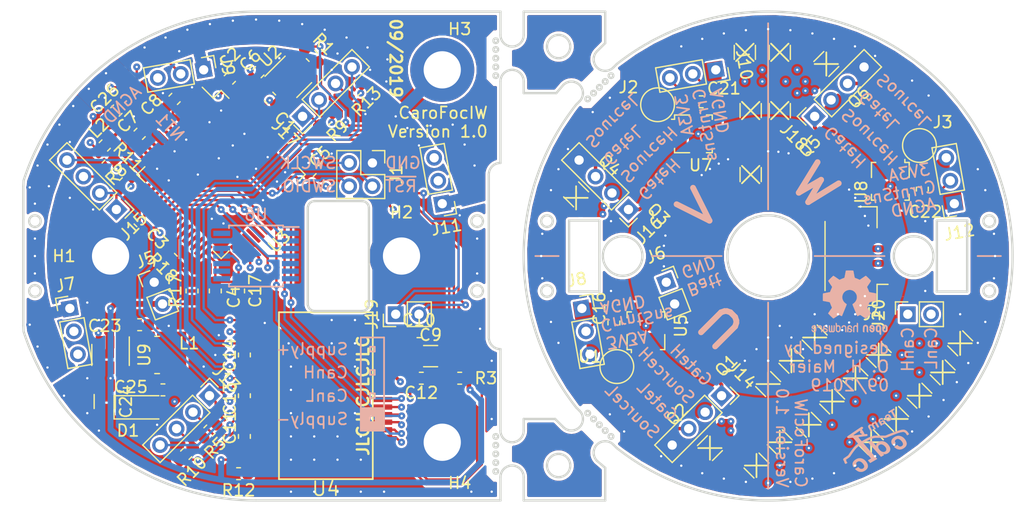
<source format=kicad_pcb>
(kicad_pcb (version 20171130) (host pcbnew 5.1.4-e60b266~84~ubuntu18.04.1)
  (layers (0 F.Cu signal) (1 In1.Cu signal) (2 In2.Cu signal) (31 B.Cu signal) (34 B.Paste user hide) (35 F.Paste user hide) (36 B.SilkS user hide) (37 F.SilkS user hide) (38 B.Mask user hide) (39 F.Mask user hide) (44 Edge.Cuts user))
  (net 0 "")
  (net 1 +BATT)
  (net 2 /HalfBridgeU/GateH)
  (net 3 /CurrentSensingU/PhaseIn)
  (net 4 GNDPWR)
  (net 5 /HalfBridgeU/GateL)
  (net 6 /CurrentSensingV/PhaseIn)
  (net 7 /HalfBridgeV/GateL)
  (net 8 /HalfBridgeV/GateH)
  (net 9 /CurrentsensingW/PhaseIn)
  (net 10 /HalfBridgeW/GateL)
  (net 11 /HalfBridgeW/GateH)
  (net 12 GND)
  (net 13 "Net-(C12-Pad1)")
  (net 14 /MCU/GateDriverEnable)
  (net 15 /GateDriver/GateUHbR)
  (net 16 /MCU/LogicUH)
  (net 17 /GateDriver/LogicUL)
  (net 18 /GateDriver/Gate_U_L_bR)
  (net 19 /MCU/LogicVH)
  (net 20 /GateDriver/LogicVL)
  (net 21 "Net-(C13-Pad1)")
  (net 22 /MCU/LogicWH)
  (net 23 /GateDriver/GateVHbR)
  (net 24 /GateDriver/LogicWL)
  (net 25 /GateDriver/Gate_V_L_bR)
  (net 26 "Net-(C10-Pad1)")
  (net 27 "Net-(C14-Pad1)")
  (net 28 /GateDriver/GateWHbR)
  (net 29 "Net-(C11-Pad1)")
  (net 30 /GateDriver/Gate_W_L_bR)
  (net 31 "Net-(C9-Pad1)")
  (net 32 /CurrentSensingV/PhaseOut)
  (net 33 /CurrentSensingU/PhaseOut)
  (net 34 /CurrentsensingW/PhaseOut)
  (net 35 /Can/CanTx)
  (net 36 +3V3)
  (net 37 /Can/CanRx)
  (net 38 /Can/CanH)
  (net 39 /CurrentSensingU/AnalogOut)
  (net 40 /CurrentsensingW/AnalogOut)
  (net 41 /CurrentSensingV/AnalogOut)
  (net 42 /MCU/~GateDriverErr2)
  (net 43 /MCU/~GateDriverErr1)
  (net 44 /Encoder/~EncoderCs)
  (net 45 /Encoder/EncoderSclk)
  (net 46 /Encoder/EncoderMiso)
  (net 47 /Encoder/EncoderMosi)
  (net 48 GNDA)
  (net 49 +3.3VA)
  (net 50 /MCU/SWDIO)
  (net 51 /MCU/SWCLK)
  (net 52 /PcbToPcbConnector/CanHB)
  (net 53 /MCU/CurrentU)
  (net 54 /MCU/CurrentV)
  (net 55 /MCU/CurrentW)
  (net 56 /PcbToPcbConnector/CanLB)
  (net 57 /Can/CanL)
  (net 58 3.3VA_V)
  (net 59 AGND_V)
  (net 60 3.3VA_U)
  (net 61 AGND_U)
  (net 62 AGND_W)
  (net 63 3.3VA_W)
  (net 64 BattA)
  (net 65 /DcLinkVoltageSensing/AnalogOut)
  (net 66 /MCU/~RST)
  (net 67 "Net-(R12-Pad1)")
  (net 68 "Net-(C12-Pad2)")
  (net 69 /GateDriver/SourceUH)
  (net 70 /GateDriver/SourceUL)
  (net 71 /GateDriver/SourceVH)
  (net 72 /GateDriver/SourceVL)
  (net 73 /GateDriver/SourceWH)
  (net 74 /GateDriver/SourceWL)
  (net 75 /GateDriver/GateVH)
  (net 76 /GateDriver/GateWL)
  (net 77 /GateDriver/GateVL)
  (net 78 /GateDriver/GateUL)
  (net 79 /GateDriver/GateWH)
  (net 80 /GateDriver/GateUH)
  (net 81 "Net-(C23-Pad1)")
  (net 82 "Net-(C23-Pad2)")
  (module Connector_PinSocket_2.00mm:PinSocket_1x02_P2.00mm_Vertical (layer F.Cu) (at 156 105 90)
    (fp_text reference J20 (at 0 -2.5 90) (layer F.SilkS))
    (fp_text value Conn_01x02)
    (pad 2 thru_hole oval (at 0 2 90) (size 1.35 1.35) (drill 0.8) (layers *.Cu *.Mask) (net 56 /PcbToPcbConnector/CanLB))
    (pad 1 thru_hole rect (at 0 0 90) (size 1.35 1.35) (drill 0.8) (layers *.Cu *.Mask) (net 52 /PcbToPcbConnector/CanHB))
  )
  (module Connector_PinHeader_2.00mm:PinHeader_1x02_P2.00mm_Vertical (layer F.Cu) (at 112 105 90)
    (fp_text reference J19 (at 0 -2.06 90) (layer F.SilkS))
    (fp_text value Conn_01x02)
    (pad 2 thru_hole oval (at 0 2 90) (size 1.35 1.35) (drill 0.8) (layers *.Cu *.Mask) (net 57 /Can/CanL))
    (pad 1 thru_hole rect (at 0 0 90) (size 1.35 1.35) (drill 0.8) (layers *.Cu *.Mask) (net 38 /Can/CanH))
  )
  (module Connector_PinSocket_2.00mm:PinSocket_1x04_P2.00mm_Vertical (layer F.Cu) (at 148 88 135)
    (fp_text reference J18 (at 0 -2.5 135) (layer F.SilkS))
    (fp_text value Conn_01x04)
    (pad 4 thru_hole oval (at 0 6 135) (size 1.35 1.35) (drill 0.8) (layers *.Cu *.Mask) (net 4 GNDPWR))
    (pad 3 thru_hole oval (at 0 4 135) (size 1.35 1.35) (drill 0.8) (layers *.Cu *.Mask) (net 10 /HalfBridgeW/GateL))
    (pad 2 thru_hole oval (at 0 2 135) (size 1.35 1.35) (drill 0.8) (layers *.Cu *.Mask) (net 9 /CurrentsensingW/PhaseIn))
    (pad 1 thru_hole rect (at 0 0 135) (size 1.35 1.35) (drill 0.8) (layers *.Cu *.Mask) (net 11 /HalfBridgeW/GateH))
  )
  (module Connector_PinHeader_2.00mm:PinHeader_1x04_P2.00mm_Vertical (layer F.Cu) (at 104 88 135)
    (fp_text reference J17 (at 0 -2.06 135) (layer F.SilkS))
    (fp_text value Conn_01x04)
    (pad 4 thru_hole oval (at 0 6 135) (size 1.35 1.35) (drill 0.8) (layers *.Cu *.Mask) (net 74 /GateDriver/SourceWL))
    (pad 3 thru_hole oval (at 0 4 135) (size 1.35 1.35) (drill 0.8) (layers *.Cu *.Mask) (net 76 /GateDriver/GateWL))
    (pad 2 thru_hole oval (at 0 2 135) (size 1.35 1.35) (drill 0.8) (layers *.Cu *.Mask) (net 73 /GateDriver/SourceWH))
    (pad 1 thru_hole rect (at 0 0 135) (size 1.35 1.35) (drill 0.8) (layers *.Cu *.Mask) (net 79 /GateDriver/GateWH))
  )
  (module Connector_PinSocket_2.00mm:PinSocket_1x04_P2.00mm_Vertical (layer F.Cu) (at 132 96 225)
    (fp_text reference J16 (at 0 -2.5 45) (layer F.SilkS))
    (fp_text value Conn_01x04)
    (pad 4 thru_hole oval (at 0 6 225) (size 1.35 1.35) (drill 0.8) (layers *.Cu *.Mask) (net 4 GNDPWR))
    (pad 3 thru_hole oval (at 0 4 225) (size 1.35 1.35) (drill 0.8) (layers *.Cu *.Mask) (net 7 /HalfBridgeV/GateL))
    (pad 2 thru_hole oval (at 0 2 225) (size 1.35 1.35) (drill 0.8) (layers *.Cu *.Mask) (net 6 /CurrentSensingV/PhaseIn))
    (pad 1 thru_hole rect (at 0 0 225) (size 1.35 1.35) (drill 0.8) (layers *.Cu *.Mask) (net 8 /HalfBridgeV/GateH))
  )
  (module Connector_PinHeader_2.00mm:PinHeader_1x04_P2.00mm_Vertical (layer F.Cu) (at 88 96 225)
    (fp_text reference J15 (at 0 -2.06 45) (layer F.SilkS))
    (fp_text value Conn_01x04)
    (pad 4 thru_hole oval (at 0 6 225) (size 1.35 1.35) (drill 0.8) (layers *.Cu *.Mask) (net 72 /GateDriver/SourceVL))
    (pad 3 thru_hole oval (at 0 4 225) (size 1.35 1.35) (drill 0.8) (layers *.Cu *.Mask) (net 77 /GateDriver/GateVL))
    (pad 2 thru_hole oval (at 0 2 225) (size 1.35 1.35) (drill 0.8) (layers *.Cu *.Mask) (net 71 /GateDriver/SourceVH))
    (pad 1 thru_hole rect (at 0 0 225) (size 1.35 1.35) (drill 0.8) (layers *.Cu *.Mask) (net 75 /GateDriver/GateVH))
  )
  (module Connector_PinSocket_2.00mm:PinSocket_1x04_P2.00mm_Vertical (layer F.Cu) (at 140 112 315)
    (fp_text reference J14 (at 0 -2.5 135) (layer F.SilkS))
    (fp_text value Conn_01x04)
    (pad 4 thru_hole oval (at 0 6 315) (size 1.35 1.35) (drill 0.8) (layers *.Cu *.Mask) (net 4 GNDPWR))
    (pad 3 thru_hole oval (at 0 4 315) (size 1.35 1.35) (drill 0.8) (layers *.Cu *.Mask) (net 5 /HalfBridgeU/GateL))
    (pad 2 thru_hole oval (at 0 2 315) (size 1.35 1.35) (drill 0.8) (layers *.Cu *.Mask) (net 3 /CurrentSensingU/PhaseIn))
    (pad 1 thru_hole rect (at 0 0 315) (size 1.35 1.35) (drill 0.8) (layers *.Cu *.Mask) (net 2 /HalfBridgeU/GateH))
  )
  (module Connector_PinHeader_2.00mm:PinHeader_1x04_P2.00mm_Vertical (layer F.Cu) (at 96 112 315)
    (fp_text reference J13 (at 0 -2.06 135) (layer F.SilkS))
    (fp_text value Conn_01x04)
    (pad 4 thru_hole oval (at 0 6 315) (size 1.35 1.35) (drill 0.8) (layers *.Cu *.Mask) (net 70 /GateDriver/SourceUL))
    (pad 3 thru_hole oval (at 0 4 315) (size 1.35 1.35) (drill 0.8) (layers *.Cu *.Mask) (net 78 /GateDriver/GateUL))
    (pad 2 thru_hole oval (at 0 2 315) (size 1.35 1.35) (drill 0.8) (layers *.Cu *.Mask) (net 69 /GateDriver/SourceUH))
    (pad 1 thru_hole rect (at 0 0 315) (size 1.35 1.35) (drill 0.8) (layers *.Cu *.Mask) (net 80 /GateDriver/GateUH))
  )
  (module Connector_PinSocket_2.00mm:PinSocket_1x03_P2.00mm_Vertical (layer F.Cu) (at 160 95.5 190)
    (fp_text reference J12 (at 0 -2.5 10) (layer F.SilkS))
    (fp_text value Conn_01x03)
    (pad 3 thru_hole oval (at 0 4 190) (size 1.35 1.35) (drill 0.8) (layers *.Cu *.Mask) (net 63 3.3VA_W))
    (pad 2 thru_hole oval (at 0 2 190) (size 1.35 1.35) (drill 0.8) (layers *.Cu *.Mask) (net 40 /CurrentsensingW/AnalogOut))
    (pad 1 thru_hole rect (at 0 0 190) (size 1.35 1.35) (drill 0.8) (layers *.Cu *.Mask) (net 62 AGND_W))
  )
  (module Connector_PinHeader_2.00mm:PinHeader_1x03_P2.00mm_Vertical (layer F.Cu) (at 116 95.5 190)
    (fp_text reference J11 (at 0 -2.06 10) (layer F.SilkS))
    (fp_text value Conn_01x03)
    (pad 3 thru_hole oval (at 0 4 190) (size 1.35 1.35) (drill 0.8) (layers *.Cu *.Mask) (net 49 +3.3VA))
    (pad 2 thru_hole oval (at 0 2 190) (size 1.35 1.35) (drill 0.8) (layers *.Cu *.Mask) (net 55 /MCU/CurrentW))
    (pad 1 thru_hole rect (at 0 0 190) (size 1.35 1.35) (drill 0.8) (layers *.Cu *.Mask) (net 48 GNDA))
  )
  (module Connector_PinSocket_2.00mm:PinSocket_1x03_P2.00mm_Vertical (layer F.Cu) (at 139.5 84 280)
    (fp_text reference J10 (at 0 -2.5 100) (layer F.SilkS))
    (fp_text value Conn_01x03)
    (pad 3 thru_hole oval (at 0 4 280) (size 1.35 1.35) (drill 0.8) (layers *.Cu *.Mask) (net 58 3.3VA_V))
    (pad 2 thru_hole oval (at 0 2 280) (size 1.35 1.35) (drill 0.8) (layers *.Cu *.Mask) (net 41 /CurrentSensingV/AnalogOut))
    (pad 1 thru_hole rect (at 0 0 280) (size 1.35 1.35) (drill 0.8) (layers *.Cu *.Mask) (net 59 AGND_V))
  )
  (module Connector_PinHeader_2.00mm:PinHeader_1x03_P2.00mm_Vertical (layer F.Cu) (at 95.5 84 280)
    (fp_text reference J9 (at 0 -2.06 100) (layer F.SilkS))
    (fp_text value Conn_01x03)
    (pad 3 thru_hole oval (at 0 4 280) (size 1.35 1.35) (drill 0.8) (layers *.Cu *.Mask) (net 49 +3.3VA))
    (pad 2 thru_hole oval (at 0 2 280) (size 1.35 1.35) (drill 0.8) (layers *.Cu *.Mask) (net 54 /MCU/CurrentV))
    (pad 1 thru_hole rect (at 0 0 280) (size 1.35 1.35) (drill 0.8) (layers *.Cu *.Mask) (net 48 GNDA))
  )
  (module Connector_PinSocket_2.00mm:PinSocket_1x03_P2.00mm_Vertical (layer F.Cu) (at 128 104.5 10)
    (fp_text reference J8 (at 0 -2.5 10) (layer F.SilkS))
    (fp_text value Conn_01x03)
    (pad 3 thru_hole oval (at 0 4 10) (size 1.35 1.35) (drill 0.8) (layers *.Cu *.Mask) (net 60 3.3VA_U))
    (pad 2 thru_hole oval (at 0 2 10) (size 1.35 1.35) (drill 0.8) (layers *.Cu *.Mask) (net 39 /CurrentSensingU/AnalogOut))
    (pad 1 thru_hole rect (at 0 0 10) (size 1.35 1.35) (drill 0.8) (layers *.Cu *.Mask) (net 61 AGND_U))
  )
  (module Connector_PinHeader_2.00mm:PinHeader_1x03_P2.00mm_Vertical (layer F.Cu) (at 84 104.5 10)
    (fp_text reference J7 (at 0 -2.06 10) (layer F.SilkS))
    (fp_text value Conn_01x03)
    (pad 3 thru_hole oval (at 0 4 10) (size 1.35 1.35) (drill 0.8) (layers *.Cu *.Mask) (net 49 +3.3VA))
    (pad 2 thru_hole oval (at 0 2 10) (size 1.35 1.35) (drill 0.8) (layers *.Cu *.Mask) (net 53 /MCU/CurrentU))
    (pad 1 thru_hole rect (at 0 0 10) (size 1.35 1.35) (drill 0.8) (layers *.Cu *.Mask) (net 48 GNDA))
  )
  (module Connector_PinSocket_2.00mm:PinSocket_1x02_P2.00mm_Vertical (layer F.Cu) (at 135.25 102.25 21)
    (fp_text reference J6 (at 0 -2.5 21) (layer F.SilkS))
    (fp_text value Conn_01x02)
    (pad 2 thru_hole oval (at 0 2 21) (size 1.35 1.35) (drill 0.8) (layers *.Cu *.Mask) (net 1 +BATT))
    (pad 1 thru_hole rect (at 0 0 21) (size 1.35 1.35) (drill 0.8) (layers *.Cu *.Mask) (net 4 GNDPWR))
  )
  (module Connector_PinHeader_2.00mm:PinHeader_1x02_P2.00mm_Vertical (layer F.Cu) (at 91.25 102.25 21)
    (fp_text reference J5 (at 0 -2.06 21) (layer F.SilkS))
    (fp_text value Conn_01x02)
    (pad 2 thru_hole oval (at 0 2 21) (size 1.35 1.35) (drill 0.8) (layers *.Cu *.Mask) (net 64 BattA))
    (pad 1 thru_hole rect (at 0 0 21) (size 1.35 1.35) (drill 0.8) (layers *.Cu *.Mask) (net 12 GND))
  )
  (module Capacitor_SMD:C_0603_1608Metric (layer F.Cu) (at 96.5 103 270)
    (fp_text reference C4 (at 0.53033 -1.59099 270) (layer F.SilkS))
    (fp_text value "4.7µ, 6.3V")
    (pad 2 smd roundrect (at 0.7875 0 270) (size 0.875 0.95) (layers F.Cu F.Paste F.Mask) (net 12 GND))
    (pad 1 smd roundrect (at -0.7875 0 270) (size 0.875 0.95) (layers F.Cu F.Paste F.Mask) (net 36 +3V3))
  )
  (module Capacitor_SMD:C_1206_3216Metric (layer F.Cu) (at 87 112.5 270)
    (fp_text reference C24 (at 0 -1.82 90) (layer F.SilkS))
    (fp_text value "10μ 35V")
    (pad 2 smd roundrect (at 1.4 0 270) (size 1.25 1.75) (layers F.Cu F.Paste F.Mask) (roundrect_rratio 0.2) (net 12 GND))
    (pad 1 smd roundrect (at -1.4 0 270) (size 1.25 1.75) (layers F.Cu F.Paste F.Mask) (roundrect_rratio 0.2) (net 64 BattA))
  )
  (module Capacitor_SMD:C_1206_3216Metric (layer F.Cu) (at 115 108.6)
    (fp_text reference C9 (at 0 -1.82) (layer F.SilkS))
    (fp_text value "10µ 35V")
    (pad 2 smd roundrect (at 1.4 0) (size 1.25 1.75) (layers F.Cu F.Paste F.Mask) (roundrect_rratio 0.2) (net 12 GND))
    (pad 1 smd roundrect (at -1.4 0) (size 1.25 1.75) (layers F.Cu F.Paste F.Mask) (roundrect_rratio 0.2) (net 31 "Net-(C9-Pad1)"))
  )
  (module Capacitor_SMD:C_1206_3216Metric (layer F.Cu) (at 148 107 315)
    (fp_text reference C28 hide)
    (fp_text value "10µ 35V")
    (pad 2 smd roundrect (at 1.4 0 315) (size 1.25 1.75) (layers F.Cu F.Paste F.Mask) (roundrect_rratio 0.2) (net 4 GNDPWR))
    (pad 1 smd roundrect (at -1.4 0 315) (size 1.25 1.75) (layers F.Cu F.Paste F.Mask) (roundrect_rratio 0.2) (net 1 +BATT))
  )
  (module Capacitor_SMD:C_1206_3216Metric (layer F.Cu) (at 146 109 315)
    (fp_text reference C29 hide)
    (fp_text value "10µ 35V")
    (pad 2 smd roundrect (at 1.4 0 315) (size 1.25 1.75) (layers F.Cu F.Paste F.Mask) (roundrect_rratio 0.2) (net 4 GNDPWR))
    (pad 1 smd roundrect (at -1.4 0 315) (size 1.25 1.75) (layers F.Cu F.Paste F.Mask) (roundrect_rratio 0.2) (net 1 +BATT))
  )
  (module Capacitor_SMD:C_1206_3216Metric (layer F.Cu) (at 160.5 107.5 315)
    (fp_text reference C30 hide)
    (fp_text value "10µ 35V")
    (pad 2 smd roundrect (at 1.4 0 315) (size 1.25 1.75) (layers F.Cu F.Paste F.Mask) (roundrect_rratio 0.2) (net 4 GNDPWR))
    (pad 1 smd roundrect (at -1.4 0 315) (size 1.25 1.75) (layers F.Cu F.Paste F.Mask) (roundrect_rratio 0.2) (net 1 +BATT))
  )
  (module Capacitor_SMD:C_1206_3216Metric (layer F.Cu) (at 157 112 315)
    (fp_text reference C31 hide)
    (fp_text value "10µ 35V")
    (pad 2 smd roundrect (at 1.4 0 315) (size 1.25 1.75) (layers F.Cu F.Paste F.Mask) (roundrect_rratio 0.2) (net 4 GNDPWR))
    (pad 1 smd roundrect (at -1.4 0 315) (size 1.25 1.75) (layers F.Cu F.Paste F.Mask) (roundrect_rratio 0.2) (net 1 +BATT))
  )
  (module Capacitor_SMD:C_1206_3216Metric (layer F.Cu) (at 144 111 315)
    (fp_text reference C32 hide)
    (fp_text value "10µ 35V")
    (pad 2 smd roundrect (at 1.4 0 315) (size 1.25 1.75) (layers F.Cu F.Paste F.Mask) (roundrect_rratio 0.2) (net 4 GNDPWR))
    (pad 1 smd roundrect (at -1.4 0 315) (size 1.25 1.75) (layers F.Cu F.Paste F.Mask) (roundrect_rratio 0.2) (net 1 +BATT))
  )
  (module Capacitor_SMD:C_1206_3216Metric (layer F.Cu) (at 153.5 108.5 135)
    (fp_text reference C33 hide)
    (fp_text value "10µ 35V")
    (pad 2 smd roundrect (at 1.4 0 135) (size 1.25 1.75) (layers F.Cu F.Paste F.Mask) (roundrect_rratio 0.2) (net 4 GNDPWR))
    (pad 1 smd roundrect (at -1.4 0 135) (size 1.25 1.75) (layers F.Cu F.Paste F.Mask) (roundrect_rratio 0.2) (net 1 +BATT))
  )
  (module Capacitor_SMD:C_1206_3216Metric (layer F.Cu) (at 143 118 135)
    (fp_text reference C34 hide)
    (fp_text value "10µ 35V")
    (pad 2 smd roundrect (at 1.4 0 135) (size 1.25 1.75) (layers F.Cu F.Paste F.Mask) (roundrect_rratio 0.2) (net 4 GNDPWR))
    (pad 1 smd roundrect (at -1.4 0 135) (size 1.25 1.75) (layers F.Cu F.Paste F.Mask) (roundrect_rratio 0.2) (net 1 +BATT))
  )
  (module Capacitor_SMD:C_1206_3216Metric (layer F.Cu) (at 151.5 110.5 135)
    (fp_text reference C35 hide)
    (fp_text value "10µ 35V")
    (pad 2 smd roundrect (at 1.4 0 135) (size 1.25 1.75) (layers F.Cu F.Paste F.Mask) (roundrect_rratio 0.2) (net 4 GNDPWR))
    (pad 1 smd roundrect (at -1.4 0 135) (size 1.25 1.75) (layers F.Cu F.Paste F.Mask) (roundrect_rratio 0.2) (net 1 +BATT))
  )
  (module Capacitor_SMD:C_1206_3216Metric (layer F.Cu) (at 147.5 114.5 135)
    (fp_text reference C36 hide)
    (fp_text value "10µ 35V")
    (pad 2 smd roundrect (at 1.4 0 135) (size 1.25 1.75) (layers F.Cu F.Paste F.Mask) (roundrect_rratio 0.2) (net 4 GNDPWR))
    (pad 1 smd roundrect (at -1.4 0 135) (size 1.25 1.75) (layers F.Cu F.Paste F.Mask) (roundrect_rratio 0.2) (net 1 +BATT))
  )
  (module Capacitor_SMD:C_1206_3216Metric (layer F.Cu) (at 152.825001 116 315)
    (fp_text reference C37 hide)
    (fp_text value "10µ 35V")
    (pad 2 smd roundrect (at 1.4 0 315) (size 1.25 1.75) (layers F.Cu F.Paste F.Mask) (roundrect_rratio 0.2) (net 4 GNDPWR))
    (pad 1 smd roundrect (at -1.4 0 315) (size 1.25 1.75) (layers F.Cu F.Paste F.Mask) (roundrect_rratio 0.2) (net 1 +BATT))
  )
  (module Capacitor_SMD:C_1206_3216Metric (layer F.Cu) (at 145 82.5 90)
    (fp_text reference C38 hide)
    (fp_text value "10µ 35V")
    (pad 2 smd roundrect (at 1.4 0 90) (size 1.25 1.75) (layers F.Cu F.Paste F.Mask) (roundrect_rratio 0.2) (net 4 GNDPWR))
    (pad 1 smd roundrect (at -1.4 0 90) (size 1.25 1.75) (layers F.Cu F.Paste F.Mask) (roundrect_rratio 0.2) (net 1 +BATT))
  )
  (module Capacitor_SMD:C_1206_3216Metric (layer F.Cu) (at 155 114 315)
    (fp_text reference C39 hide)
    (fp_text value "10µ 35V")
    (pad 2 smd roundrect (at 1.4 0 315) (size 1.25 1.75) (layers F.Cu F.Paste F.Mask) (roundrect_rratio 0.2) (net 4 GNDPWR))
    (pad 1 smd roundrect (at -1.4 0 315) (size 1.25 1.75) (layers F.Cu F.Paste F.Mask) (roundrect_rratio 0.2) (net 1 +BATT))
  )
  (module Capacitor_SMD:C_1206_3216Metric (layer F.Cu) (at 145 116 135)
    (fp_text reference C40 hide)
    (fp_text value "10µ 35V")
    (pad 2 smd roundrect (at 1.4 0 135) (size 1.25 1.75) (layers F.Cu F.Paste F.Mask) (roundrect_rratio 0.2) (net 4 GNDPWR))
    (pad 1 smd roundrect (at -1.4 0 135) (size 1.25 1.75) (layers F.Cu F.Paste F.Mask) (roundrect_rratio 0.2) (net 1 +BATT))
  )
  (module Capacitor_SMD:C_1206_3216Metric (layer F.Cu) (at 149.5 112.5 135)
    (fp_text reference C41 hide)
    (fp_text value "10µ 35V")
    (pad 2 smd roundrect (at 1.4 0 135) (size 1.25 1.75) (layers F.Cu F.Paste F.Mask) (roundrect_rratio 0.2) (net 4 GNDPWR))
    (pad 1 smd roundrect (at -1.4 0 135) (size 1.25 1.75) (layers F.Cu F.Paste F.Mask) (roundrect_rratio 0.2) (net 1 +BATT))
  )
  (module Capacitor_SMD:C_1206_3216Metric (layer F.Cu) (at 142 82.5 90)
    (fp_text reference C42 hide)
    (fp_text value "10µ 35V")
    (pad 2 smd roundrect (at 1.4 0 90) (size 1.25 1.75) (layers F.Cu F.Paste F.Mask) (roundrect_rratio 0.2) (net 4 GNDPWR))
    (pad 1 smd roundrect (at -1.4 0 90) (size 1.25 1.75) (layers F.Cu F.Paste F.Mask) (roundrect_rratio 0.2) (net 1 +BATT))
  )
  (module Capacitor_SMD:C_1206_3216Metric (layer F.Cu) (at 142.5 87.5 270)
    (fp_text reference C43 hide)
    (fp_text value "10µ 35V")
    (pad 2 smd roundrect (at 1.4 0 270) (size 1.25 1.75) (layers F.Cu F.Paste F.Mask) (roundrect_rratio 0.2) (net 4 GNDPWR))
    (pad 1 smd roundrect (at -1.4 0 270) (size 1.25 1.75) (layers F.Cu F.Paste F.Mask) (roundrect_rratio 0.2) (net 1 +BATT))
  )
  (module Capacitor_SMD:C_1206_3216Metric (layer F.Cu) (at 142.5 93 90)
    (fp_text reference C44 hide)
    (fp_text value "10µ 35V")
    (pad 2 smd roundrect (at 1.4 0 90) (size 1.25 1.75) (layers F.Cu F.Paste F.Mask) (roundrect_rratio 0.2) (net 4 GNDPWR))
    (pad 1 smd roundrect (at -1.4 0 90) (size 1.25 1.75) (layers F.Cu F.Paste F.Mask) (roundrect_rratio 0.2) (net 1 +BATT))
  )
  (module Capacitor_SMD:C_1206_3216Metric (layer F.Cu) (at 145 87.5 270)
    (fp_text reference C45 hide)
    (fp_text value "10µ 35V")
    (pad 2 smd roundrect (at 1.4 0 270) (size 1.25 1.75) (layers F.Cu F.Paste F.Mask) (roundrect_rratio 0.2) (net 4 GNDPWR))
    (pad 1 smd roundrect (at -1.4 0 270) (size 1.25 1.75) (layers F.Cu F.Paste F.Mask) (roundrect_rratio 0.2) (net 1 +BATT))
  )
  (module libs:PG-DSO-36-38 (layer F.Cu) (at 106 112 90)
    (fp_text reference U4 (at -8 0 180) (layer F.SilkS) (effects (font (size 1.2 1.2))))
    (fp_text value TLE7185-1E)
    (pad 36 smd rect (at -5.525 -4.865 90) (size 0.45 1.67) (layers F.Cu F.Paste F.Mask) (net 67 "Net-(R12-Pad1)"))
    (pad 1 smd rect (at -5.525 4.865 90) (size 0.45 1.67) (layers F.Cu F.Paste F.Mask) (net 12 GND))
    (pad 35 smd rect (at -4.875 -4.865 90) (size 0.45 1.67) (layers F.Cu F.Paste F.Mask) (net 12 GND))
    (pad 2 smd rect (at -4.875 4.865 90) (size 0.45 1.67) (layers F.Cu F.Paste F.Mask) (net 42 /MCU/~GateDriverErr2))
    (pad 34 smd rect (at -4.225 -4.865 90) (size 0.45 1.67) (layers F.Cu F.Paste F.Mask) (net 64 BattA))
    (pad 3 smd rect (at -4.225 4.865 90) (size 0.45 1.67) (layers F.Cu F.Paste F.Mask) (net 43 /MCU/~GateDriverErr1))
    (pad 33 smd rect (at -3.575 -4.865 90) (size 0.45 1.67) (layers F.Cu F.Paste F.Mask) (net 29 "Net-(C11-Pad1)"))
    (pad 4 smd rect (at -3.575 4.865 90) (size 0.45 1.67) (layers F.Cu F.Paste F.Mask) (net 14 /MCU/GateDriverEnable))
    (pad 32 smd rect (at -2.925 -4.865 90) (size 0.45 1.67) (layers F.Cu F.Paste F.Mask) (net 15 /GateDriver/GateUHbR))
    (pad 5 smd rect (at -2.925 4.865 90) (size 0.45 1.67) (layers F.Cu F.Paste F.Mask) (net 16 /MCU/LogicUH))
    (pad 31 smd rect (at -2.275 -4.865 90) (size 0.45 1.67) (layers F.Cu F.Paste F.Mask) (net 69 /GateDriver/SourceUH))
    (pad 6 smd rect (at -2.275 4.865 90) (size 0.45 1.67) (layers F.Cu F.Paste F.Mask) (net 17 /GateDriver/LogicUL))
    (pad 30 smd rect (at -1.625 -4.865 90) (size 0.45 1.67) (layers F.Cu F.Paste F.Mask) (net 18 /GateDriver/Gate_U_L_bR))
    (pad 7 smd rect (at -1.625 4.865 90) (size 0.45 1.67) (layers F.Cu F.Paste F.Mask) (net 19 /MCU/LogicVH))
    (pad 29 smd rect (at -0.975 -4.865 90) (size 0.45 1.67) (layers F.Cu F.Paste F.Mask) (net 70 /GateDriver/SourceUL))
    (pad 8 smd rect (at -0.975 4.865 90) (size 0.45 1.67) (layers F.Cu F.Paste F.Mask) (net 20 /GateDriver/LogicVL))
    (pad 28 smd rect (at -0.325 -4.865 90) (size 0.45 1.67) (layers F.Cu F.Paste F.Mask) (net 21 "Net-(C13-Pad1)"))
    (pad 9 smd rect (at -0.325 4.865 90) (size 0.45 1.67) (layers F.Cu F.Paste F.Mask) (net 22 /MCU/LogicWH))
    (pad 27 smd rect (at 0.325 -4.865 90) (size 0.45 1.67) (layers F.Cu F.Paste F.Mask) (net 23 /GateDriver/GateVHbR))
    (pad 10 smd rect (at 0.325 4.865 90) (size 0.45 1.67) (layers F.Cu F.Paste F.Mask) (net 24 /GateDriver/LogicWL))
    (pad 26 smd rect (at 0.975 -4.865 90) (size 0.45 1.67) (layers F.Cu F.Paste F.Mask) (net 71 /GateDriver/SourceVH))
    (pad 11 smd rect (at 0.975 4.865 90) (size 0.45 1.67) (layers F.Cu F.Paste F.Mask) (net 12 GND))
    (pad 25 smd rect (at 1.625 -4.865 90) (size 0.45 1.67) (layers F.Cu F.Paste F.Mask) (net 25 /GateDriver/Gate_V_L_bR))
    (pad 12 smd rect (at 1.625 4.865 90) (size 0.45 1.67) (layers F.Cu F.Paste F.Mask) (net 36 +3V3))
    (pad 24 smd rect (at 2.275 -4.865 90) (size 0.45 1.67) (layers F.Cu F.Paste F.Mask) (net 72 /GateDriver/SourceVL))
    (pad 13 smd rect (at 2.275 4.865 90) (size 0.45 1.67) (layers F.Cu F.Paste F.Mask) (net 13 "Net-(C12-Pad1)"))
    (pad 23 smd rect (at 2.925 -4.865 90) (size 0.45 1.67) (layers F.Cu F.Paste F.Mask) (net 27 "Net-(C14-Pad1)"))
    (pad 14 smd rect (at 2.925 4.865 90) (size 0.45 1.67) (layers F.Cu F.Paste F.Mask) (net 68 "Net-(C12-Pad2)"))
    (pad 22 smd rect (at 3.575 -4.865 90) (size 0.45 1.67) (layers F.Cu F.Paste F.Mask) (net 28 /GateDriver/GateWHbR))
    (pad 15 smd rect (at 3.575 4.865 90) (size 0.45 1.67) (layers F.Cu F.Paste F.Mask) (net 31 "Net-(C9-Pad1)"))
    (pad 21 smd rect (at 4.225 -4.865 90) (size 0.45 1.67) (layers F.Cu F.Paste F.Mask) (net 73 /GateDriver/SourceWH))
    (pad 16 smd rect (at 4.225 4.865 90) (size 0.45 1.67) (layers F.Cu F.Paste F.Mask) (net 12 GND))
    (pad 20 smd rect (at 4.875 -4.865 90) (size 0.45 1.67) (layers F.Cu F.Paste F.Mask) (net 30 /GateDriver/Gate_W_L_bR))
    (pad 17 smd rect (at 4.875 4.865 90) (size 0.45 1.67) (layers F.Cu F.Paste F.Mask) (net 26 "Net-(C10-Pad1)"))
    (pad 19 smd rect (at 5.525 -4.865 90) (size 0.45 1.67) (layers F.Cu F.Paste F.Mask) (net 74 /GateDriver/SourceWL))
    (pad 18 smd rect (at 5.525 4.865 90) (size 0.45 1.67) (layers F.Cu F.Paste F.Mask) (net 12 GND))
    (pad 37 smd rect (at 0 0 90) (size 5.2 4.6) (layers F.Cu F.Paste F.Mask) (net 12 GND))
  )
  (module Sensor_Current:Allegro_QFN-12-10-1EP_3x3mm_P0.5mm (layer F.Cu) (at 133.5 106.5 90)
    (fp_text reference U5 (at 0.5 3 90) (layer F.SilkS))
    (fp_text value ACS711xEXLT-15AB)
    (pad 2 smd rect (at -0.785 0.7 135) (size 0.2828 0.2828) (layers F.Cu F.Paste F.Mask) (net 3 /CurrentSensingU/PhaseIn))
    (pad 2 smd rect (at -0.685 0.4 90) (size 0.2 0.6) (layers F.Cu F.Paste F.Mask) (net 3 /CurrentSensingU/PhaseIn))
    (pad 2 smd rect (at -1.32 0.5 90) (size 1.07 0.8) (layers F.Cu F.Paste F.Mask) (net 3 /CurrentSensingU/PhaseIn))
    (pad 1 smd rect (at -0.785 -0.7 135) (size 0.2828 0.2828) (layers F.Cu F.Paste F.Mask) (net 33 /CurrentSensingU/PhaseOut))
    (pad 1 smd rect (at -0.685 -0.4 90) (size 0.2 0.6) (layers F.Cu F.Paste F.Mask) (net 33 /CurrentSensingU/PhaseOut))
    (pad 1 smd rect (at -1.32 -0.5 90) (size 1.07 0.8) (layers F.Cu F.Paste F.Mask) (net 33 /CurrentSensingU/PhaseOut))
    (pad 8 smd rect (at 1.43 -0.75 90) (size 0.85 0.3) (layers F.Cu F.Paste F.Mask) (net 61 AGND_U))
    (pad 7 smd rect (at 1.43 -0.25 90) (size 0.85 0.3) (layers F.Cu F.Paste F.Mask) (net 61 AGND_U))
    (pad 6 smd rect (at 1.43 0.25 90) (size 0.85 0.3) (layers F.Cu F.Paste F.Mask) (net 61 AGND_U))
    (pad 5 smd rect (at 1.43 0.75 90) (size 0.85 0.3) (layers F.Cu F.Paste F.Mask) (net 61 AGND_U))
    (pad 4 smd rect (at 0.73 1.45 90) (size 0.3 0.85) (layers F.Cu F.Paste F.Mask))
    (pad 3 smd rect (at 0.23 1.45 90) (size 0.3 0.85) (layers F.Cu F.Paste F.Mask) (net 61 AGND_U))
    (pad 9 smd rect (at 0.73 -1.45 90) (size 0.3 0.85) (layers F.Cu F.Paste F.Mask) (net 39 /CurrentSensingU/AnalogOut))
    (pad 10 smd rect (at 0.23 -1.45 90) (size 0.3 0.85) (layers F.Cu F.Paste F.Mask) (net 60 3.3VA_U))
  )
  (module Sensor_Current:Allegro_QFN-12-10-1EP_3x3mm_P0.5mm (layer F.Cu) (at 137.5 89.5)
    (fp_text reference U7 (at 0.7 2.7 -180) (layer F.SilkS))
    (fp_text value ACS711xEXLT-15AB)
    (pad 2 smd rect (at -0.785 0.7 45) (size 0.2828 0.2828) (layers F.Cu F.Paste F.Mask) (net 6 /CurrentSensingV/PhaseIn))
    (pad 2 smd rect (at -0.685 0.4) (size 0.2 0.6) (layers F.Cu F.Paste F.Mask) (net 6 /CurrentSensingV/PhaseIn))
    (pad 2 smd rect (at -1.32 0.5) (size 1.07 0.8) (layers F.Cu F.Paste F.Mask) (net 6 /CurrentSensingV/PhaseIn))
    (pad 1 smd rect (at -0.785 -0.7 45) (size 0.2828 0.2828) (layers F.Cu F.Paste F.Mask) (net 32 /CurrentSensingV/PhaseOut))
    (pad 1 smd rect (at -0.685 -0.4) (size 0.2 0.6) (layers F.Cu F.Paste F.Mask) (net 32 /CurrentSensingV/PhaseOut))
    (pad 1 smd rect (at -1.32 -0.5) (size 1.07 0.8) (layers F.Cu F.Paste F.Mask) (net 32 /CurrentSensingV/PhaseOut))
    (pad 8 smd rect (at 1.43 -0.75) (size 0.85 0.3) (layers F.Cu F.Paste F.Mask) (net 59 AGND_V))
    (pad 7 smd rect (at 1.43 -0.25) (size 0.85 0.3) (layers F.Cu F.Paste F.Mask) (net 59 AGND_V))
    (pad 6 smd rect (at 1.43 0.25) (size 0.85 0.3) (layers F.Cu F.Paste F.Mask) (net 59 AGND_V))
    (pad 5 smd rect (at 1.43 0.75) (size 0.85 0.3) (layers F.Cu F.Paste F.Mask) (net 59 AGND_V))
    (pad 4 smd rect (at 0.73 1.45) (size 0.3 0.85) (layers F.Cu F.Paste F.Mask))
    (pad 3 smd rect (at 0.23 1.45) (size 0.3 0.85) (layers F.Cu F.Paste F.Mask) (net 59 AGND_V))
    (pad 9 smd rect (at 0.73 -1.45) (size 0.3 0.85) (layers F.Cu F.Paste F.Mask) (net 41 /CurrentSensingV/AnalogOut))
    (pad 10 smd rect (at 0.23 -1.45) (size 0.3 0.85) (layers F.Cu F.Paste F.Mask) (net 58 3.3VA_V))
  )
  (module Package_TO_SOT_SMD:SOT-23-6 (layer F.Cu) (at 87.5 108.5 270)
    (fp_text reference U9 (at 0 -2.9 270) (layer F.SilkS))
    (fp_text value LMR16006YQ3)
    (pad 5 smd rect (at 1.1 0 270) (size 1.06 0.65) (layers F.Cu F.Paste F.Mask) (net 64 BattA))
    (pad 6 smd rect (at 1.1 -0.95 270) (size 1.06 0.65) (layers F.Cu F.Paste F.Mask) (net 82 "Net-(C23-Pad2)"))
    (pad 4 smd rect (at 1.1 0.95 270) (size 1.06 0.65) (layers F.Cu F.Paste F.Mask) (net 64 BattA))
    (pad 3 smd rect (at -1.1 0.95 270) (size 1.06 0.65) (layers F.Cu F.Paste F.Mask) (net 36 +3V3))
    (pad 2 smd rect (at -1.1 0 270) (size 1.06 0.65) (layers F.Cu F.Paste F.Mask) (net 12 GND))
    (pad 1 smd rect (at -1.1 -0.95 270) (size 1.06 0.65) (layers F.Cu F.Paste F.Mask) (net 81 "Net-(C23-Pad1)"))
  )
  (module Package_SO:TSSOP-14_4.4x5mm_P0.65mm (layer B.Cu) (at 100 100 180)
    (fp_text reference U6 (at 0 3.55 180) (layer B.SilkS) (effects (justify mirror)))
    (fp_text value AS5048A)
    (pad 1 smd rect (at -2.95 1.95 180) (size 1.45 0.45) (layers B.Cu B.Paste B.Mask) (net 44 /Encoder/~EncoderCs))
    (pad 2 smd rect (at -2.95 1.3 180) (size 1.45 0.45) (layers B.Cu B.Paste B.Mask) (net 45 /Encoder/EncoderSclk))
    (pad 3 smd rect (at -2.95 0.65 180) (size 1.45 0.45) (layers B.Cu B.Paste B.Mask) (net 46 /Encoder/EncoderMiso))
    (pad 4 smd rect (at -2.95 0 180) (size 1.45 0.45) (layers B.Cu B.Paste B.Mask) (net 47 /Encoder/EncoderMosi))
    (pad 5 smd rect (at -2.95 -0.65 180) (size 1.45 0.45) (layers B.Cu B.Paste B.Mask))
    (pad 6 smd rect (at -2.95 -1.3 180) (size 1.45 0.45) (layers B.Cu B.Paste B.Mask))
    (pad 7 smd rect (at -2.95 -1.95 180) (size 1.45 0.45) (layers B.Cu B.Paste B.Mask))
    (pad 8 smd rect (at 2.95 -1.95 180) (size 1.45 0.45) (layers B.Cu B.Paste B.Mask))
    (pad 9 smd rect (at 2.95 -1.3 180) (size 1.45 0.45) (layers B.Cu B.Paste B.Mask))
    (pad 10 smd rect (at 2.95 -0.65 180) (size 1.45 0.45) (layers B.Cu B.Paste B.Mask))
    (pad 11 smd rect (at 2.95 0 180) (size 1.45 0.45) (layers B.Cu B.Paste B.Mask) (net 36 +3V3))
    (pad 12 smd rect (at 2.95 0.65 180) (size 1.45 0.45) (layers B.Cu B.Paste B.Mask) (net 36 +3V3))
    (pad 13 smd rect (at 2.95 1.3 180) (size 1.45 0.45) (layers B.Cu B.Paste B.Mask) (net 12 GND))
    (pad 14 smd rect (at 2.95 1.95 180) (size 1.45 0.45) (layers B.Cu B.Paste B.Mask))
  )
  (module Package_QFP:LQFP-64_10x10mm_P0.5mm (layer F.Cu) (at 97 93 315)
    (fp_text reference U3 (at 7.601398 0.53033 45) (layer F.SilkS))
    (fp_text value STM32F405RGTx)
    (pad 1 smd roundrect (at -5.675 -3.75 315) (size 1.55 0.3) (layers F.Cu F.Paste F.Mask) (net 36 +3V3))
    (pad 2 smd roundrect (at -5.675 -3.25 315) (size 1.55 0.3) (layers F.Cu F.Paste F.Mask))
    (pad 3 smd roundrect (at -5.675 -2.75 315) (size 1.55 0.3) (layers F.Cu F.Paste F.Mask))
    (pad 4 smd roundrect (at -5.675 -2.25 315) (size 1.55 0.3) (layers F.Cu F.Paste F.Mask))
    (pad 5 smd roundrect (at -5.675 -1.75 315) (size 1.55 0.3) (layers F.Cu F.Paste F.Mask))
    (pad 6 smd roundrect (at -5.675 -1.25 315) (size 1.55 0.3) (layers F.Cu F.Paste F.Mask))
    (pad 7 smd roundrect (at -5.675 -0.75 315) (size 1.55 0.3) (layers F.Cu F.Paste F.Mask) (net 66 /MCU/~RST))
    (pad 8 smd roundrect (at -5.675 -0.25 315) (size 1.55 0.3) (layers F.Cu F.Paste F.Mask) (net 55 /MCU/CurrentW))
    (pad 9 smd roundrect (at -5.675 0.25 315) (size 1.55 0.3) (layers F.Cu F.Paste F.Mask) (net 54 /MCU/CurrentV))
    (pad 10 smd roundrect (at -5.675 0.75 315) (size 1.55 0.3) (layers F.Cu F.Paste F.Mask) (net 53 /MCU/CurrentU))
    (pad 11 smd roundrect (at -5.675 1.25 315) (size 1.55 0.3) (layers F.Cu F.Paste F.Mask))
    (pad 12 smd roundrect (at -5.675 1.75 315) (size 1.55 0.3) (layers F.Cu F.Paste F.Mask) (net 48 GNDA))
    (pad 13 smd roundrect (at -5.675 2.25 315) (size 1.55 0.3) (layers F.Cu F.Paste F.Mask) (net 49 +3.3VA))
    (pad 14 smd roundrect (at -5.675 2.75 315) (size 1.55 0.3) (layers F.Cu F.Paste F.Mask))
    (pad 15 smd roundrect (at -5.675 3.25 315) (size 1.55 0.3) (layers F.Cu F.Paste F.Mask))
    (pad 16 smd roundrect (at -5.675 3.75 315) (size 1.55 0.3) (layers F.Cu F.Paste F.Mask))
    (pad 17 smd roundrect (at -3.75 5.675 315) (size 0.3 1.55) (layers F.Cu F.Paste F.Mask))
    (pad 18 smd roundrect (at -3.25 5.675 315) (size 0.3 1.55) (layers F.Cu F.Paste F.Mask) (net 12 GND))
    (pad 19 smd roundrect (at -2.75 5.675 315) (size 0.3 1.55) (layers F.Cu F.Paste F.Mask) (net 36 +3V3))
    (pad 20 smd roundrect (at -2.25 5.675 315) (size 0.3 1.55) (layers F.Cu F.Paste F.Mask) (net 44 /Encoder/~EncoderCs))
    (pad 21 smd roundrect (at -1.75 5.675 315) (size 0.3 1.55) (layers F.Cu F.Paste F.Mask) (net 45 /Encoder/EncoderSclk))
    (pad 22 smd roundrect (at -1.25 5.675 315) (size 0.3 1.55) (layers F.Cu F.Paste F.Mask) (net 46 /Encoder/EncoderMiso))
    (pad 23 smd roundrect (at -0.75 5.675 315) (size 0.3 1.55) (layers F.Cu F.Paste F.Mask) (net 47 /Encoder/EncoderMosi))
    (pad 24 smd roundrect (at -0.25 5.675 315) (size 0.3 1.55) (layers F.Cu F.Paste F.Mask))
    (pad 25 smd roundrect (at 0.25 5.675 315) (size 0.3 1.55) (layers F.Cu F.Paste F.Mask))
    (pad 26 smd roundrect (at 0.75 5.675 315) (size 0.3 1.55) (layers F.Cu F.Paste F.Mask))
    (pad 27 smd roundrect (at 1.25 5.675 315) (size 0.3 1.55) (layers F.Cu F.Paste F.Mask) (net 65 /DcLinkVoltageSensing/AnalogOut))
    (pad 28 smd roundrect (at 1.75 5.675 315) (size 0.3 1.55) (layers F.Cu F.Paste F.Mask))
    (pad 29 smd roundrect (at 2.25 5.675 315) (size 0.3 1.55) (layers F.Cu F.Paste F.Mask))
    (pad 30 smd roundrect (at 2.75 5.675 315) (size 0.3 1.55) (layers F.Cu F.Paste F.Mask))
    (pad 31 smd roundrect (at 3.25 5.675 315) (size 0.3 1.55) (layers F.Cu F.Paste F.Mask))
    (pad 32 smd roundrect (at 3.75 5.675 315) (size 0.3 1.55) (layers F.Cu F.Paste F.Mask) (net 36 +3V3))
    (pad 33 smd roundrect (at 5.675 3.75 315) (size 1.55 0.3) (layers F.Cu F.Paste F.Mask))
    (pad 34 smd roundrect (at 5.675 3.25 315) (size 1.55 0.3) (layers F.Cu F.Paste F.Mask) (net 17 /GateDriver/LogicUL))
    (pad 35 smd roundrect (at 5.675 2.75 315) (size 1.55 0.3) (layers F.Cu F.Paste F.Mask) (net 20 /GateDriver/LogicVL))
    (pad 36 smd roundrect (at 5.675 2.25 315) (size 1.55 0.3) (layers F.Cu F.Paste F.Mask) (net 24 /GateDriver/LogicWL))
    (pad 37 smd roundrect (at 5.675 1.75 315) (size 1.55 0.3) (layers F.Cu F.Paste F.Mask))
    (pad 38 smd roundrect (at 5.675 1.25 315) (size 1.55 0.3) (layers F.Cu F.Paste F.Mask))
    (pad 39 smd roundrect (at 5.675 0.75 315) (size 1.55 0.3) (layers F.Cu F.Paste F.Mask))
    (pad 40 smd roundrect (at 5.675 0.25 315) (size 1.55 0.3) (layers F.Cu F.Paste F.Mask) (net 44 /Encoder/~EncoderCs))
    (pad 41 smd roundrect (at 5.675 -0.25 315) (size 1.55 0.3) (layers F.Cu F.Paste F.Mask) (net 16 /MCU/LogicUH))
    (pad 42 smd roundrect (at 5.675 -0.75 315) (size 1.55 0.3) (layers F.Cu F.Paste F.Mask) (net 19 /MCU/LogicVH))
    (pad 43 smd roundrect (at 5.675 -1.25 315) (size 1.55 0.3) (layers F.Cu F.Paste F.Mask) (net 22 /MCU/LogicWH))
    (pad 44 smd roundrect (at 5.675 -1.75 315) (size 1.55 0.3) (layers F.Cu F.Paste F.Mask))
    (pad 45 smd roundrect (at 5.675 -2.25 315) (size 1.55 0.3) (layers F.Cu F.Paste F.Mask))
    (pad 46 smd roundrect (at 5.675 -2.75 315) (size 1.55 0.3) (layers F.Cu F.Paste F.Mask) (net 50 /MCU/SWDIO))
    (pad 47 smd roundrect (at 5.675 -3.25 315) (size 1.55 0.3) (layers F.Cu F.Paste F.Mask))
    (pad 48 smd roundrect (at 5.675 -3.75 315) (size 1.55 0.3) (layers F.Cu F.Paste F.Mask) (net 36 +3V3))
    (pad 49 smd roundrect (at 3.75 -5.675 315) (size 0.3 1.55) (layers F.Cu F.Paste F.Mask) (net 51 /MCU/SWCLK))
    (pad 50 smd roundrect (at 3.25 -5.675 315) (size 0.3 1.55) (layers F.Cu F.Paste F.Mask))
    (pad 51 smd roundrect (at 2.75 -5.675 315) (size 0.3 1.55) (layers F.Cu F.Paste F.Mask))
    (pad 52 smd roundrect (at 2.25 -5.675 315) (size 0.3 1.55) (layers F.Cu F.Paste F.Mask))
    (pad 53 smd roundrect (at 1.75 -5.675 315) (size 0.3 1.55) (layers F.Cu F.Paste F.Mask))
    (pad 54 smd roundrect (at 1.25 -5.675 315) (size 0.3 1.55) (layers F.Cu F.Paste F.Mask))
    (pad 55 smd roundrect (at 0.75 -5.675 315) (size 0.3 1.55) (layers F.Cu F.Paste F.Mask) (net 14 /MCU/GateDriverEnable))
    (pad 56 smd roundrect (at 0.25 -5.675 315) (size 0.3 1.55) (layers F.Cu F.Paste F.Mask) (net 43 /MCU/~GateDriverErr1))
    (pad 57 smd roundrect (at -0.25 -5.675 315) (size 0.3 1.55) (layers F.Cu F.Paste F.Mask) (net 42 /MCU/~GateDriverErr2))
    (pad 58 smd roundrect (at -0.75 -5.675 315) (size 0.3 1.55) (layers F.Cu F.Paste F.Mask))
    (pad 59 smd roundrect (at -1.25 -5.675 315) (size 0.3 1.55) (layers F.Cu F.Paste F.Mask))
    (pad 60 smd roundrect (at -1.75 -5.675 315) (size 0.3 1.55) (layers F.Cu F.Paste F.Mask) (net 12 GND))
    (pad 61 smd roundrect (at -2.25 -5.675 315) (size 0.3 1.55) (layers F.Cu F.Paste F.Mask) (net 37 /Can/CanRx))
    (pad 62 smd roundrect (at -2.75 -5.675 315) (size 0.3 1.55) (layers F.Cu F.Paste F.Mask) (net 35 /Can/CanTx))
    (pad 63 smd roundrect (at -3.25 -5.675 315) (size 0.3 1.55) (layers F.Cu F.Paste F.Mask) (net 12 GND))
    (pad 64 smd roundrect (at -3.75 -5.675 315) (size 0.3 1.55) (layers F.Cu F.Paste F.Mask) (net 36 +3V3))
  )
  (module Sensor_Current:Allegro_QFN-12-10-1EP_3x3mm_P0.5mm (layer F.Cu) (at 154.5 93.5 270)
    (fp_text reference U8 (at 1 2.5 90) (layer F.SilkS))
    (fp_text value ACS711xEXLT-15AB)
    (pad 2 smd rect (at -0.785 0.7 315) (size 0.2828 0.2828) (layers F.Cu F.Paste F.Mask) (net 9 /CurrentsensingW/PhaseIn))
    (pad 2 smd rect (at -0.685 0.4 270) (size 0.2 0.6) (layers F.Cu F.Paste F.Mask) (net 9 /CurrentsensingW/PhaseIn))
    (pad 2 smd rect (at -1.32 0.5 270) (size 1.07 0.8) (layers F.Cu F.Paste F.Mask) (net 9 /CurrentsensingW/PhaseIn))
    (pad 1 smd rect (at -0.785 -0.7 315) (size 0.2828 0.2828) (layers F.Cu F.Paste F.Mask) (net 34 /CurrentsensingW/PhaseOut))
    (pad 1 smd rect (at -0.685 -0.4 270) (size 0.2 0.6) (layers F.Cu F.Paste F.Mask) (net 34 /CurrentsensingW/PhaseOut))
    (pad 1 smd rect (at -1.32 -0.5 270) (size 1.07 0.8) (layers F.Cu F.Paste F.Mask) (net 34 /CurrentsensingW/PhaseOut))
    (pad 8 smd rect (at 1.43 -0.75 270) (size 0.85 0.3) (layers F.Cu F.Paste F.Mask) (net 62 AGND_W))
    (pad 7 smd rect (at 1.43 -0.25 270) (size 0.85 0.3) (layers F.Cu F.Paste F.Mask) (net 62 AGND_W))
    (pad 6 smd rect (at 1.43 0.25 270) (size 0.85 0.3) (layers F.Cu F.Paste F.Mask) (net 62 AGND_W))
    (pad 5 smd rect (at 1.43 0.75 270) (size 0.85 0.3) (layers F.Cu F.Paste F.Mask) (net 62 AGND_W))
    (pad 4 smd rect (at 0.73 1.45 270) (size 0.3 0.85) (layers F.Cu F.Paste F.Mask))
    (pad 3 smd rect (at 0.23 1.45 270) (size 0.3 0.85) (layers F.Cu F.Paste F.Mask) (net 62 AGND_W))
    (pad 9 smd rect (at 0.73 -1.45 270) (size 0.3 0.85) (layers F.Cu F.Paste F.Mask) (net 40 /CurrentsensingW/AnalogOut))
    (pad 10 smd rect (at 0.23 -1.45 270) (size 0.3 0.85) (layers F.Cu F.Paste F.Mask) (net 63 3.3VA_W))
  )
  (module Capacitor_SMD:C_0603_1608Metric (layer F.Cu) (at 99 112 90)
    (fp_text reference C13 (at -0.25 -1.25 270) (layer F.SilkS))
    (fp_text value "4.7µ 25V")
    (pad 2 smd roundrect (at 0.7875 0 90) (size 0.875 0.95) (layers F.Cu F.Paste F.Mask) (net 71 /GateDriver/SourceVH))
    (pad 1 smd roundrect (at -0.7875 0 90) (size 0.875 0.95) (layers F.Cu F.Paste F.Mask) (net 21 "Net-(C13-Pad1)"))
  )
  (module Capacitor_SMD:C_0603_1608Metric (layer F.Cu) (at 99 108.5 90)
    (fp_text reference C14 (at 0 -1.25 270) (layer F.SilkS))
    (fp_text value "4.7µ 25V")
    (pad 2 smd roundrect (at 0.7875 0 90) (size 0.875 0.95) (layers F.Cu F.Paste F.Mask) (net 73 /GateDriver/SourceWH))
    (pad 1 smd roundrect (at -0.7875 0 90) (size 0.875 0.95) (layers F.Cu F.Paste F.Mask) (net 27 "Net-(C14-Pad1)"))
  )
  (module Capacitor_SMD:C_0603_1608Metric (layer F.Cu) (at 130.75 105.75 90)
    (fp_text reference C16 (at 1.25 -1.25 90) (layer F.SilkS))
    (fp_text value 100n)
    (pad 2 smd roundrect (at 0.7875 0 90) (size 0.875 0.95) (layers F.Cu F.Paste F.Mask) (net 61 AGND_U))
    (pad 1 smd roundrect (at -0.7875 0 90) (size 0.875 0.95) (layers F.Cu F.Paste F.Mask) (net 60 3.3VA_U))
  )
  (module Capacitor_SMD:C_0603_1608Metric (layer F.Cu) (at 138.25 86.75)
    (fp_text reference C21 (at 1.95 -1.15 180) (layer F.SilkS))
    (fp_text value 100n)
    (pad 2 smd roundrect (at 0.7875 0) (size 0.875 0.95) (layers F.Cu F.Paste F.Mask) (net 59 AGND_V))
    (pad 1 smd roundrect (at -0.7875 0) (size 0.875 0.95) (layers F.Cu F.Paste F.Mask) (net 58 3.3VA_V))
  )
  (module Capacitor_SMD:C_0603_1608Metric (layer F.Cu) (at 157.25 94.25 270)
    (fp_text reference C22 (at 1.95 -0.25 180) (layer F.SilkS))
    (fp_text value 100n)
    (pad 2 smd roundrect (at 0.7875 0 270) (size 0.875 0.95) (layers F.Cu F.Paste F.Mask) (net 62 AGND_W))
    (pad 1 smd roundrect (at -0.7875 0 270) (size 0.875 0.95) (layers F.Cu F.Paste F.Mask) (net 63 3.3VA_W))
  )
  (module Capacitor_SMD:C_0603_1608Metric (layer F.Cu) (at 90 105.9)
    (fp_text reference C23 (at -3 0.1) (layer F.SilkS))
    (fp_text value 100n)
    (pad 2 smd roundrect (at 0.7875 0) (size 0.875 0.95) (layers F.Cu F.Paste F.Mask) (net 82 "Net-(C23-Pad2)"))
    (pad 1 smd roundrect (at -0.7875 0) (size 0.875 0.95) (layers F.Cu F.Paste F.Mask) (net 81 "Net-(C23-Pad1)"))
  )
  (module Capacitor_SMD:C_0603_1608Metric (layer F.Cu) (at 92 111.5 180)
    (fp_text reference C25 (at 2.75 0.25 180) (layer F.SilkS))
    (fp_text value "10μ 6.3V")
    (pad 2 smd roundrect (at 0.7875 0 180) (size 0.875 0.95) (layers F.Cu F.Paste F.Mask) (net 12 GND))
    (pad 1 smd roundrect (at -0.7875 0 180) (size 0.875 0.95) (layers F.Cu F.Paste F.Mask) (net 36 +3V3))
  )
  (module Capacitor_SMD:C_0603_1608Metric (layer F.Cu) (at 93 86.5 45)
    (fp_text reference C8 (at -1.767767 -1.06066 45) (layer F.SilkS))
    (fp_text value 100n)
    (pad 2 smd roundrect (at 0.7875 0 45) (size 0.875 0.95) (layers F.Cu F.Paste F.Mask) (net 12 GND))
    (pad 1 smd roundrect (at -0.7875 0 45) (size 0.875 0.95) (layers F.Cu F.Paste F.Mask) (net 66 /MCU/~RST))
  )
  (module Capacitor_SMD:C_0603_1608Metric (layer F.Cu) (at 97.75 84.75 45)
    (fp_text reference C2 (at 1.237437 -1.237437 45) (layer F.SilkS))
    (fp_text value "4.7µ, 6.3V")
    (pad 1 smd roundrect (at -0.7875 0 45) (size 0.875 0.95) (layers F.Cu F.Paste F.Mask) (net 36 +3V3))
    (pad 2 smd roundrect (at 0.7875 0 45) (size 0.875 0.95) (layers F.Cu F.Paste F.Mask) (net 12 GND))
  )
  (module Capacitor_SMD:C_0603_1608Metric (layer F.Cu) (at 90 97 135)
    (fp_text reference C3 (at -2.12132 0 135) (layer F.SilkS))
    (fp_text value "4.7µ, 6.3V")
    (pad 2 smd roundrect (at 0.7875 0 135) (size 0.875 0.95) (layers F.Cu F.Paste F.Mask) (net 12 GND))
    (pad 1 smd roundrect (at -0.7875 0 135) (size 0.875 0.95) (layers F.Cu F.Paste F.Mask) (net 36 +3V3))
  )
  (module Capacitor_SMD:C_0603_1608Metric (layer F.Cu) (at 100.2 84.2 45)
    (fp_text reference C6 (at 0.220025 -1.209975 45) (layer F.SilkS))
    (fp_text value "4.7µ, 6.3V")
    (pad 2 smd roundrect (at 0.7875 0 45) (size 0.875 0.95) (layers F.Cu F.Paste F.Mask) (net 12 GND))
    (pad 1 smd roundrect (at -0.7875 0 45) (size 0.875 0.95) (layers F.Cu F.Paste F.Mask) (net 36 +3V3))
  )
  (module Capacitor_SMD:C_0603_1608Metric (layer F.Cu) (at 90 89.5 45)
    (fp_text reference C7 (at 0 -1.43 45) (layer F.SilkS))
    (fp_text value "4.7µ, 6.3V")
    (pad 2 smd roundrect (at 0.7875 0 45) (size 0.875 0.95) (layers F.Cu F.Paste F.Mask) (net 48 GNDA))
    (pad 1 smd roundrect (at -0.7875 0 45) (size 0.875 0.95) (layers F.Cu F.Paste F.Mask) (net 49 +3.3VA))
  )
  (module Capacitor_SMD:C_0603_1608Metric (layer F.Cu) (at 114.2 110.5)
    (fp_text reference C12 (at 0 1.25 180) (layer F.SilkS))
    (fp_text value "4.7µ 25V")
    (pad 2 smd roundrect (at 0.7875 0) (size 0.875 0.95) (layers F.Cu F.Paste F.Mask) (net 68 "Net-(C12-Pad2)"))
    (pad 1 smd roundrect (at -0.7875 0) (size 0.875 0.95) (layers F.Cu F.Paste F.Mask) (net 13 "Net-(C12-Pad1)"))
  )
  (module Capacitor_SMD:C_0603_1608Metric (layer F.Cu) (at 98.5 103 270)
    (fp_text reference C17 (at 0 -1.43 270) (layer F.SilkS))
    (fp_text value 100n)
    (pad 2 smd roundrect (at 0.7875 0 270) (size 0.875 0.95) (layers F.Cu F.Paste F.Mask) (net 12 GND))
    (pad 1 smd roundrect (at -0.7875 0 270) (size 0.875 0.95) (layers F.Cu F.Paste F.Mask) (net 36 +3V3))
  )
  (module Capacitor_SMD:C_0603_1608Metric (layer F.Cu) (at 99 115.5 90)
    (fp_text reference C11 (at 0.75 -1.25 270) (layer F.SilkS))
    (fp_text value "4.7µ 25V")
    (pad 2 smd roundrect (at 0.7875 0 90) (size 0.875 0.95) (layers F.Cu F.Paste F.Mask) (net 69 /GateDriver/SourceUH))
    (pad 1 smd roundrect (at -0.7875 0 90) (size 0.875 0.95) (layers F.Cu F.Paste F.Mask) (net 29 "Net-(C11-Pad1)"))
  )
  (module Resistor_SMD:R_0603_1608Metric (layer F.Cu) (at 94.5 103 90)
    (fp_text reference R17 (at 0 -1.43 270) (layer F.SilkS))
    (fp_text value 56k)
    (pad 2 smd roundrect (at 0.7875 0 90) (size 0.875 0.95) (layers F.Cu F.Paste F.Mask) (net 65 /DcLinkVoltageSensing/AnalogOut))
    (pad 1 smd roundrect (at -0.7875 0 90) (size 0.875 0.95) (layers F.Cu F.Paste F.Mask) (net 64 BattA))
  )
  (module Resistor_SMD:R_0603_1608Metric (layer F.Cu) (at 92.75 100.25 135)
    (fp_text reference R18 (at 0 -1.06066 135) (layer F.SilkS))
    (fp_text value 10k)
    (pad 2 smd roundrect (at 0.7875 0 135) (size 0.875 0.95) (layers F.Cu F.Paste F.Mask) (net 12 GND))
    (pad 1 smd roundrect (at -0.7875 0 135) (size 0.875 0.95) (layers F.Cu F.Paste F.Mask) (net 65 /DcLinkVoltageSensing/AnalogOut))
  )
  (module Inductor_SMD:L_0603_1608Metric (layer F.Cu) (at 87 90.5 225)
    (fp_text reference L2 (at -0.707107 1.414214 225) (layer F.SilkS))
    (fp_text value "10μ 100mA")
    (pad 2 smd roundrect (at 0.7875 0 225) (size 0.875 0.95) (layers F.Cu F.Paste F.Mask) (net 36 +3V3))
    (pad 1 smd roundrect (at -0.7875 0 225) (size 0.875 0.95) (layers F.Cu F.Paste F.Mask) (net 49 +3.3VA))
  )
  (module Capacitor_SMD:C_0603_1608Metric (layer F.Cu) (at 88 87.5 45)
    (fp_text reference C26 (at 0 -1.43 45) (layer F.SilkS))
    (fp_text value "10μ 6.3V")
    (pad 2 smd roundrect (at 0.7875 0 45) (size 0.875 0.95) (layers F.Cu F.Paste F.Mask) (net 48 GNDA))
    (pad 1 smd roundrect (at -0.7875 0 45) (size 0.875 0.95) (layers F.Cu F.Paste F.Mask) (net 49 +3.3VA))
  )
  (module TestPoint:TestPoint_Pad_D2.5mm (layer F.Cu) (at 131 109.5)
    (fp_text reference U1 (at -2.332648 -0.85367 180) (layer F.SilkS))
    (fp_text value Conn_01x01)
    (pad 1 smd circle (at 0 0) (size 2.5 2.5) (layers F.Cu F.Mask) (net 33 /CurrentSensingU/PhaseOut))
  )
  (module TestPoint:TestPoint_Pad_D2.5mm (layer F.Cu) (at 157 90.5)
    (fp_text reference J3 (at 2 -2 180) (layer F.SilkS))
    (fp_text value Conn_01x01)
    (pad 1 smd circle (at 0 0) (size 2.5 2.5) (layers F.Cu F.Mask) (net 34 /CurrentsensingW/PhaseOut))
  )
  (module TestPoint:TestPoint_Pad_D2.5mm (layer F.Cu) (at 134.5 87)
    (fp_text reference J2 (at -2.5 -1.5) (layer F.SilkS))
    (fp_text value Conn_01x01)
    (pad 1 smd circle (at 0 0) (size 2.5 2.5) (layers F.Cu F.Mask) (net 32 /CurrentSensingV/PhaseOut))
  )
  (module MountingHole:MountingHole_3.2mm_M3_ISO14580_Pad (layer F.Cu) (at 87.5 100)
    (fp_text reference H1 (at -4 0) (layer F.SilkS))
    (fp_text value MountingHole_Pad)
    (pad 1 thru_hole circle (at 0 0) (size 5.5 5.5) (drill 3.2) (layers *.Cu *.Mask) (net 12 GND))
  )
  (module MountingHole:MountingHole_3.2mm_M3_ISO14580_Pad (layer F.Cu) (at 116 116)
    (fp_text reference H4 (at 1.5 3.5) (layer F.SilkS))
    (fp_text value MountingHole_Pad)
    (pad 1 thru_hole circle (at 0 0) (size 5.5 5.5) (drill 3.2) (layers *.Cu *.Mask) (net 12 GND))
  )
  (module MountingHole:MountingHole_3.2mm_M3_ISO14580_Pad (layer F.Cu) (at 116 84)
    (fp_text reference H3 (at 1.5 -3.5) (layer F.SilkS))
    (fp_text value MountingHole_Pad)
    (pad 1 thru_hole circle (at 0 0) (size 5.5 5.5) (drill 3.2) (layers *.Cu *.Mask) (net 12 GND))
  )
  (module Capacitor_SMD:C_0603_1608Metric (layer F.Cu) (at 101.2 86.4 135)
    (fp_text reference C1 (at -2.404163 -0.565685 315) (layer F.SilkS))
    (fp_text value 100n)
    (pad 2 smd roundrect (at 0.7875 0 135) (size 0.875 0.95) (layers F.Cu F.Paste F.Mask) (net 12 GND))
    (pad 1 smd roundrect (at -0.7875 0 135) (size 0.875 0.95) (layers F.Cu F.Paste F.Mask) (net 36 +3V3))
  )
  (module Capacitor_SMD:C_0603_1608Metric (layer F.Cu) (at 114 106.5)
    (fp_text reference C10 (at 0 -1) (layer F.SilkS))
    (fp_text value "4.7µ 25V")
    (pad 2 smd roundrect (at 0.7875 0) (size 0.875 0.95) (layers F.Cu F.Paste F.Mask) (net 12 GND))
    (pad 1 smd roundrect (at -0.7875 0) (size 0.875 0.95) (layers F.Cu F.Paste F.Mask) (net 26 "Net-(C10-Pad1)"))
  )
  (module Connector_PinHeader_2.00mm:PinHeader_2x02_P2.00mm_Vertical (layer F.Cu) (at 110 92 270)
    (fp_text reference J1 (at 1 -2.06 90) (layer F.SilkS))
    (fp_text value Conn_01x04)
    (pad 4 thru_hole oval (at 2 2 270) (size 1.35 1.35) (drill 0.8) (layers *.Cu *.Mask) (net 50 /MCU/SWDIO))
    (pad 3 thru_hole oval (at 0 2 270) (size 1.35 1.35) (drill 0.8) (layers *.Cu *.Mask) (net 51 /MCU/SWCLK))
    (pad 2 thru_hole oval (at 2 0 270) (size 1.35 1.35) (drill 0.8) (layers *.Cu *.Mask) (net 66 /MCU/~RST))
    (pad 1 thru_hole rect (at 0 0 270) (size 1.35 1.35) (drill 0.8) (layers *.Cu *.Mask) (net 12 GND))
  )
  (module MountingHole:MountingHole_3.2mm_M3_ISO14580_Pad (layer F.Cu) (at 112.5 100)
    (fp_text reference H2 (at 0 -3.75) (layer F.SilkS))
    (fp_text value MountingHole_Pad)
    (pad 1 thru_hole circle (at 0 0) (size 5.5 5.5) (drill 3.2) (layers *.Cu *.Mask) (net 12 GND))
  )
  (module Capacitor_SMD:C_1206_3216Metric (layer F.Cu) (at 139 116.5 225)
    (fp_text reference C15 hide)
    (fp_text value "10μ 35V")
    (pad 2 smd roundrect (at 1.4 0 225) (size 1.25 1.75) (layers F.Cu F.Paste F.Mask) (roundrect_rratio 0.2) (net 4 GNDPWR))
    (pad 1 smd roundrect (at -1.4 0 225) (size 1.25 1.75) (layers F.Cu F.Paste F.Mask) (roundrect_rratio 0.2) (net 1 +BATT))
  )
  (module Capacitor_SMD:C_1206_3216Metric (layer F.Cu) (at 127.5 94.7 135)
    (fp_text reference C19 hide)
    (fp_text value "10μ 35V")
    (pad 2 smd roundrect (at 1.4 0 135) (size 1.25 1.75) (layers F.Cu F.Paste F.Mask) (roundrect_rratio 0.2) (net 4 GNDPWR))
    (pad 1 smd roundrect (at -1.4 0 135) (size 1.25 1.75) (layers F.Cu F.Paste F.Mask) (roundrect_rratio 0.2) (net 1 +BATT))
  )
  (module Capacitor_SMD:C_1206_3216Metric (layer F.Cu) (at 149 83.5 45)
    (fp_text reference C20 hide)
    (fp_text value "10μ 35V")
    (pad 2 smd roundrect (at 1.4 0 45) (size 1.25 1.75) (layers F.Cu F.Paste F.Mask) (roundrect_rratio 0.2) (net 4 GNDPWR))
    (pad 1 smd roundrect (at -1.4 0 45) (size 1.25 1.75) (layers F.Cu F.Paste F.Mask) (roundrect_rratio 0.2) (net 1 +BATT))
  )
  (module Capacitor_SMD:C_1206_3216Metric (layer F.Cu) (at 159 110 315)
    (fp_text reference C27 hide)
    (fp_text value "10µ 35V")
    (pad 2 smd roundrect (at 1.4 0 315) (size 1.25 1.75) (layers F.Cu F.Paste F.Mask) (roundrect_rratio 0.2) (net 4 GNDPWR))
    (pad 1 smd roundrect (at -1.4 0 315) (size 1.25 1.75) (layers F.Cu F.Paste F.Mask) (roundrect_rratio 0.2) (net 1 +BATT))
  )
  (module Diode_SMD:D_SOD-123F (layer F.Cu) (at 90 113)
    (fp_text reference D1 (at -1 2) (layer F.SilkS))
    (fp_text value "D_Schottky 1A")
    (pad 2 smd rect (at 1.4 0) (size 1.1 1.1) (layers F.Cu F.Paste F.Mask) (net 12 GND))
    (pad 1 smd rect (at -1.4 0) (size 1.1 1.1) (layers F.Cu F.Paste F.Mask) (net 82 "Net-(C23-Pad2)"))
  )
  (module Resistor_SMD:R_0603_1608Metric (layer F.Cu) (at 104.8 82.8 315)
    (fp_text reference R1 (at 0 -1.43 135) (layer F.SilkS))
    (fp_text value 120)
    (pad 2 smd roundrect (at 0.7875 0 315) (size 0.875 0.95) (layers F.Cu F.Paste F.Mask) (net 57 /Can/CanL))
    (pad 1 smd roundrect (at -0.7875 0 315) (size 0.875 0.95) (layers F.Cu F.Paste F.Mask) (net 38 /Can/CanH))
  )
  (module Resistor_SMD:R_0603_1608Metric (layer F.Cu) (at 117.5 110.5 180)
    (fp_text reference R3 (at -2.25 0) (layer F.SilkS))
    (fp_text value 4.7)
    (pad 2 smd roundrect (at 0.7875 0 180) (size 0.875 0.95) (layers F.Cu F.Paste F.Mask) (net 31 "Net-(C9-Pad1)"))
    (pad 1 smd roundrect (at -0.7875 0 180) (size 0.875 0.95) (layers F.Cu F.Paste F.Mask) (net 64 BattA))
  )
  (module Resistor_SMD:R_0603_1608Metric (layer F.Cu) (at 96 115 225)
    (fp_text reference R5 (at 0.707107 -1.414214 45) (layer F.SilkS))
    (fp_text value 4.7)
    (pad 2 smd roundrect (at 0.7875 0 225) (size 0.875 0.95) (layers F.Cu F.Paste F.Mask) (net 15 /GateDriver/GateUHbR))
    (pad 1 smd roundrect (at -0.7875 0 225) (size 0.875 0.95) (layers F.Cu F.Paste F.Mask) (net 80 /GateDriver/GateUH))
  )
  (module Resistor_SMD:R_0603_1608Metric (layer F.Cu) (at 88.75 93.75 45)
    (fp_text reference R8 (at 0 -1.06066 45) (layer F.SilkS))
    (fp_text value 4.7)
    (pad 2 smd roundrect (at 0.7875 0 45) (size 0.875 0.95) (layers F.Cu F.Paste F.Mask) (net 23 /GateDriver/GateVHbR))
    (pad 1 smd roundrect (at -0.7875 0 45) (size 0.875 0.95) (layers F.Cu F.Paste F.Mask) (net 75 /GateDriver/GateVH))
  )
  (module Resistor_SMD:R_0603_1608Metric (layer F.Cu) (at 106 88.25 45)
    (fp_text reference R9 (at 0 1.414214 45) (layer F.SilkS))
    (fp_text value 4.7)
    (pad 2 smd roundrect (at 0.7875 0 45) (size 0.875 0.95) (layers F.Cu F.Paste F.Mask) (net 28 /GateDriver/GateWHbR))
    (pad 1 smd roundrect (at -0.7875 0 45) (size 0.875 0.95) (layers F.Cu F.Paste F.Mask) (net 79 /GateDriver/GateWH))
  )
  (module Resistor_SMD:R_0603_1608Metric (layer F.Cu) (at 94 117 225)
    (fp_text reference R10 (at 0.707107 -1.414214 45) (layer F.SilkS))
    (fp_text value 4.7)
    (pad 2 smd roundrect (at 0.7875 0 225) (size 0.875 0.95) (layers F.Cu F.Paste F.Mask) (net 18 /GateDriver/Gate_U_L_bR))
    (pad 1 smd roundrect (at -0.7875 0 225) (size 0.875 0.95) (layers F.Cu F.Paste F.Mask) (net 78 /GateDriver/GateUL))
  )
  (module Resistor_SMD:R_0603_1608Metric (layer F.Cu) (at 87.25 92.25 45)
    (fp_text reference R11 (at 1.767767 0.707107 135) (layer F.SilkS))
    (fp_text value 4.7)
    (pad 2 smd roundrect (at 0.7875 0 45) (size 0.875 0.95) (layers F.Cu F.Paste F.Mask) (net 25 /GateDriver/Gate_V_L_bR))
    (pad 1 smd roundrect (at -0.7875 0 45) (size 0.875 0.95) (layers F.Cu F.Paste F.Mask) (net 77 /GateDriver/GateVL))
  )
  (module Resistor_SMD:R_0603_1608Metric (layer F.Cu) (at 108.5 85.75 45)
    (fp_text reference R13 (at 0 1.414214 45) (layer F.SilkS))
    (fp_text value 4.7)
    (pad 2 smd roundrect (at 0.7875 0 45) (size 0.875 0.95) (layers F.Cu F.Paste F.Mask) (net 30 /GateDriver/Gate_W_L_bR))
    (pad 1 smd roundrect (at -0.7875 0 45) (size 0.875 0.95) (layers F.Cu F.Paste F.Mask) (net 76 /GateDriver/GateWL))
  )
  (module Inductor_SMD:L_Wuerth_MAPI-3015 (layer F.Cu) (at 91.5 108.5 180)
    (fp_text reference L1 (at -2.75 1) (layer F.SilkS))
    (fp_text value "10μ 1A")
    (pad 2 smd rect (at 1.05 0 180) (size 1.3 3.4) (layers F.Cu F.Paste F.Mask) (net 82 "Net-(C23-Pad2)"))
    (pad 1 smd rect (at -1.05 0 180) (size 1.3 3.4) (layers F.Cu F.Paste F.Mask) (net 36 +3V3))
  )
  (module Connector_JST:JST_GH_BM04B-GHS-TBT_1x04-1MP_P1.25mm_Vertical (layer F.Cu) (at 151.5 100 90)
    (fp_text reference J4 (at -5 1.5) (layer F.SilkS))
    (fp_text value Conn_01x04_MountingPin)
    (pad MP smd roundrect (at 3.725 -1.4 90) (size 1 2.8) (layers F.Cu F.Paste F.Mask) (net 1 +BATT))
    (pad MP smd roundrect (at -3.725 -1.4 90) (size 1 2.8) (layers F.Cu F.Paste F.Mask) (net 1 +BATT))
    (pad 4 smd roundrect (at 1.875 1.95 90) (size 0.6 1.7) (layers F.Cu F.Paste F.Mask) (net 1 +BATT))
    (pad 3 smd roundrect (at 0.625 1.95 90) (size 0.6 1.7) (layers F.Cu F.Paste F.Mask) (net 52 /PcbToPcbConnector/CanHB))
    (pad 2 smd roundrect (at -0.625 1.95 90) (size 0.6 1.7) (layers F.Cu F.Paste F.Mask) (net 56 /PcbToPcbConnector/CanLB))
    (pad 1 smd roundrect (at -1.875 1.95 90) (size 0.6 1.7) (layers F.Cu F.Paste F.Mask) (net 4 GNDPWR))
  )
  (module Package_TO_SOT_SMD:SOT-23-8 (layer F.Cu) (at 103 84.6 45)
    (fp_text reference U2 (at 0 -2.5 45) (layer F.SilkS))
    (fp_text value TCAN332)
    (pad 1 smd rect (at -1.1 -0.98 45) (size 1.06 0.4) (layers F.Cu F.Paste F.Mask) (net 35 /Can/CanTx))
    (pad 2 smd rect (at -1.1 -0.33 45) (size 1.06 0.4) (layers F.Cu F.Paste F.Mask) (net 12 GND))
    (pad 3 smd rect (at -1.1 0.33 45) (size 1.06 0.4) (layers F.Cu F.Paste F.Mask) (net 36 +3V3))
    (pad 4 smd rect (at -1.1 0.98 45) (size 1.06 0.4) (layers F.Cu F.Paste F.Mask) (net 37 /Can/CanRx))
    (pad 5 smd rect (at 1.1 0.98 45) (size 1.06 0.4) (layers F.Cu F.Paste F.Mask))
    (pad 6 smd rect (at 1.1 0.33 45) (size 1.06 0.4) (layers F.Cu F.Paste F.Mask) (net 57 /Can/CanL))
    (pad 7 smd rect (at 1.1 -0.33 45) (size 1.06 0.4) (layers F.Cu F.Paste F.Mask) (net 38 /Can/CanH))
    (pad 8 smd rect (at 1.1 -0.98 45) (size 1.06 0.4) (layers F.Cu F.Paste F.Mask))
  )
  (module NetTie:NetTie-2_SMD_Pad0.5mm (layer B.Cu) (at 91.75 89.75 135)
    (fp_text reference NT1 (at 0 1.2 135) (layer B.SilkS) (effects (justify mirror)))
    (fp_text value Net-Tie_2)
    (fp_poly (pts (xy -0.5 0.25) (xy 0.5 0.25) (xy 0.5 -0.25) (xy -0.5 -0.25)) (layer B.Cu) (width 0))
    (pad 2 smd circle (at 0.5 0 135) (size 0.5 0.5) (layers B.Cu) (net 48 GNDA))
    (pad 1 smd circle (at -0.5 0 135) (size 0.5 0.5) (layers B.Cu) (net 12 GND))
  )
  (module libs:CDLC-Logo (layer B.Cu) (at 153 116 210)
    (fp_text reference G*** hide)
    (fp_text value LOGO hide)
  )
  (module Symbol:OSHW-Logo2_7.3x6mm_SilkScreen (layer B.Cu) (at 151 104 180)
    (fp_text reference REF** hide)
    (fp_text value OSHW-Logo2_7.3x6mm_SilkScreen hide)
  )
  (module Capacitor_SMD:C_0603_1608Metric (layer F.Cu) (at 105.4 93.4 45)
    (fp_text reference C5 (at 1.414214 -1.272792 45) (layer F.SilkS))
    (fp_text value "4.7µ, 6.3V")
    (pad 2 smd roundrect (at 0.7875 0 45) (size 0.875 0.95) (layers F.Cu F.Paste F.Mask) (net 12 GND))
    (pad 1 smd roundrect (at -0.7875 0 45) (size 0.875 0.95) (layers F.Cu F.Paste F.Mask) (net 36 +3V3))
  )
  (module Resistor_SMD:R_0603_1608Metric (layer F.Cu) (at 98.5 118.7 180)
    (fp_text reference R12 (at 0 -1.43) (layer F.SilkS))
    (fp_text value 10k)
    (pad 2 smd roundrect (at 0.7875 0 180) (size 0.875 0.95) (layers F.Cu F.Paste F.Mask) (net 12 GND))
    (pad 1 smd roundrect (at -0.7875 0 180) (size 0.875 0.95) (layers F.Cu F.Paste F.Mask) (net 67 "Net-(R12-Pad1)"))
  )
  (module libs:PG-TSDSON-8-FL (layer F.Cu) (at 139 108 225)
    (fp_text reference Q1 (at 0 -2 45) (layer F.SilkS))
    (fp_text value BSZ013NE2LS5I)
    (pad 1 smd rect (at 1.2 0.325 225) (size 0.5 1.64) (layers F.Cu F.Paste F.Mask) (net 3 /CurrentSensingU/PhaseIn))
    (pad 3 smd rect (at -0.295 0 45) (size 1.71 2.29) (layers F.Cu F.Paste F.Mask) (net 1 +BATT))
    (pad 3 smd rect (at -1.45 0.975 45) (size 1 0.34) (layers F.Cu F.Paste F.Mask) (net 1 +BATT))
    (pad 3 smd rect (at -1.45 -0.975 45) (size 1 0.34) (layers F.Cu F.Paste F.Mask) (net 1 +BATT))
    (pad 3 smd rect (at -1.45 0.325 45) (size 1 0.34) (layers F.Cu F.Paste F.Mask) (net 1 +BATT))
    (pad 3 smd rect (at -1.45 -0.325 45) (size 1 0.34) (layers F.Cu F.Paste F.Mask) (net 1 +BATT))
    (pad 1 smd rect (at 1.45 0.975 225) (size 1 0.34) (layers F.Cu F.Paste F.Mask) (net 3 /CurrentSensingU/PhaseIn))
    (pad 2 smd rect (at 1.45 -0.975 225) (size 1 0.34) (layers F.Cu F.Paste F.Mask) (net 2 /HalfBridgeU/GateH))
    (pad 1 smd rect (at 1.45 0.325 225) (size 1 0.34) (layers F.Cu F.Paste F.Mask) (net 3 /CurrentSensingU/PhaseIn))
    (pad 1 smd rect (at 1.45 -0.325 225) (size 1 0.34) (layers F.Cu F.Paste F.Mask) (net 3 /CurrentSensingU/PhaseIn))
  )
  (module libs:PG-TSDSON-8-FL (layer F.Cu) (at 136 95 135)
    (fp_text reference Q3 (at 0 -2 135) (layer F.SilkS))
    (fp_text value BSZ013NE2LS5I)
    (pad 1 smd rect (at 1.2 0.325 135) (size 0.5 1.64) (layers F.Cu F.Paste F.Mask) (net 6 /CurrentSensingV/PhaseIn))
    (pad 3 smd rect (at -0.295 0 315) (size 1.71 2.29) (layers F.Cu F.Paste F.Mask) (net 1 +BATT))
    (pad 3 smd rect (at -1.45 0.975 315) (size 1 0.34) (layers F.Cu F.Paste F.Mask) (net 1 +BATT))
    (pad 3 smd rect (at -1.45 -0.975 315) (size 1 0.34) (layers F.Cu F.Paste F.Mask) (net 1 +BATT))
    (pad 3 smd rect (at -1.45 0.325 315) (size 1 0.34) (layers F.Cu F.Paste F.Mask) (net 1 +BATT))
    (pad 3 smd rect (at -1.45 -0.325 315) (size 1 0.34) (layers F.Cu F.Paste F.Mask) (net 1 +BATT))
    (pad 1 smd rect (at 1.45 0.975 135) (size 1 0.34) (layers F.Cu F.Paste F.Mask) (net 6 /CurrentSensingV/PhaseIn))
    (pad 2 smd rect (at 1.45 -0.975 135) (size 1 0.34) (layers F.Cu F.Paste F.Mask) (net 8 /HalfBridgeV/GateH))
    (pad 1 smd rect (at 1.45 0.325 135) (size 1 0.34) (layers F.Cu F.Paste F.Mask) (net 6 /CurrentSensingV/PhaseIn))
    (pad 1 smd rect (at 1.45 -0.325 135) (size 1 0.34) (layers F.Cu F.Paste F.Mask) (net 6 /CurrentSensingV/PhaseIn))
  )
  (module libs:PG-TSDSON-8-FL (layer F.Cu) (at 149 92 45)
    (fp_text reference Q5 (at 0 -2 45) (layer F.SilkS))
    (fp_text value BSZ013NE2LS5I)
    (pad 1 smd rect (at 1.2 0.325 45) (size 0.5 1.64) (layers F.Cu F.Paste F.Mask) (net 9 /CurrentsensingW/PhaseIn))
    (pad 3 smd rect (at -0.295 0 225) (size 1.71 2.29) (layers F.Cu F.Paste F.Mask) (net 1 +BATT))
    (pad 3 smd rect (at -1.45 0.975 225) (size 1 0.34) (layers F.Cu F.Paste F.Mask) (net 1 +BATT))
    (pad 3 smd rect (at -1.45 -0.975 225) (size 1 0.34) (layers F.Cu F.Paste F.Mask) (net 1 +BATT))
    (pad 3 smd rect (at -1.45 0.325 225) (size 1 0.34) (layers F.Cu F.Paste F.Mask) (net 1 +BATT))
    (pad 3 smd rect (at -1.45 -0.325 225) (size 1 0.34) (layers F.Cu F.Paste F.Mask) (net 1 +BATT))
    (pad 1 smd rect (at 1.45 0.975 45) (size 1 0.34) (layers F.Cu F.Paste F.Mask) (net 9 /CurrentsensingW/PhaseIn))
    (pad 2 smd rect (at 1.45 -0.975 45) (size 1 0.34) (layers F.Cu F.Paste F.Mask) (net 11 /HalfBridgeW/GateH))
    (pad 1 smd rect (at 1.45 0.325 45) (size 1 0.34) (layers F.Cu F.Paste F.Mask) (net 9 /CurrentsensingW/PhaseIn))
    (pad 1 smd rect (at 1.45 -0.325 45) (size 1 0.34) (layers F.Cu F.Paste F.Mask) (net 9 /CurrentsensingW/PhaseIn))
  )
  (module libs:PG-TSDSON-8-FL (layer F.Cu) (at 134.791403 112.208597 225)
    (fp_text reference Q2 (at 0 -2 45) (layer F.SilkS))
    (fp_text value BSZ013NE2LS5I)
    (pad 1 smd rect (at 1.2 0.325 225) (size 0.5 1.64) (layers F.Cu F.Paste F.Mask) (net 4 GNDPWR))
    (pad 3 smd rect (at -0.295 0 45) (size 1.71 2.29) (layers F.Cu F.Paste F.Mask) (net 3 /CurrentSensingU/PhaseIn))
    (pad 3 smd rect (at -1.45 0.975 45) (size 1 0.34) (layers F.Cu F.Paste F.Mask) (net 3 /CurrentSensingU/PhaseIn))
    (pad 3 smd rect (at -1.45 -0.975 45) (size 1 0.34) (layers F.Cu F.Paste F.Mask) (net 3 /CurrentSensingU/PhaseIn))
    (pad 3 smd rect (at -1.45 0.325 45) (size 1 0.34) (layers F.Cu F.Paste F.Mask) (net 3 /CurrentSensingU/PhaseIn))
    (pad 3 smd rect (at -1.45 -0.325 45) (size 1 0.34) (layers F.Cu F.Paste F.Mask) (net 3 /CurrentSensingU/PhaseIn))
    (pad 1 smd rect (at 1.45 0.975 225) (size 1 0.34) (layers F.Cu F.Paste F.Mask) (net 4 GNDPWR))
    (pad 2 smd rect (at 1.45 -0.975 225) (size 1 0.34) (layers F.Cu F.Paste F.Mask) (net 5 /HalfBridgeU/GateL))
    (pad 1 smd rect (at 1.45 0.325 225) (size 1 0.34) (layers F.Cu F.Paste F.Mask) (net 4 GNDPWR))
    (pad 1 smd rect (at 1.45 -0.325 225) (size 1 0.34) (layers F.Cu F.Paste F.Mask) (net 4 GNDPWR))
  )
  (module libs:PG-TSDSON-8-FL (layer F.Cu) (at 131.791403 90.791403 135)
    (fp_text reference Q4 (at 0 -2 135) (layer F.SilkS))
    (fp_text value BSZ013NE2LS5I)
    (pad 1 smd rect (at 1.2 0.325 135) (size 0.5 1.64) (layers F.Cu F.Paste F.Mask) (net 4 GNDPWR))
    (pad 3 smd rect (at -0.295 0 315) (size 1.71 2.29) (layers F.Cu F.Paste F.Mask) (net 6 /CurrentSensingV/PhaseIn))
    (pad 3 smd rect (at -1.45 0.975 315) (size 1 0.34) (layers F.Cu F.Paste F.Mask) (net 6 /CurrentSensingV/PhaseIn))
    (pad 3 smd rect (at -1.45 -0.975 315) (size 1 0.34) (layers F.Cu F.Paste F.Mask) (net 6 /CurrentSensingV/PhaseIn))
    (pad 3 smd rect (at -1.45 0.325 315) (size 1 0.34) (layers F.Cu F.Paste F.Mask) (net 6 /CurrentSensingV/PhaseIn))
    (pad 3 smd rect (at -1.45 -0.325 315) (size 1 0.34) (layers F.Cu F.Paste F.Mask) (net 6 /CurrentSensingV/PhaseIn))
    (pad 1 smd rect (at 1.45 0.975 135) (size 1 0.34) (layers F.Cu F.Paste F.Mask) (net 4 GNDPWR))
    (pad 2 smd rect (at 1.45 -0.975 135) (size 1 0.34) (layers F.Cu F.Paste F.Mask) (net 7 /HalfBridgeV/GateL))
    (pad 1 smd rect (at 1.45 0.325 135) (size 1 0.34) (layers F.Cu F.Paste F.Mask) (net 4 GNDPWR))
    (pad 1 smd rect (at 1.45 -0.325 135) (size 1 0.34) (layers F.Cu F.Paste F.Mask) (net 4 GNDPWR))
  )
  (module libs:PG-TSDSON-8-FL (layer F.Cu) (at 153.208597 87.791403 45)
    (fp_text reference Q6 (at 0 -2 45) (layer F.SilkS))
    (fp_text value BSZ013NE2LS5I)
    (pad 1 smd rect (at 1.2 0.325 45) (size 0.5 1.64) (layers F.Cu F.Paste F.Mask) (net 4 GNDPWR))
    (pad 3 smd rect (at -0.295 0 225) (size 1.71 2.29) (layers F.Cu F.Paste F.Mask) (net 9 /CurrentsensingW/PhaseIn))
    (pad 3 smd rect (at -1.45 0.975 225) (size 1 0.34) (layers F.Cu F.Paste F.Mask) (net 9 /CurrentsensingW/PhaseIn))
    (pad 3 smd rect (at -1.45 -0.975 225) (size 1 0.34) (layers F.Cu F.Paste F.Mask) (net 9 /CurrentsensingW/PhaseIn))
    (pad 3 smd rect (at -1.45 0.325 225) (size 1 0.34) (layers F.Cu F.Paste F.Mask) (net 9 /CurrentsensingW/PhaseIn))
    (pad 3 smd rect (at -1.45 -0.325 225) (size 1 0.34) (layers F.Cu F.Paste F.Mask) (net 9 /CurrentsensingW/PhaseIn))
    (pad 1 smd rect (at 1.45 0.975 45) (size 1 0.34) (layers F.Cu F.Paste F.Mask) (net 4 GNDPWR))
    (pad 2 smd rect (at 1.45 -0.975 45) (size 1 0.34) (layers F.Cu F.Paste F.Mask) (net 10 /HalfBridgeW/GateL))
    (pad 1 smd rect (at 1.45 0.325 45) (size 1 0.34) (layers F.Cu F.Paste F.Mask) (net 4 GNDPWR))
    (pad 1 smd rect (at 1.45 -0.325 45) (size 1 0.34) (layers F.Cu F.Paste F.Mask) (net 4 GNDPWR))
  )
  (gr_text 09/2019 (at 112 83 270) (layer F.SilkS) (effects (font (size 1 1) (thickness 0.2))))
  (gr_text ~RST (at 111 94) (layer B.SilkS) (effects (font (size 1 1)) (justify right mirror)))
  (gr_text GND (at 111 92) (layer B.SilkS) (effects (font (size 1 1)) (justify right mirror)))
  (gr_text SWDIO (at 107 94) (layer B.SilkS) (effects (font (size 1 1)) (justify left mirror)))
  (gr_text SWCLK (at 107 92) (layer B.SilkS) (effects (font (size 1 1)) (justify left mirror)))
  (gr_text AGND (at 88.5 87 45) (layer B.SilkS) (effects (font (size 1 1)) (justify mirror)))
  (gr_line (start 120 93) (end 120 107) (layer Edge.Cuts) (width 0.2))
  (gr_arc (start 121 93) (end 121 92) (angle -90) (layer Edge.Cuts) (width 0.2))
  (gr_arc (start 121 107) (end 121 108) (angle 90) (layer Edge.Cuts) (width 0.2))
  (gr_line (start 80.028285 93.509192) (end 80 94) (layer Edge.Cuts) (width 0.2))
  (gr_line (start 80.028285 106.490808) (end 80 106) (layer Edge.Cuts) (width 0.2))
  (gr_line (start 80 94) (end 80 106) (layer Edge.Cuts) (width 0.2))
  (gr_text "CaroFocIW\nVersion 1.0" (at 120 88.5) (layer F.SilkS) (effects (font (size 1 1)) (justify right)))
  (gr_arc (start 100 100) (end 100 121) (angle 71.99583839) (layer Edge.Cuts) (width 0.2))
  (gr_line (start 121 108) (end 121 115) (layer Edge.Cuts) (width 0.2))
  (gr_circle (center 126 82) (end 127 82) (layer Edge.Cuts) (width 0.2))
  (gr_circle (center 126 118) (end 127 118) (layer Edge.Cuts) (width 0.2))
  (gr_text JLCJLCJLCJLC (at 109.2 112 90) (layer F.SilkS) (effects (font (size 1 1) (thickness 0.2))))
  (gr_line (start 109.1 95.275) (end 105.05 95.275) (layer Edge.Cuts) (width 0.2))
  (gr_line (start 109.7 104.125) (end 109.7 95.875) (layer Edge.Cuts) (width 0.2))
  (gr_line (start 105.05 104.725) (end 109.1 104.725) (layer Edge.Cuts) (width 0.2))
  (gr_line (start 104.45 95.875) (end 104.45 104.125) (layer Edge.Cuts) (width 0.2))
  (gr_arc (start 105.05 104.125) (end 104.45 104.125) (angle -90) (layer Edge.Cuts) (width 0.2))
  (gr_arc (start 109.1 104.125) (end 109.1 104.725) (angle -90) (layer Edge.Cuts) (width 0.2))
  (gr_arc (start 105.05 95.875) (end 105.05 95.275) (angle -90) (layer Edge.Cuts) (width 0.2))
  (gr_arc (start 109.1 95.875) (end 109.7 95.875) (angle -90) (layer Edge.Cuts) (width 0.2))
  (gr_circle (center 120.6 82.25) (end 120.8 82.25) (layer Edge.Cuts) (width 0.2))
  (gr_circle (center 120.6 83) (end 120.8 83) (layer Edge.Cuts) (width 0.2))
  (gr_circle (center 120.6 83.75) (end 120.8 83.75) (layer Edge.Cuts) (width 0.2))
  (gr_circle (center 120.6 81.5) (end 120.8 81.5) (layer Edge.Cuts) (width 0.2))
  (gr_circle (center 120.6 84.5) (end 120.8 84.5) (layer Edge.Cuts) (width 0.2))
  (gr_circle (center 120.6 115.5) (end 120.8 115.5) (layer Edge.Cuts) (width 0.2))
  (gr_circle (center 120.6 118.5) (end 120.8 118.5) (layer Edge.Cuts) (width 0.2))
  (gr_circle (center 120.6 117.75) (end 120.8 117.75) (layer Edge.Cuts) (width 0.2))
  (gr_circle (center 120.6 116.25) (end 120.8 116.25) (layer Edge.Cuts) (width 0.2))
  (gr_circle (center 120.6 117) (end 120.8 117) (layer Edge.Cuts) (width 0.2))
  (gr_circle (center 128.5 86.5) (end 128.7 86.5) (layer Edge.Cuts) (width 0.2))
  (gr_circle (center 129 86) (end 129.2 86) (layer Edge.Cuts) (width 0.2))
  (gr_circle (center 130.5 84.5) (end 130.7 84.5) (layer Edge.Cuts) (width 0.2))
  (gr_circle (center 130 85) (end 130.2 85) (layer Edge.Cuts) (width 0.2))
  (gr_circle (center 129.5 85.5) (end 129.7 85.5) (layer Edge.Cuts) (width 0.2))
  (gr_circle (center 130.5 115.5) (end 130.7 115.5) (layer Edge.Cuts) (width 0.2))
  (gr_circle (center 130 115) (end 130.2 115) (layer Edge.Cuts) (width 0.2))
  (gr_circle (center 129.5 114.5) (end 129.7 114.5) (layer Edge.Cuts) (width 0.2))
  (gr_circle (center 129 114) (end 129.2 114) (layer Edge.Cuts) (width 0.2))
  (gr_circle (center 128.5 113.5) (end 128.7 113.5) (layer Edge.Cuts) (width 0.2))
  (gr_line (start 123 114) (end 123 115) (layer Edge.Cuts) (width 0.2))
  (gr_line (start 123 119) (end 123 121) (layer Edge.Cuts) (width 0.2))
  (gr_line (start 121 119) (end 121 121) (layer Edge.Cuts) (width 0.2))
  (gr_arc (start 122 119) (end 123 119) (angle -180) (layer Edge.Cuts) (width 0.2))
  (gr_arc (start 122 115) (end 121 115) (angle -180) (layer Edge.Cuts) (width 0.2))
  (gr_line (start 130 118.2) (end 130 121) (layer Edge.Cuts) (width 0.2))
  (gr_line (start 130 118.2) (end 129.3 117.6) (layer Edge.Cuts) (width 0.2))
  (gr_line (start 123 114) (end 125.7 114) (layer Edge.Cuts) (width 0.2))
  (gr_line (start 125.7 114) (end 126.400001 114.699999) (layer Edge.Cuts) (width 0.2))
  (gr_line (start 130 121) (end 123 121) (layer Edge.Cuts) (width 0.2))
  (gr_line (start 127.507344 113.009313) (end 127.8 113.3) (layer Edge.Cuts) (width 0.2))
  (gr_arc (start 127.1 114) (end 126.400001 114.699999) (angle -180) (layer Edge.Cuts) (width 0.2))
  (gr_line (start 131.000001 116.499999) (end 130.699999 116.200001) (layer Edge.Cuts) (width 0.2))
  (gr_arc (start 130 116.9) (end 130.699999 116.200001) (angle -180) (layer Edge.Cuts) (width 0.2))
  (gr_arc (start 122 85) (end 123 85) (angle -180) (layer Edge.Cuts) (width 0.2))
  (gr_arc (start 122 81) (end 121 81) (angle -180) (layer Edge.Cuts) (width 0.2))
  (gr_line (start 130.990687 83.507344) (end 130.7 83.8) (layer Edge.Cuts) (width 0.2))
  (gr_arc (start 130 83.1) (end 129.300001 82.400001) (angle -180) (layer Edge.Cuts) (width 0.2))
  (gr_line (start 127.500001 87.000001) (end 127.799999 86.699999) (layer Edge.Cuts) (width 0.2))
  (gr_arc (start 127.1 86) (end 127.799999 86.699999) (angle -180) (layer Edge.Cuts) (width 0.2))
  (gr_arc (start 144 100) (end 131.000001 116.499999) (angle -256.5) (layer Edge.Cuts) (width 0.2))
  (gr_arc (start 144 100) (end 127.500001 87.000001) (angle -76.5) (layer Edge.Cuts) (width 0.2))
  (gr_line (start 125.8 86) (end 126.4 85.3) (layer Edge.Cuts) (width 0.2))
  (gr_line (start 130 81.7) (end 129.300001 82.400001) (layer Edge.Cuts) (width 0.2))
  (gr_line (start 125.8 86) (end 123 86) (layer Edge.Cuts) (width 0.2))
  (gr_line (start 130 79) (end 130 81.7) (layer Edge.Cuts) (width 0.2))
  (gr_poly (pts (xy 109 113) (xy 109 115) (xy 109.8 115) (xy 109.8 113.8) (xy 110.2 113.8) (xy 110.2 114.2) (xy 109.8 114.2) (xy 109.8 115) (xy 111 115) (xy 111 113)) (layer B.SilkS) (width 0.01))
  (gr_line (start 110.2 107.8) (end 109.8 107.8) (layer B.SilkS) (width 0.15))
  (gr_line (start 110.2 108.2) (end 110.2 107.8) (layer B.SilkS) (width 0.15))
  (gr_line (start 109.8 108.2) (end 110.2 108.2) (layer B.SilkS) (width 0.15))
  (gr_line (start 109.8 107.8) (end 109.8 108.2) (layer B.SilkS) (width 0.15))
  (gr_line (start 110.2 111.8) (end 109.8 111.8) (layer B.SilkS) (width 0.15))
  (gr_line (start 110.2 112.2) (end 110.2 111.8) (layer B.SilkS) (width 0.15))
  (gr_line (start 109.8 112.2) (end 110.2 112.2) (layer B.SilkS) (width 0.15))
  (gr_line (start 109.8 111.8) (end 109.8 112.2) (layer B.SilkS) (width 0.15))
  (gr_line (start 110.2 109.8) (end 109.8 109.8) (layer B.SilkS) (width 0.15))
  (gr_line (start 110.2 110.2) (end 110.2 109.8) (layer B.SilkS) (width 0.15))
  (gr_line (start 109.8 110.2) (end 110.2 110.2) (layer B.SilkS) (width 0.15))
  (gr_line (start 109.8 109.8) (end 109.8 110.2) (layer B.SilkS) (width 0.15))
  (gr_line (start 111 107) (end 109 107) (layer B.SilkS) (width 0.15))
  (gr_line (start 111 115) (end 111 107) (layer B.SilkS) (width 0.15))
  (gr_line (start 109 115) (end 111 115) (layer B.SilkS) (width 0.15))
  (gr_line (start 109 107) (end 109 115) (layer B.SilkS) (width 0.15))
  (gr_text Supply- (at 108 114) (layer B.SilkS) (effects (font (size 1 1)) (justify left mirror)))
  (gr_text CanL (at 108 112) (layer B.SilkS) (effects (font (size 1 1)) (justify left mirror)))
  (gr_text CanH (at 108 110) (layer B.SilkS) (effects (font (size 1 1)) (justify left mirror)))
  (gr_text Supply+ (at 108 108) (layer B.SilkS) (effects (font (size 1 1)) (justify left mirror)))
  (gr_text "CaroFocIW\nVersion 1.0" (at 146 120 270) (layer B.SilkS) (effects (font (size 1 1)) (justify left mirror)))
  (gr_text "designed by\nO. H. Maier\n09/2019" (at 154.5 109.5) (layer B.SilkS) (effects (font (size 1 1)) (justify left mirror)))
  (gr_text Batt (at 137 103 201) (layer B.SilkS) (effects (font (size 1 1)) (justify left mirror)))
  (gr_text GND (at 136.5 101.5 201) (layer B.SilkS) (effects (font (size 1 1)) (justify left mirror)))
  (gr_text CrrntSns (at 158.5 94 10) (layer B.SilkS) (effects (font (size 1 1)) (justify left mirror)))
  (gr_text 3V3A (at 158 92.5 10) (layer B.SilkS) (effects (font (size 1 1)) (justify left mirror)))
  (gr_text AGND (at 158.5 95.5 10) (layer B.SilkS) (effects (font (size 1 1)) (justify left mirror)))
  (gr_text CrrntSns (at 138 85.5 100) (layer B.SilkS) (effects (font (size 1 1)) (justify left mirror)))
  (gr_text 3V3A (at 136.5 86 100) (layer B.SilkS) (effects (font (size 1 1)) (justify left mirror)))
  (gr_text AGND (at 139.5 85.5 100) (layer B.SilkS) (effects (font (size 1 1)) (justify left mirror)))
  (gr_text AGND (at 129.5 104.5 190) (layer B.SilkS) (effects (font (size 1 1)) (justify left mirror)))
  (gr_text 3V3A (at 130 107.5 190) (layer B.SilkS) (effects (font (size 1 1)) (justify left mirror)))
  (gr_text CrrntSns (at 129.5 106 190) (layer B.SilkS) (effects (font (size 1 1)) (justify left mirror)))
  (gr_text CanL (at 158 106 90) (layer B.SilkS) (effects (font (size 1 1)) (justify left mirror)))
  (gr_text CanH (at 156 106 90) (layer B.SilkS) (effects (font (size 1 1)) (justify left mirror)))
  (gr_text W (at 148 94 315) (layer B.SilkS) (effects (font (size 3 3) (thickness 0.5)) (justify mirror)))
  (gr_text V (at 138 96 45) (layer B.SilkS) (effects (font (size 3 3) (thickness 0.5)) (justify mirror)))
  (gr_text U (at 140 106 135) (layer B.SilkS) (effects (font (size 3 3) (thickness 0.5)) (justify mirror)))
  (gr_line (start 144 104) (end 144 120) (layer B.SilkS) (width 0.15))
  (gr_line (start 126 100) (end 124 100) (layer B.SilkS) (width 0.15))
  (gr_line (start 140 100) (end 134 100) (layer B.SilkS) (width 0.15))
  (gr_line (start 162 100) (end 164 100) (layer B.SilkS) (width 0.15))
  (gr_line (start 148 100) (end 154 100) (layer B.SilkS) (width 0.15))
  (gr_line (start 144 80) (end 144 96) (layer B.SilkS) (width 0.15))
  (gr_text SourceH (at 137.5 112.5 315) (layer B.SilkS) (effects (font (size 1 1)) (justify left mirror)))
  (gr_text GateH (at 139 111 315) (layer B.SilkS) (effects (font (size 1 1)) (justify left mirror)))
  (gr_text SourceL (at 134.5 115.5 315) (layer B.SilkS) (effects (font (size 1 1)) (justify left mirror)))
  (gr_text GateL (at 136 114 315) (layer B.SilkS) (effects (font (size 1 1)) (justify left mirror)))
  (gr_text SourceH (at 131.5 93.5 225) (layer B.SilkS) (effects (font (size 1 1)) (justify left mirror)))
  (gr_text GateH (at 133 95 225) (layer B.SilkS) (effects (font (size 1 1)) (justify left mirror)))
  (gr_text SourceL (at 128.5 90.5 225) (layer B.SilkS) (effects (font (size 1 1)) (justify left mirror)))
  (gr_text GateL (at 130 92 225) (layer B.SilkS) (effects (font (size 1 1)) (justify left mirror)))
  (gr_text SourceL (at 153.5 84.5 135) (layer B.SilkS) (effects (font (size 1 1)) (justify left mirror)))
  (gr_text SourceH (at 150.5 87.5 135) (layer B.SilkS) (effects (font (size 1 1)) (justify left mirror)))
  (gr_text GateL (at 152 86 135) (layer B.SilkS) (effects (font (size 1 1)) (justify left mirror)))
  (gr_text GateH (at 149 89 135) (layer B.SilkS) (effects (font (size 1 1)) (justify left mirror)))
  (gr_line (start 141.75 93.75) (end 143.25 92.25) (layer F.SilkS) (width 0.15))
  (gr_line (start 141.75 92.25) (end 143.25 93.75) (layer F.SilkS) (width 0.15))
  (gr_line (start 144.25 88.25) (end 145.75 86.75) (layer F.SilkS) (width 0.15))
  (gr_line (start 144.25 86.75) (end 145.75 88.25) (layer F.SilkS) (width 0.15))
  (gr_line (start 141.75 88.25) (end 143.25 86.75) (layer F.SilkS) (width 0.15))
  (gr_line (start 141.75 86.75) (end 143.25 88.25) (layer F.SilkS) (width 0.15))
  (gr_line (start 144.25 83.25) (end 145.75 81.75) (layer F.SilkS) (width 0.15))
  (gr_line (start 144.25 81.75) (end 145.75 83.25) (layer F.SilkS) (width 0.15))
  (gr_line (start 141.25 83.25) (end 142.75 81.75) (layer F.SilkS) (width 0.15))
  (gr_line (start 141.25 81.75) (end 142.75 83.25) (layer F.SilkS) (width 0.15))
  (gr_line (start 149 82.5) (end 149 84.5) (layer F.SilkS) (width 0.15))
  (gr_line (start 148 83.5) (end 150 83.5) (layer F.SilkS) (width 0.15))
  (gr_line (start 127.5 94) (end 127.5 96) (layer F.SilkS) (width 0.15))
  (gr_line (start 126.5 95) (end 128.5 95) (layer F.SilkS) (width 0.15))
  (gr_line (start 148 106) (end 148 108) (layer F.SilkS) (width 0.15))
  (gr_line (start 147 107) (end 149 107) (layer F.SilkS) (width 0.15))
  (gr_line (start 146 108) (end 146 110) (layer F.SilkS) (width 0.15))
  (gr_line (start 145 109) (end 147 109) (layer F.SilkS) (width 0.15))
  (gr_line (start 144 110) (end 144 112) (layer F.SilkS) (width 0.15))
  (gr_line (start 143 111) (end 145 111) (layer F.SilkS) (width 0.15))
  (gr_line (start 139 115.5) (end 139 117.5) (layer F.SilkS) (width 0.15))
  (gr_line (start 138 116.5) (end 140 116.5) (layer F.SilkS) (width 0.15))
  (gr_line (start 143 117) (end 143 119) (layer F.SilkS) (width 0.15))
  (gr_line (start 142 118) (end 144 118) (layer F.SilkS) (width 0.15))
  (gr_line (start 145 115) (end 145 117) (layer F.SilkS) (width 0.15))
  (gr_line (start 144 116) (end 146 116) (layer F.SilkS) (width 0.15))
  (gr_line (start 147.5 113.5) (end 147.5 115.5) (layer F.SilkS) (width 0.15))
  (gr_line (start 146.5 114.5) (end 148.5 114.5) (layer F.SilkS) (width 0.15))
  (gr_line (start 149.5 111.5) (end 149.5 113.5) (layer F.SilkS) (width 0.15))
  (gr_line (start 148.5 112.5) (end 150.5 112.5) (layer F.SilkS) (width 0.15))
  (gr_line (start 151.5 109.5) (end 151.5 111.5) (layer F.SilkS) (width 0.15))
  (gr_line (start 150.5 110.5) (end 152.5 110.5) (layer F.SilkS) (width 0.15))
  (gr_line (start 153.5 107.5) (end 153.5 109.5) (layer F.SilkS) (width 0.15))
  (gr_line (start 152.5 108.5) (end 154.5 108.5) (layer F.SilkS) (width 0.15))
  (gr_line (start 152.85 115) (end 152.85 117) (layer F.SilkS) (width 0.15))
  (gr_line (start 151.85 116) (end 153.85 116) (layer F.SilkS) (width 0.15))
  (gr_line (start 154 114) (end 156 114) (layer F.SilkS) (width 0.15))
  (gr_line (start 155 113) (end 155 115) (layer F.SilkS) (width 0.15))
  (gr_line (start 156 112) (end 158 112) (layer F.SilkS) (width 0.15))
  (gr_line (start 157 111) (end 157 113) (layer F.SilkS) (width 0.15))
  (gr_line (start 158 110) (end 160 110) (layer F.SilkS) (width 0.15))
  (gr_line (start 159 109) (end 159 111) (layer F.SilkS) (width 0.15))
  (gr_line (start 160.5 106.5) (end 160.5 108.5) (layer F.SilkS) (width 0.15))
  (gr_line (start 159.5 107.5) (end 161.5 107.5) (layer F.SilkS) (width 0.15))
  (gr_line (start 123 81) (end 123 79) (layer Edge.Cuts) (width 0.2))
  (gr_line (start 121 81) (end 121 79) (layer Edge.Cuts) (width 0.2))
  (gr_line (start 130 79) (end 123 79) (layer Edge.Cuts) (width 0.2))
  (gr_line (start 123 85) (end 123 86) (layer Edge.Cuts) (width 0.2))
  (gr_line (start 161.1 103.05) (end 158.5 103.05) (layer Edge.Cuts) (width 0.2))
  (gr_line (start 158.5 96.95) (end 161.1 96.95) (layer Edge.Cuts) (width 0.2))
  (gr_line (start 161.1 103.05) (end 161.1 96.95) (layer Edge.Cuts) (width 0.2))
  (gr_line (start 158.5 103.05) (end 158.5 96.95) (layer Edge.Cuts) (width 0.2))
  (gr_line (start 126.9 96.95) (end 129.5 96.95) (layer Edge.Cuts) (width 0.2))
  (gr_line (start 126.9 103.05) (end 126.9 96.95) (layer Edge.Cuts) (width 0.2))
  (gr_line (start 129.5 103.05) (end 126.9 103.05) (layer Edge.Cuts) (width 0.2))
  (gr_line (start 129.5 96.95) (end 129.5 103.05) (layer Edge.Cuts) (width 0.2))
  (gr_circle (center 131.5 100) (end 133.2 100) (layer Edge.Cuts) (width 0.2))
  (gr_circle (center 156.5 100) (end 158.2 100) (layer Edge.Cuts) (width 0.2))
  (gr_arc (start 100 100) (end 100 79) (angle -71.99583839) (layer Edge.Cuts) (width 0.2))
  (gr_circle (center 81 103) (end 81.5 103) (layer Edge.Cuts) (width 0.2))
  (gr_circle (center 81 97) (end 81.5 97) (layer Edge.Cuts) (width 0.2))
  (gr_circle (center 119 103) (end 119.5 103) (layer Edge.Cuts) (width 0.2))
  (gr_circle (center 119 97) (end 119.5 97) (layer Edge.Cuts) (width 0.2))
  (gr_circle (center 163 103) (end 163.5 103) (layer Edge.Cuts) (width 0.2))
  (gr_circle (center 163 97) (end 163.5 97) (layer Edge.Cuts) (width 0.2))
  (gr_circle (center 125 103) (end 125.5 103) (layer Edge.Cuts) (width 0.2))
  (gr_circle (center 125 97) (end 125.5 97) (layer Edge.Cuts) (width 0.2))
  (gr_line (start 121 92) (end 121 85) (layer Edge.Cuts) (width 0.2))
  (gr_line (start 100 121) (end 121 121) (layer Edge.Cuts) (width 0.2))
  (gr_line (start 121 79) (end 100 79) (layer Edge.Cuts) (width 0.2))
  (gr_circle (center 144 100) (end 147.5 100) (layer Edge.Cuts) (width 0.2))
  (via (at 148 85.8) (size 0.6) (drill 0.2) (layers F.Cu B.Cu) (net 1))
  (via (at 147.2 85.8) (size 0.6) (drill 0.2) (layers F.Cu B.Cu) (net 1))
  (via (at 147.2 85) (size 0.6) (drill 0.2) (layers F.Cu B.Cu) (net 1))
  (via (at 140.8 115) (size 0.6) (drill 0.2) (layers F.Cu B.Cu) (net 1))
  (via (at 140.8 114.2) (size 0.6) (drill 0.2) (layers F.Cu B.Cu) (net 1))
  (via (at 140 114.2) (size 0.6) (drill 0.2) (layers F.Cu B.Cu) (net 1))
  (via (at 145 118) (size 0.6) (drill 0.2) (layers F.Cu B.Cu) (net 1))
  (via (at 147.5 116.5) (size 0.6) (drill 0.2) (layers F.Cu B.Cu) (net 1))
  (via (at 149.5 114.5) (size 0.6) (drill 0.2) (layers F.Cu B.Cu) (net 1))
  (via (at 151.5 112.5) (size 0.6) (drill 0.2) (layers F.Cu B.Cu) (net 1))
  (via (at 153.5 110.5) (size 0.6) (drill 0.2) (layers F.Cu B.Cu) (net 1))
  (via (at 153 114) (size 0.6) (drill 0.2) (layers F.Cu B.Cu) (net 1))
  (via (at 155 112) (size 0.6) (drill 0.2) (layers F.Cu B.Cu) (net 1))
  (via (at 157 110) (size 0.6) (drill 0.2) (layers F.Cu B.Cu) (net 1))
  (via (at 155.5 108.5) (size 0.6) (drill 0.2) (layers F.Cu B.Cu) (net 1))
  (via (at 158.5 107.5) (size 0.6) (drill 0.2) (layers F.Cu B.Cu) (net 1))
  (via (at 157 107.5) (size 0.6) (drill 0.2) (layers F.Cu B.Cu) (net 1))
  (via (at 151 116) (size 0.6) (drill 0.2) (layers F.Cu B.Cu) (net 1))
  (via (at 142 85) (size 0.6) (drill 0.2) (layers F.Cu B.Cu) (net 1))
  (via (at 145.5 85) (size 0.6) (drill 0.2) (layers F.Cu B.Cu) (net 1))
  (via (at 143.5 84) (size 0.6) (drill 0.2) (layers F.Cu B.Cu) (net 1))
  (via (at 143.5 85) (size 0.6) (drill 0.2) (layers F.Cu B.Cu) (net 1))
  (via (at 146.5 84) (size 0.6) (drill 0.2) (layers F.Cu B.Cu) (net 1))
  (via (at 146.5 86) (size 0.6) (drill 0.2) (layers F.Cu B.Cu) (net 1))
  (via (at 135 100) (size 0.6) (drill 0.2) (layers F.Cu B.Cu) (net 1))
  (via (at 147 108) (size 0.6) (drill 0.2) (layers F.Cu B.Cu) (net 1))
  (via (at 148 107) (size 0.6) (drill 0.2) (layers F.Cu B.Cu) (net 1))
  (via (at 143 108) (size 0.6) (drill 0.2) (layers F.Cu B.Cu) (net 1))
  (via (at 144 107) (size 0.6) (drill 0.2) (layers F.Cu B.Cu) (net 1))
  (via (at 145 106) (size 0.6) (drill 0.2) (layers F.Cu B.Cu) (net 1))
  (via (at 149 106) (size 0.6) (drill 0.2) (layers F.Cu B.Cu) (net 1))
  (via (at 146 107) (size 0.6) (drill 0.2) (layers F.Cu B.Cu) (net 1))
  (via (at 148 105) (size 0.6) (drill 0.2) (layers F.Cu B.Cu) (net 1))
  (via (at 150 105) (size 0.6) (drill 0.2) (layers F.Cu B.Cu) (net 1))
  (via (at 144 119.5) (size 0.6) (drill 0.2) (layers F.Cu B.Cu) (net 1))
  (via (at 144 109) (size 0.6) (drill 0.2) (layers F.Cu B.Cu) (net 1))
  (via (at 142 109) (size 0.6) (drill 0.2) (layers F.Cu B.Cu) (net 1))
  (via (at 146 109) (size 0.6) (drill 0.2) (layers F.Cu B.Cu) (net 1))
  (via (at 135.043337 100.882154) (size 0.6) (drill 0.2) (layers F.Cu B.Cu) (net 1))
  (via (at 137.042906 105.70954) (size 0.6) (drill 0.2) (layers F.Cu B.Cu) (net 1))
  (via (at 144 109) (size 0.6) (drill 0.2) (layers F.Cu B.Cu) (net 1))
  (via (at 150.363961 106.363961) (size 0.6) (drill 0.2) (layers F.Cu B.Cu) (net 1))
  (via (at 150.957094 105.70954) (size 0.6) (drill 0.2) (layers F.Cu B.Cu) (net 1))
  (via (at 151.483227 105.000132) (size 0.6) (drill 0.2) (layers F.Cu B.Cu) (net 1))
  (via (at 151.937291 104.242571) (size 0.6) (drill 0.2) (layers F.Cu B.Cu) (net 1))
  (via (at 152.314916 103.444151) (size 0.6) (drill 0.2) (layers F.Cu B.Cu) (net 1))
  (via (at 152.612463 97.387438) (size 0.6) (drill 0.2) (layers F.Cu B.Cu) (net 1))
  (via (at 152.314916 96.555849) (size 0.6) (drill 0.2) (layers F.Cu B.Cu) (net 1))
  (via (at 151.937291 95.757429) (size 0.6) (drill 0.2) (layers F.Cu B.Cu) (net 1))
  (via (at 151.483227 94.999868) (size 0.6) (drill 0.2) (layers F.Cu B.Cu) (net 1))
  (via (at 150.957094 94.29046) (size 0.6) (drill 0.2) (layers F.Cu B.Cu) (net 1))
  (via (at 145.755813 91.172932) (size 0.6) (drill 0.2) (layers F.Cu B.Cu) (net 1))
  (via (at 144.882154 91.043337) (size 0.6) (drill 0.2) (layers F.Cu B.Cu) (net 1))
  (via (at 144 91) (size 0.6) (drill 0.2) (layers F.Cu B.Cu) (net 1))
  (via (at 140.555849 91.685084) (size 0.6) (drill 0.2) (layers F.Cu B.Cu) (net 1))
  (via (at 139.757429 92.062709) (size 0.6) (drill 0.2) (layers F.Cu B.Cu) (net 1))
  (via (at 138.999868 92.516773) (size 0.6) (drill 0.2) (layers F.Cu B.Cu) (net 1))
  (via (at 138.29046 93.042906) (size 0.6) (drill 0.2) (layers F.Cu B.Cu) (net 1))
  (via (at 135.172932 98.244187) (size 0.6) (drill 0.2) (layers F.Cu B.Cu) (net 1))
  (via (at 135.043337 99.117846) (size 0.6) (drill 0.2) (layers F.Cu B.Cu) (net 1))
  (via (at 129.8 96.4) (size 0.6) (drill 0.2) (layers F.Cu B.Cu) (net 1))
  (via (at 129.9 95.7) (size 0.6) (drill 0.2) (layers F.Cu B.Cu) (net 1))
  (segment (start 140 111.05061) (end 138.664124 109.714734) (width 0.3) (layer F.Cu) (net 2))
  (segment (start 140 112) (end 140 111.05061) (width 0.3) (layer F.Cu) (net 2))
  (via (at 160.5 105) (size 0.6) (drill 0.2) (layers F.Cu B.Cu) (net 4))
  (segment (start 153 101.875) (end 154.5 101.875) (width 1) (layer F.Cu) (net 4))
  (via (at 144 80.5) (size 0.6) (drill 0.2) (layers F.Cu B.Cu) (net 4))
  (via (at 142.088666 80.593898) (size 0.6) (drill 0.2) (layers F.Cu B.Cu) (net 4))
  (via (at 140.195739 80.874687) (size 0.6) (drill 0.2) (layers F.Cu B.Cu) (net 4))
  (via (at 138.339449 81.339663) (size 0.6) (drill 0.2) (layers F.Cu B.Cu) (net 4))
  (via (at 136.537673 81.984349) (size 0.6) (drill 0.2) (layers F.Cu B.Cu) (net 4))
  (via (at 130.4 86.4) (size 0.6) (drill 0.2) (layers F.Cu B.Cu) (net 4))
  (via (at 128.926296 87.629331) (size 0.6) (drill 0.2) (layers F.Cu B.Cu) (net 4))
  (via (at 126.802535 90.807764) (size 0.6) (drill 0.2) (layers F.Cu B.Cu) (net 4))
  (via (at 125.984349 92.537673) (size 0.6) (drill 0.2) (layers F.Cu B.Cu) (net 4))
  (via (at 125.339663 94.339449) (size 0.6) (drill 0.2) (layers F.Cu B.Cu) (net 4))
  (via (at 124.593898 98.088666) (size 0.6) (drill 0.2) (layers F.Cu B.Cu) (net 4))
  (via (at 124.5 100) (size 0.6) (drill 0.2) (layers F.Cu B.Cu) (net 4))
  (via (at 124.593898 101.911334) (size 0.6) (drill 0.2) (layers F.Cu B.Cu) (net 4))
  (via (at 125.339663 105.660551) (size 0.6) (drill 0.2) (layers F.Cu B.Cu) (net 4))
  (via (at 125.984349 107.462327) (size 0.6) (drill 0.2) (layers F.Cu B.Cu) (net 4))
  (via (at 130.4 113.6) (size 0.6) (drill 0.2) (layers F.Cu B.Cu) (net 4))
  (via (at 131.629331 115.073704) (size 0.6) (drill 0.2) (layers F.Cu B.Cu) (net 4))
  (via (at 134.807764 117.197465) (size 0.6) (drill 0.2) (layers F.Cu B.Cu) (net 4))
  (via (at 136.537673 118.015651) (size 0.6) (drill 0.2) (layers F.Cu B.Cu) (net 4))
  (via (at 138.339449 118.660337) (size 0.6) (drill 0.2) (layers F.Cu B.Cu) (net 4))
  (via (at 140.195739 119.125313) (size 0.6) (drill 0.2) (layers F.Cu B.Cu) (net 4))
  (via (at 142.088666 119.406102) (size 0.6) (drill 0.2) (layers F.Cu B.Cu) (net 4))
  (via (at 145.911334 119.406102) (size 0.6) (drill 0.2) (layers F.Cu B.Cu) (net 4))
  (via (at 147.804261 119.125313) (size 0.6) (drill 0.2) (layers F.Cu B.Cu) (net 4))
  (via (at 149.660551 118.660337) (size 0.6) (drill 0.2) (layers F.Cu B.Cu) (net 4))
  (via (at 151.462327 118.015651) (size 0.6) (drill 0.2) (layers F.Cu B.Cu) (net 4))
  (via (at 153.192236 117.197465) (size 0.6) (drill 0.2) (layers F.Cu B.Cu) (net 4))
  (via (at 154.83362 116.213657) (size 0.6) (drill 0.2) (layers F.Cu B.Cu) (net 4))
  (via (at 156.370669 115.073704) (size 0.6) (drill 0.2) (layers F.Cu B.Cu) (net 4))
  (via (at 157.788582 113.788582) (size 0.6) (drill 0.2) (layers F.Cu B.Cu) (net 4))
  (via (at 159.073704 112.370669) (size 0.6) (drill 0.2) (layers F.Cu B.Cu) (net 4))
  (via (at 160.213657 110.83362) (size 0.6) (drill 0.2) (layers F.Cu B.Cu) (net 4))
  (via (at 161.197465 109.192236) (size 0.6) (drill 0.2) (layers F.Cu B.Cu) (net 4))
  (via (at 162.015651 107.462327) (size 0.6) (drill 0.2) (layers F.Cu B.Cu) (net 4))
  (via (at 162.660337 105.660551) (size 0.6) (drill 0.2) (layers F.Cu B.Cu) (net 4))
  (via (at 163.406102 101.911334) (size 0.6) (drill 0.2) (layers F.Cu B.Cu) (net 4))
  (via (at 163.5 100) (size 0.6) (drill 0.2) (layers F.Cu B.Cu) (net 4))
  (via (at 163.406102 98.088666) (size 0.6) (drill 0.2) (layers F.Cu B.Cu) (net 4))
  (via (at 162.660337 94.339449) (size 0.6) (drill 0.2) (layers F.Cu B.Cu) (net 4))
  (via (at 162.015651 92.537673) (size 0.6) (drill 0.2) (layers F.Cu B.Cu) (net 4))
  (via (at 157.788582 86.211418) (size 0.6) (drill 0.2) (layers F.Cu B.Cu) (net 4))
  (via (at 156.370669 84.926296) (size 0.6) (drill 0.2) (layers F.Cu B.Cu) (net 4))
  (via (at 153.192236 82.802535) (size 0.6) (drill 0.2) (layers F.Cu B.Cu) (net 4))
  (via (at 151.462327 81.984349) (size 0.6) (drill 0.2) (layers F.Cu B.Cu) (net 4))
  (via (at 149.660551 81.339663) (size 0.6) (drill 0.2) (layers F.Cu B.Cu) (net 4))
  (via (at 147.804261 80.874687) (size 0.6) (drill 0.2) (layers F.Cu B.Cu) (net 4))
  (via (at 145.911334 80.593898) (size 0.6) (drill 0.2) (layers F.Cu B.Cu) (net 4))
  (via (at 130.5 97) (size 0.6) (drill 0.2) (layers F.Cu B.Cu) (net 4))
  (via (at 130.5 103) (size 0.6) (drill 0.2) (layers F.Cu B.Cu) (net 4))
  (via (at 157.5 97) (size 0.6) (drill 0.2) (layers F.Cu B.Cu) (net 4))
  (via (at 157.5 103) (size 0.6) (drill 0.2) (layers F.Cu B.Cu) (net 4))
  (segment (start 135.360623 114.828427) (end 134.455527 113.923331) (width 0.3) (layer F.Cu) (net 5))
  (segment (start 137.171573 114.828427) (end 135.360623 114.828427) (width 0.3) (layer F.Cu) (net 5))
  (segment (start 129.171573 91.360623) (end 130.076669 90.455527) (width 0.3) (layer F.Cu) (net 7))
  (segment (start 129.171573 93.171573) (end 129.171573 91.360623) (width 0.3) (layer F.Cu) (net 7))
  (segment (start 132.94939 96) (end 134.285266 94.664124) (width 0.3) (layer F.Cu) (net 8))
  (segment (start 132 96) (end 132.94939 96) (width 0.3) (layer F.Cu) (net 8))
  (segment (start 152.639377 85.171573) (end 153.544473 86.076669) (width 0.3) (layer F.Cu) (net 10))
  (segment (start 150.828427 85.171573) (end 152.639377 85.171573) (width 0.3) (layer F.Cu) (net 10))
  (segment (start 148 88.94939) (end 149.335876 90.285266) (width 0.3) (layer F.Cu) (net 11))
  (segment (start 148 88) (end 148 88.94939) (width 0.3) (layer F.Cu) (net 11))
  (segment (start 101.290156 85.843153) (end 100.643153 85.843153) (width 0.2) (layer F.Cu) (net 12))
  (segment (start 101.988837 85.144472) (end 101.290156 85.843153) (width 0.2) (layer F.Cu) (net 12))
  (segment (start 116 84) (end 112 88) (width 1) (layer B.Cu) (net 12))
  (via (at 110 86.5) (size 0.6) (drill 0.2) (layers F.Cu B.Cu) (net 12))
  (via (at 114 90.5) (size 0.6) (drill 0.2) (layers F.Cu B.Cu) (net 12))
  (via (at 104.5 92) (size 0.6) (drill 0.2) (layers F.Cu B.Cu) (net 12))
  (via (at 101.8 93.6) (size 0.6) (drill 0.2) (layers F.Cu B.Cu) (net 12))
  (via (at 102.5 92.8) (size 0.6) (drill 0.2) (layers F.Cu B.Cu) (net 12))
  (via (at 97 87.5) (size 0.6) (drill 0.2) (layers F.Cu B.Cu) (net 12))
  (via (at 96 88.5) (size 0.6) (drill 0.2) (layers F.Cu B.Cu) (net 12))
  (via (at 101 91.5) (size 0.6) (drill 0.2) (layers F.Cu B.Cu) (net 12))
  (via (at 100 92.5) (size 0.6) (drill 0.2) (layers F.Cu B.Cu) (net 12))
  (via (at 98 90.5) (size 0.6) (drill 0.2) (layers F.Cu B.Cu) (net 12))
  (via (at 99 89.5) (size 0.6) (drill 0.2) (layers F.Cu B.Cu) (net 12))
  (via (at 94 90) (size 0.6) (drill 0.2) (layers F.Cu B.Cu) (net 12))
  (via (at 91.5 92.5) (size 0.6) (drill 0.2) (layers F.Cu B.Cu) (net 12))
  (via (at 98.4 93.2) (size 0.6) (drill 0.2) (layers F.Cu B.Cu) (net 12))
  (via (at 96.8 91.6) (size 0.6) (drill 0.2) (layers F.Cu B.Cu) (net 12))
  (via (at 95 93) (size 0.6) (drill 0.2) (layers F.Cu B.Cu) (net 12))
  (via (at 92.5 93.5) (size 0.6) (drill 0.2) (layers F.Cu B.Cu) (net 12))
  (via (at 94.5 85.5) (size 0.6) (drill 0.2) (layers F.Cu B.Cu) (net 12))
  (via (at 92 86) (size 0.6) (drill 0.2) (layers F.Cu B.Cu) (net 12))
  (via (at 97 83.5) (size 0.6) (drill 0.2) (layers F.Cu B.Cu) (net 12))
  (via (at 99.5 83) (size 0.6) (drill 0.2) (layers F.Cu B.Cu) (net 12))
  (via (at 102 83) (size 0.6) (drill 0.2) (layers F.Cu B.Cu) (net 12))
  (segment (start 112 88) (end 112 88) (width 0.2) (layer B.Cu) (net 12))
  (via (at 112 88) (size 0.6) (drill 0.2) (layers F.Cu B.Cu) (net 12))
  (via (at 106.5 91.2) (size 0.6) (drill 0.2) (layers F.Cu B.Cu) (net 12))
  (via (at 100.75 105.75) (size 0.6) (drill 0.2) (layers F.Cu B.Cu) (net 12))
  (via (at 110.5 105.5) (size 0.6) (drill 0.2) (layers F.Cu B.Cu) (net 12))
  (via (at 108.5 105.5) (size 0.6) (drill 0.2) (layers F.Cu B.Cu) (net 12))
  (via (at 106.5 105.5) (size 0.6) (drill 0.2) (layers F.Cu B.Cu) (net 12))
  (via (at 106.5 107.5) (size 0.6) (drill 0.2) (layers F.Cu B.Cu) (net 12))
  (via (at 108.5 107.5) (size 0.6) (drill 0.2) (layers F.Cu B.Cu) (net 12))
  (via (at 108.5 109.5) (size 0.6) (drill 0.2) (layers F.Cu B.Cu) (net 12))
  (via (at 102.8 107.5) (size 0.6) (drill 0.2) (layers F.Cu B.Cu) (net 12))
  (via (at 103 109.5) (size 0.6) (drill 0.2) (layers F.Cu B.Cu) (net 12))
  (via (at 103 111.5) (size 0.6) (drill 0.2) (layers F.Cu B.Cu) (net 12))
  (via (at 103 113.5) (size 0.6) (drill 0.2) (layers F.Cu B.Cu) (net 12))
  (via (at 103 115.5) (size 0.6) (drill 0.2) (layers F.Cu B.Cu) (net 12))
  (via (at 103 117.5) (size 0.6) (drill 0.2) (layers F.Cu B.Cu) (net 12))
  (via (at 108.5 113.5) (size 0.6) (drill 0.2) (layers F.Cu B.Cu) (net 12))
  (via (at 105 117.5) (size 0.6) (drill 0.2) (layers F.Cu B.Cu) (net 12))
  (via (at 105 115.5) (size 0.6) (drill 0.2) (layers F.Cu B.Cu) (net 12))
  (via (at 107 115.5) (size 0.6) (drill 0.2) (layers F.Cu B.Cu) (net 12))
  (via (at 107 117.5) (size 0.6) (drill 0.2) (layers F.Cu B.Cu) (net 12))
  (via (at 109 115.5) (size 0.6) (drill 0.2) (layers F.Cu B.Cu) (net 12))
  (via (at 109 117.5) (size 0.6) (drill 0.2) (layers F.Cu B.Cu) (net 12))
  (via (at 120.25 120.25) (size 0.6) (drill 0.2) (layers F.Cu B.Cu) (net 12))
  (via (at 118.5 120.25) (size 0.6) (drill 0.2) (layers F.Cu B.Cu) (net 12))
  (via (at 91.5 114.5) (size 0.6) (drill 0.2) (layers F.Cu B.Cu) (net 12))
  (via (at 86.5 115) (size 0.6) (drill 0.2) (layers F.Cu B.Cu) (net 12))
  (via (at 83.5 112) (size 0.6) (drill 0.2) (layers F.Cu B.Cu) (net 12))
  (via (at 85.5 110.5) (size 0.6) (drill 0.2) (layers F.Cu B.Cu) (net 12))
  (via (at 85.5 113.5) (size 0.6) (drill 0.2) (layers F.Cu B.Cu) (net 12))
  (via (at 86.5 105.5) (size 0.6) (drill 0.2) (layers F.Cu B.Cu) (net 12))
  (via (at 85.5 104) (size 0.6) (drill 0.2) (layers F.Cu B.Cu) (net 12))
  (via (at 96.5 108.5) (size 0.6) (drill 0.2) (layers F.Cu B.Cu) (net 12))
  (via (at 96.8 106.8) (size 0.6) (drill 0.2) (layers F.Cu B.Cu) (net 12))
  (via (at 95.5 109.5) (size 0.6) (drill 0.2) (layers F.Cu B.Cu) (net 12))
  (via (at 92.5 106) (size 0.6) (drill 0.2) (layers F.Cu B.Cu) (net 12))
  (via (at 84 95) (size 0.6) (drill 0.2) (layers F.Cu B.Cu) (net 12))
  (via (at 86 96) (size 0.6) (drill 0.2) (layers F.Cu B.Cu) (net 12))
  (via (at 109.4 87.8) (size 0.6) (drill 0.2) (layers F.Cu B.Cu) (net 12))
  (via (at 113 89) (size 0.6) (drill 0.2) (layers F.Cu B.Cu) (net 12))
  (via (at 103 120.25) (size 0.6) (drill 0.2) (layers F.Cu B.Cu) (net 12))
  (via (at 105 120.25) (size 0.6) (drill 0.2) (layers F.Cu B.Cu) (net 12))
  (via (at 107 120.25) (size 0.6) (drill 0.2) (layers F.Cu B.Cu) (net 12))
  (via (at 109 120.25) (size 0.6) (drill 0.2) (layers F.Cu B.Cu) (net 12))
  (via (at 111 120.25) (size 0.6) (drill 0.2) (layers F.Cu B.Cu) (net 12))
  (via (at 96.2 96.8) (size 0.6) (drill 0.2) (layers F.Cu B.Cu) (net 12))
  (via (at 97.2 97.2) (size 0.6) (drill 0.2) (layers F.Cu B.Cu) (net 12))
  (via (at 100.6 95.2) (size 0.6) (drill 0.2) (layers F.Cu B.Cu) (net 12))
  (via (at 93 91) (size 0.6) (drill 0.2) (layers F.Cu B.Cu) (net 12))
  (via (at 119 98.5) (size 0.6) (drill 0.2) (layers F.Cu B.Cu) (net 12))
  (via (at 119 101.5) (size 0.6) (drill 0.2) (layers F.Cu B.Cu) (net 12))
  (via (at 117.5 96.5) (size 0.6) (drill 0.2) (layers F.Cu B.Cu) (net 12))
  (via (at 106.5 84) (size 0.6) (drill 0.2) (layers F.Cu B.Cu) (net 12))
  (segment (start 92.103553 90.103553) (end 92.25 90.25) (width 0.2) (layer B.Cu) (net 12))
  (via (at 120.25 114) (size 0.6) (drill 0.2) (layers F.Cu B.Cu) (net 12))
  (via (at 120.25 109) (size 0.6) (drill 0.2) (layers F.Cu B.Cu) (net 12))
  (via (at 119.25 106.25) (size 0.6) (drill 0.2) (layers F.Cu B.Cu) (net 12))
  (segment (start 113.134302 110.5) (end 113.4125 110.5) (width 0.3) (layer F.Cu) (net 13))
  (segment (start 112.359302 109.725) (end 113.134302 110.5) (width 0.3) (layer F.Cu) (net 13))
  (segment (start 110.865 109.725) (end 112.359302 109.725) (width 0.3) (layer F.Cu) (net 13))
  (via (at 112.5 116.000018) (size 0.6) (drill 0.2) (layers F.Cu B.Cu) (net 14))
  (segment (start 110.865 115.575) (end 112.010983 115.575) (width 0.2) (layer F.Cu) (net 14))
  (segment (start 112.436001 116.000018) (end 112.5 116.000018) (width 0.2) (layer F.Cu) (net 14))
  (segment (start 112.010983 115.575) (end 112.436001 116.000018) (width 0.2) (layer F.Cu) (net 14))
  (segment (start 102.062626 88.998034) (end 102.473282 88.998034) (width 0.2) (layer F.Cu) (net 14))
  (segment (start 103.875248 90.4) (end 110.4 90.4) (width 0.2) (layer F.Cu) (net 14))
  (segment (start 111.500001 95.700001) (end 111.8 96) (width 0.2) (layer F.Cu) (net 14))
  (segment (start 111.500001 91.500001) (end 111.500001 95.700001) (width 0.2) (layer F.Cu) (net 14))
  (segment (start 102.473282 88.998034) (end 103.875248 90.4) (width 0.2) (layer F.Cu) (net 14))
  (segment (start 101.560839 89.499821) (end 102.062626 88.998034) (width 0.2) (layer F.Cu) (net 14))
  (segment (start 110.4 90.4) (end 111.500001 91.500001) (width 0.2) (layer F.Cu) (net 14))
  (via (at 111.8 96) (size 0.6) (drill 0.2) (layers F.Cu B.Cu) (net 14))
  (segment (start 100.1 114.925) (end 101.135 114.925) (width 0.2) (layer F.Cu) (net 15))
  (segment (start 95.93934 116) (end 98.074786 116) (width 0.2) (layer F.Cu) (net 15))
  (segment (start 98.074786 116) (end 98.574786 115.5) (width 0.2) (layer F.Cu) (net 15))
  (segment (start 95.46967 115.53033) (end 95.93934 116) (width 0.2) (layer F.Cu) (net 15))
  (segment (start 98.574786 115.5) (end 99.525214 115.5) (width 0.2) (layer F.Cu) (net 15))
  (segment (start 99.525214 115.5) (end 100.1 114.925214) (width 0.2) (layer F.Cu) (net 15))
  (segment (start 100.1 114.925214) (end 100.1 114.925) (width 0.2) (layer F.Cu) (net 15))
  (via (at 112.5 115.250015) (size 0.6) (drill 0.2) (layers F.Cu B.Cu) (net 16))
  (segment (start 112.225015 115.250015) (end 112.5 115.250015) (width 0.2) (layer F.Cu) (net 16))
  (segment (start 110.865 114.925) (end 111.9 114.925) (width 0.2) (layer F.Cu) (net 16))
  (segment (start 111.9 114.925) (end 112.225015 115.250015) (width 0.2) (layer F.Cu) (net 16))
  (via (at 101.75 102.5) (size 0.6) (drill 0.2) (layers F.Cu B.Cu) (net 16))
  (segment (start 111.500015 115.250015) (end 112.5 115.250015) (width 0.2) (layer B.Cu) (net 16))
  (segment (start 101.75 102.5) (end 101.75 105.5) (width 0.2) (layer B.Cu) (net 16))
  (segment (start 101.75 105.5) (end 111.500015 115.250015) (width 0.2) (layer B.Cu) (net 16))
  (segment (start 101.75 97.396447) (end 101.75 102.5) (width 0.2) (layer F.Cu) (net 16))
  (segment (start 101.207285 96.853732) (end 101.75 97.396447) (width 0.2) (layer F.Cu) (net 16))
  (segment (start 110.865 114.274999) (end 112.274987 114.274999) (width 0.2) (layer F.Cu) (net 17))
  (via (at 112.5 114.500012) (size 0.6) (drill 0.2) (layers F.Cu B.Cu) (net 17))
  (segment (start 112.274987 114.274999) (end 112.5 114.500012) (width 0.2) (layer F.Cu) (net 17))
  (via (at 99.5 101) (size 0.6) (drill 0.2) (layers F.Cu B.Cu) (net 17))
  (segment (start 98.732412 99.328606) (end 99.5 100.096194) (width 0.2) (layer F.Cu) (net 17))
  (segment (start 99.5 100.096194) (end 99.5 101) (width 0.2) (layer F.Cu) (net 17))
  (via (at 97.75 114.5) (size 0.6) (drill 0.2) (layers F.Cu B.Cu) (net 18))
  (segment (start 98.39999 113.85001) (end 97.75 114.5) (width 0.2) (layer F.Cu) (net 18))
  (segment (start 99.570406 113.85001) (end 98.39999 113.85001) (width 0.2) (layer F.Cu) (net 18))
  (segment (start 101.135 113.625) (end 99.795416 113.625) (width 0.2) (layer F.Cu) (net 18))
  (segment (start 99.795416 113.625) (end 99.570406 113.85001) (width 0.2) (layer F.Cu) (net 18))
  (via (at 95 117.5) (size 0.6) (drill 0.2) (layers F.Cu B.Cu) (net 18))
  (segment (start 93.5 117.5) (end 93.46967 117.53033) (width 0.2) (layer F.Cu) (net 18))
  (segment (start 95 117.5) (end 93.5 117.5) (width 0.2) (layer F.Cu) (net 18))
  (segment (start 97.75 115.25) (end 97.75 114.5) (width 0.2) (layer B.Cu) (net 18))
  (segment (start 95 117.5) (end 95.5 117.5) (width 0.2) (layer B.Cu) (net 18))
  (segment (start 95.5 117.5) (end 97.75 115.25) (width 0.2) (layer B.Cu) (net 18))
  (segment (start 112.402821 113.625) (end 112.513915 113.736094) (width 0.2) (layer F.Cu) (net 19))
  (segment (start 110.865 113.625) (end 112.402821 113.625) (width 0.2) (layer F.Cu) (net 19))
  (via (at 112.513915 113.736094) (size 0.6) (drill 0.2) (layers F.Cu B.Cu) (net 19))
  (segment (start 102.44999 103.680095) (end 102.44999 103.255831) (width 0.2) (layer B.Cu) (net 19))
  (via (at 102.44999 103.255831) (size 0.6) (drill 0.2) (layers F.Cu B.Cu) (net 19))
  (segment (start 102.44999 97.38933) (end 102.44999 102.831567) (width 0.2) (layer F.Cu) (net 19))
  (segment (start 102.44999 105.44999) (end 102.44999 103.680095) (width 0.2) (layer B.Cu) (net 19))
  (segment (start 110.736094 113.736094) (end 102.44999 105.44999) (width 0.2) (layer B.Cu) (net 19))
  (segment (start 102.44999 102.831567) (end 102.44999 103.255831) (width 0.2) (layer F.Cu) (net 19))
  (segment (start 101.560839 96.500179) (end 102.44999 97.38933) (width 0.2) (layer F.Cu) (net 19))
  (segment (start 112.513915 113.736094) (end 110.736094 113.736094) (width 0.2) (layer B.Cu) (net 19))
  (via (at 100.25 100.5) (size 0.6) (drill 0.2) (layers F.Cu B.Cu) (net 20))
  (segment (start 99.510228 99.399315) (end 99.085965 98.975052) (width 0.2) (layer F.Cu) (net 20))
  (segment (start 100.25 100.5) (end 100.25 100.139087) (width 0.2) (layer F.Cu) (net 20))
  (segment (start 100.25 100.139087) (end 99.510228 99.399315) (width 0.2) (layer F.Cu) (net 20))
  (via (at 112.49974 112.986216) (size 0.6) (drill 0.2) (layers F.Cu B.Cu) (net 20))
  (segment (start 110.865 112.975001) (end 112.488525 112.975001) (width 0.2) (layer F.Cu) (net 20))
  (segment (start 112.488525 112.975001) (end 112.49974 112.986216) (width 0.2) (layer F.Cu) (net 20))
  (segment (start 99.4625 112.325) (end 99 112.7875) (width 0.2) (layer F.Cu) (net 21))
  (segment (start 101.135 112.325) (end 99.4625 112.325) (width 0.2) (layer F.Cu) (net 21))
  (segment (start 112.411209 112.325) (end 112.500004 112.236205) (width 0.2) (layer F.Cu) (net 22))
  (segment (start 110.865 112.325) (end 112.411209 112.325) (width 0.2) (layer F.Cu) (net 22))
  (via (at 112.500004 112.236205) (size 0.6) (drill 0.2) (layers F.Cu B.Cu) (net 22))
  (via (at 103 104) (size 0.6) (drill 0.2) (layers F.Cu B.Cu) (net 22))
  (segment (start 112.500004 112.236205) (end 109.986205 112.236205) (width 0.2) (layer B.Cu) (net 22))
  (segment (start 109.986205 112.236205) (end 103 105.25) (width 0.2) (layer B.Cu) (net 22))
  (segment (start 103 97.232233) (end 101.914392 96.146625) (width 0.2) (layer F.Cu) (net 22))
  (segment (start 103 104) (end 103 97.232233) (width 0.2) (layer F.Cu) (net 22))
  (segment (start 103 104) (end 103 105.25) (width 0.2) (layer B.Cu) (net 22))
  (via (at 89.25 94) (size 0.6) (drill 0.2) (layers F.Cu B.Cu) (net 23))
  (segment (start 89.28033 93.21967) (end 89.28033 93.96967) (width 0.2) (layer F.Cu) (net 23))
  (segment (start 89.28033 93.96967) (end 89.25 94) (width 0.2) (layer F.Cu) (net 23))
  (via (at 97.75 112.5) (size 0.6) (drill 0.2) (layers F.Cu B.Cu) (net 23))
  (segment (start 98.34999 111.90001) (end 97.75 112.5) (width 0.2) (layer F.Cu) (net 23))
  (segment (start 99.450418 111.90001) (end 98.34999 111.90001) (width 0.2) (layer F.Cu) (net 23))
  (segment (start 101.135 111.675) (end 99.675428 111.675) (width 0.2) (layer F.Cu) (net 23))
  (segment (start 99.675428 111.675) (end 99.450418 111.90001) (width 0.2) (layer F.Cu) (net 23))
  (via (at 101 101) (size 0.6) (drill 0.2) (layers F.Cu B.Cu) (net 24))
  (segment (start 101 100.181981) (end 101 101) (width 0.2) (layer F.Cu) (net 24))
  (segment (start 99.439518 98.621499) (end 101 100.181981) (width 0.2) (layer F.Cu) (net 24))
  (via (at 113.25 112.25) (size 0.6) (drill 0.2) (layers F.Cu B.Cu) (net 24))
  (segment (start 113.25 111.825736) (end 113.25 112.25) (width 0.2) (layer F.Cu) (net 24))
  (segment (start 113.099264 111.675) (end 113.25 111.825736) (width 0.2) (layer F.Cu) (net 24))
  (segment (start 110.865 111.675) (end 113.099264 111.675) (width 0.2) (layer F.Cu) (net 24))
  (via (at 88 92.5) (size 0.6) (drill 0.2) (layers F.Cu B.Cu) (net 25))
  (segment (start 87.78033 91.71967) (end 87.78033 92.28033) (width 0.2) (layer F.Cu) (net 25))
  (segment (start 87.78033 92.28033) (end 88 92.5) (width 0.2) (layer F.Cu) (net 25))
  (via (at 97.75 110.5) (size 0.6) (drill 0.2) (layers F.Cu B.Cu) (net 25))
  (segment (start 98.25 110.5) (end 97.75 110.5) (width 0.2) (layer F.Cu) (net 25))
  (segment (start 101.135 110.375) (end 98.375 110.375) (width 0.2) (layer F.Cu) (net 25))
  (segment (start 98.375 110.375) (end 98.25 110.5) (width 0.2) (layer F.Cu) (net 25))
  (segment (start 112.5875 107.125) (end 113.2125 106.5) (width 0.2) (layer F.Cu) (net 26))
  (segment (start 110.865 107.125) (end 112.5875 107.125) (width 0.2) (layer F.Cu) (net 26))
  (segment (start 99.2125 109.075) (end 99 109.2875) (width 0.2) (layer F.Cu) (net 27))
  (segment (start 101.135 109.075) (end 99.2125 109.075) (width 0.2) (layer F.Cu) (net 27))
  (via (at 106.5 88.5) (size 0.6) (drill 0.2) (layers F.Cu B.Cu) (net 28))
  (segment (start 106.53033 87.71967) (end 106.53033 88.46967) (width 0.2) (layer F.Cu) (net 28))
  (segment (start 106.53033 88.46967) (end 106.5 88.5) (width 0.2) (layer F.Cu) (net 28))
  (segment (start 101.135 108.425) (end 99.825 108.425) (width 0.2) (layer F.Cu) (net 28))
  (via (at 97.75 108.5) (size 0.6) (drill 0.2) (layers F.Cu B.Cu) (net 28))
  (segment (start 99.825 108.425) (end 99.75 108.5) (width 0.2) (layer F.Cu) (net 28))
  (segment (start 99.75 108.5) (end 97.75 108.5) (width 0.2) (layer F.Cu) (net 28))
  (segment (start 99.575 116.2875) (end 99 116.2875) (width 0.2) (layer F.Cu) (net 29))
  (segment (start 101.135 115.575) (end 100.2875 115.575) (width 0.2) (layer F.Cu) (net 29))
  (segment (start 100.2875 115.575) (end 99.575 116.2875) (width 0.2) (layer F.Cu) (net 29))
  (via (at 97.75 106.5) (size 0.6) (drill 0.2) (layers F.Cu B.Cu) (net 30))
  (segment (start 98.925428 106.5) (end 97.75 106.5) (width 0.2) (layer F.Cu) (net 30))
  (segment (start 101.135 107.125) (end 99.550428 107.125) (width 0.2) (layer F.Cu) (net 30))
  (segment (start 99.550428 107.125) (end 98.925428 106.5) (width 0.2) (layer F.Cu) (net 30))
  (segment (start 109.03033 85.96967) (end 109 86) (width 0.2) (layer F.Cu) (net 30))
  (segment (start 109.03033 85.21967) (end 109.03033 85.96967) (width 0.2) (layer F.Cu) (net 30))
  (via (at 109 86) (size 0.6) (drill 0.2) (layers F.Cu B.Cu) (net 30))
  (segment (start 116.250888 110.038388) (end 116.7125 110.5) (width 0.2) (layer F.Cu) (net 31))
  (segment (start 115.93751 109.72501) (end 116.250888 110.038388) (width 0.2) (layer F.Cu) (net 31))
  (segment (start 114.72501 109.72501) (end 115.93751 109.72501) (width 0.2) (layer F.Cu) (net 31))
  (segment (start 113.6 108.6) (end 114.72501 109.72501) (width 0.2) (layer F.Cu) (net 31))
  (segment (start 113.425 108.425) (end 113.6 108.6) (width 0.2) (layer F.Cu) (net 31))
  (segment (start 110.865 108.425) (end 113.425 108.425) (width 0.45) (layer F.Cu) (net 31))
  (segment (start 101.146375 84.684853) (end 101.529218 84.684853) (width 0.2) (layer F.Cu) (net 35))
  (segment (start 100.829165 84.684853) (end 101.146375 84.684853) (width 0.2) (layer F.Cu) (net 35))
  (segment (start 99.838517 85.675501) (end 100.829165 84.684853) (width 0.2) (layer F.Cu) (net 35))
  (segment (start 99.838517 86.272396) (end 99.838517 85.675501) (width 0.2) (layer F.Cu) (net 35))
  (segment (start 99.085965 87.024948) (end 99.838517 86.272396) (width 0.2) (layer F.Cu) (net 35))
  (via (at 93 112.5) (size 0.6) (drill 0.2) (layers F.Cu B.Cu) (net 36))
  (segment (start 104.421142 94.378858) (end 104.843153 93.956847) (width 0.2) (layer F.Cu) (net 36))
  (segment (start 103.682159 94.378858) (end 104.421142 94.378858) (width 0.2) (layer F.Cu) (net 36))
  (segment (start 101.756847 86.309844) (end 101.756847 86.956847) (width 0.2) (layer F.Cu) (net 36))
  (segment (start 102.455528 85.611163) (end 101.756847 86.309844) (width 0.2) (layer F.Cu) (net 36))
  (segment (start 86.45001 107.30001) (end 86.45001 107.024264) (width 0.2) (layer F.Cu) (net 36))
  (segment (start 86.45001 107.024264) (end 86.45001 106.6) (width 0.2) (layer F.Cu) (net 36))
  (via (at 86.45001 106.6) (size 0.6) (drill 0.2) (layers F.Cu B.Cu) (net 36))
  (segment (start 86.55 107.4) (end 86.45001 107.30001) (width 0.2) (layer F.Cu) (net 36))
  (segment (start 86.443153 91.056847) (end 86.443153 90.943153) (width 0.2) (layer F.Cu) (net 36))
  (via (at 85.75 90.25) (size 0.6) (drill 0.2) (layers F.Cu B.Cu) (net 36))
  (segment (start 86.443153 90.943153) (end 85.75 90.25) (width 0.2) (layer F.Cu) (net 36))
  (via (at 91.75 98) (size 0.6) (drill 0.2) (layers F.Cu B.Cu) (net 36))
  (segment (start 90.556847 97.556847) (end 91.306847 97.556847) (width 0.2) (layer F.Cu) (net 36))
  (segment (start 91.306847 97.556847) (end 91.75 98) (width 0.2) (layer F.Cu) (net 36))
  (segment (start 99.643153 85.053546) (end 98.378858 86.317841) (width 0.2) (layer F.Cu) (net 36))
  (segment (start 99.643153 84.756847) (end 99.643153 85.053546) (width 0.2) (layer F.Cu) (net 36))
  (via (at 101.171986 86.619489) (size 0.6) (drill 0.2) (layers F.Cu B.Cu) (net 36))
  (segment (start 101.756847 86.956847) (end 101.509344 86.956847) (width 0.2) (layer F.Cu) (net 36))
  (segment (start 101.509344 86.956847) (end 101.171986 86.619489) (width 0.2) (layer F.Cu) (net 36))
  (via (at 99.5 84) (size 0.6) (drill 0.2) (layers F.Cu B.Cu) (net 36))
  (segment (start 99.643153 84.756847) (end 99.643153 84.143153) (width 0.2) (layer F.Cu) (net 36))
  (segment (start 99.643153 84.143153) (end 99.5 84) (width 0.2) (layer F.Cu) (net 36))
  (via (at 96.75 86.25) (size 0.6) (drill 0.2) (layers F.Cu B.Cu) (net 36))
  (segment (start 104.843153 93.956847) (end 105.956847 93.956847) (width 0.2) (layer F.Cu) (net 36))
  (via (at 106 94) (size 0.6) (drill 0.2) (layers F.Cu B.Cu) (net 36))
  (segment (start 105.956847 93.956847) (end 106 94) (width 0.2) (layer F.Cu) (net 36))
  (segment (start 90.4 97.4) (end 90.556847 97.556847) (width 0.2) (layer F.Cu) (net 36))
  (segment (start 91.024948 95.085965) (end 90.4 95.710913) (width 0.2) (layer F.Cu) (net 36))
  (segment (start 90.4 95.710913) (end 90.4 97.4) (width 0.2) (layer F.Cu) (net 36))
  (segment (start 96.667491 85.306847) (end 95.638819 86.335519) (width 0.3) (layer F.Cu) (net 36))
  (segment (start 97.193153 85.306847) (end 96.667491 85.306847) (width 0.3) (layer F.Cu) (net 36))
  (segment (start 97.193153 85.806847) (end 96.75 86.25) (width 0.3) (layer F.Cu) (net 36))
  (segment (start 97.193153 85.306847) (end 97.193153 85.806847) (width 0.3) (layer F.Cu) (net 36))
  (via (at 112.4 110.8) (size 0.6) (drill 0.2) (layers F.Cu B.Cu) (net 36))
  (segment (start 110.865 110.375) (end 111.975 110.375) (width 0.3) (layer F.Cu) (net 36))
  (segment (start 111.975 110.375) (end 112.4 110.8) (width 0.3) (layer F.Cu) (net 36))
  (via (at 98.5 101) (size 0.6) (drill 0.2) (layers F.Cu B.Cu) (net 36))
  (segment (start 98.5 102.2125) (end 98.5 101) (width 0.2) (layer F.Cu) (net 36))
  (segment (start 98.5 100.525) (end 97.975 100) (width 0.2) (layer B.Cu) (net 36))
  (segment (start 97.975 100) (end 97.05 100) (width 0.2) (layer B.Cu) (net 36))
  (segment (start 98.5 101) (end 98.5 100.525) (width 0.2) (layer B.Cu) (net 36))
  (segment (start 97.05 99.35) (end 97.05 100) (width 0.2) (layer B.Cu) (net 36))
  (segment (start 96.5 100.525662) (end 95.638819 99.664481) (width 0.2) (layer F.Cu) (net 36))
  (segment (start 96.5 102.2125) (end 96.5 100.525662) (width 0.2) (layer F.Cu) (net 36))
  (segment (start 96.5 102.2125) (end 98.5 102.2125) (width 0.2) (layer F.Cu) (net 36))
  (segment (start 102.915147 86.453625) (end 102.915147 86.070782) (width 0.2) (layer F.Cu) (net 37))
  (segment (start 100.018019 86.8) (end 100.574678 86.8) (width 0.2) (layer F.Cu) (net 37))
  (segment (start 99.439518 87.378501) (end 100.018019 86.8) (width 0.2) (layer F.Cu) (net 37))
  (segment (start 101.536161 87.761483) (end 101.924499 87.761483) (width 0.2) (layer F.Cu) (net 37))
  (segment (start 100.574678 86.8) (end 101.536161 87.761483) (width 0.2) (layer F.Cu) (net 37))
  (segment (start 101.924499 87.761483) (end 102.915147 86.770835) (width 0.2) (layer F.Cu) (net 37))
  (segment (start 102.915147 86.770835) (end 102.915147 86.453625) (width 0.2) (layer F.Cu) (net 37))
  (segment (start 104.26967 82.863639) (end 104.26967 82.26967) (width 0.2) (layer F.Cu) (net 38))
  (segment (start 103.544472 83.588837) (end 104.26967 82.863639) (width 0.2) (layer F.Cu) (net 38))
  (via (at 105.5 82) (size 0.6) (drill 0.2) (layers F.Cu B.Cu) (net 38))
  (via (at 114.4 94.6) (size 0.6) (drill 0.2) (layers F.Cu B.Cu) (net 38))
  (via (at 107.699996 88.5) (size 0.6) (drill 0.2) (layers F.Cu B.Cu) (net 38))
  (segment (start 105.5 82.424264) (end 105.5 82) (width 0.2) (layer B.Cu) (net 38))
  (segment (start 107.647426 87.449996) (end 105.5 85.30257) (width 0.2) (layer B.Cu) (net 38))
  (segment (start 105.5 85.30257) (end 105.5 82.424264) (width 0.2) (layer B.Cu) (net 38))
  (segment (start 107.699996 87.449996) (end 107.647426 87.449996) (width 0.2) (layer B.Cu) (net 38))
  (segment (start 107.699996 88.5) (end 107.699996 87.449996) (width 0.2) (layer B.Cu) (net 38))
  (segment (start 104.486306 82) (end 104.243153 82.243153) (width 0.2) (layer F.Cu) (net 38))
  (segment (start 105.5 82) (end 104.486306 82) (width 0.2) (layer F.Cu) (net 38))
  (segment (start 117 103) (end 113.6 103) (width 0.2) (layer B.Cu) (net 38))
  (segment (start 114.4 94.6) (end 114.4 96.3) (width 0.2) (layer B.Cu) (net 38))
  (segment (start 114.4 96.3) (end 115.1 97) (width 0.2) (layer B.Cu) (net 38))
  (segment (start 115.1 97) (end 117 97) (width 0.2) (layer B.Cu) (net 38))
  (segment (start 117 97) (end 117.4 97.4) (width 0.2) (layer B.Cu) (net 38))
  (segment (start 113.6 103) (end 112 104.6) (width 0.2) (layer B.Cu) (net 38))
  (segment (start 117.4 97.4) (end 117.4 102.6) (width 0.2) (layer B.Cu) (net 38))
  (segment (start 112 104.6) (end 112 105) (width 0.2) (layer B.Cu) (net 38))
  (segment (start 117.4 102.6) (end 117 103) (width 0.2) (layer B.Cu) (net 38))
  (segment (start 113.2 94) (end 113.8 94.6) (width 0.2) (layer F.Cu) (net 38))
  (segment (start 113.2 90.8) (end 113.2 94) (width 0.2) (layer F.Cu) (net 38))
  (segment (start 111.2 88.8) (end 113.2 90.8) (width 0.2) (layer F.Cu) (net 38))
  (segment (start 113.8 94.6) (end 114.4 94.6) (width 0.2) (layer F.Cu) (net 38))
  (segment (start 107.699996 88.5) (end 107.999996 88.8) (width 0.2) (layer F.Cu) (net 38))
  (segment (start 107.999996 88.8) (end 111.2 88.8) (width 0.2) (layer F.Cu) (net 38))
  (segment (start 129.046914 105.77) (end 128.347298 106.469616) (width 0.2) (layer F.Cu) (net 39))
  (segment (start 132.05 105.77) (end 129.046914 105.77) (width 0.2) (layer F.Cu) (net 39))
  (segment (start 158.953086 94.23) (end 159.652702 93.530384) (width 0.2) (layer F.Cu) (net 40))
  (segment (start 155.95 94.23) (end 158.953086 94.23) (width 0.2) (layer F.Cu) (net 40))
  (segment (start 138.23 85.046914) (end 137.530384 84.347298) (width 0.2) (layer F.Cu) (net 41))
  (segment (start 138.23 88.05) (end 138.23 85.046914) (width 0.2) (layer F.Cu) (net 41))
  (segment (start 111.9 116.875) (end 110.865 116.875) (width 0.2) (layer F.Cu) (net 42))
  (segment (start 114.625 119.6) (end 111.9 116.875) (width 0.2) (layer F.Cu) (net 42))
  (segment (start 119.4 117.89499) (end 117.69499 119.6) (width 0.2) (layer F.Cu) (net 42))
  (segment (start 117 99.5) (end 117 105.6) (width 0.2) (layer F.Cu) (net 42))
  (segment (start 101.446447 88.2) (end 102.670918 88.2) (width 0.2) (layer F.Cu) (net 42))
  (segment (start 104.082401 89.611483) (end 110.811483 89.611483) (width 0.2) (layer F.Cu) (net 42))
  (segment (start 117.69499 119.6) (end 114.625 119.6) (width 0.2) (layer F.Cu) (net 42))
  (segment (start 112.4 94.9) (end 117 99.5) (width 0.2) (layer F.Cu) (net 42))
  (segment (start 100.853732 88.792715) (end 101.446447 88.2) (width 0.2) (layer F.Cu) (net 42))
  (segment (start 102.670918 88.2) (end 104.082401 89.611483) (width 0.2) (layer F.Cu) (net 42))
  (segment (start 110.811483 89.611483) (end 112.4 91.2) (width 0.2) (layer F.Cu) (net 42))
  (segment (start 112.4 91.2) (end 112.4 94.9) (width 0.2) (layer F.Cu) (net 42))
  (segment (start 119.4 110.4) (end 117.85001 108.85001) (width 0.2) (layer F.Cu) (net 42))
  (segment (start 119.4 117.89499) (end 119.4 110.4) (width 0.2) (layer F.Cu) (net 42))
  (segment (start 117.85001 106.505022) (end 117 105.655012) (width 0.2) (layer F.Cu) (net 42))
  (segment (start 117.85001 108.85001) (end 117.85001 106.505022) (width 0.2) (layer F.Cu) (net 42))
  (segment (start 111.61875 116.225) (end 110.865 116.225) (width 0.2) (layer F.Cu) (net 43))
  (segment (start 111.900001 116.399999) (end 111.793749 116.399999) (width 0.2) (layer F.Cu) (net 43))
  (segment (start 111.950001 116.524992) (end 111.950001 116.449999) (width 0.2) (layer F.Cu) (net 43))
  (segment (start 103.975928 90) (end 110.6 90) (width 0.2) (layer F.Cu) (net 43))
  (segment (start 101.207285 89.146268) (end 101.753553 88.6) (width 0.2) (layer F.Cu) (net 43))
  (segment (start 102.575928 88.6) (end 103.975928 90) (width 0.2) (layer F.Cu) (net 43))
  (segment (start 119.000001 117.799999) (end 117.6 119.2) (width 0.2) (layer F.Cu) (net 43))
  (segment (start 101.753553 88.6) (end 102.575928 88.6) (width 0.2) (layer F.Cu) (net 43))
  (segment (start 111.950001 116.449999) (end 111.900001 116.399999) (width 0.2) (layer F.Cu) (net 43))
  (segment (start 112.04498 116.524992) (end 111.950001 116.524992) (width 0.2) (layer F.Cu) (net 43))
  (segment (start 112 91.4) (end 112 95) (width 0.2) (layer F.Cu) (net 43))
  (segment (start 112 95) (end 116.6 99.6) (width 0.2) (layer F.Cu) (net 43))
  (segment (start 116.6 99.6) (end 116.6 105.75) (width 0.2) (layer F.Cu) (net 43))
  (segment (start 111.793749 116.399999) (end 111.61875 116.225) (width 0.2) (layer F.Cu) (net 43))
  (segment (start 116.6 105.75) (end 117.5 106.65) (width 0.2) (layer F.Cu) (net 43))
  (segment (start 117.5 106.65) (end 117.5 111.479999) (width 0.2) (layer F.Cu) (net 43))
  (segment (start 117.5 111.479999) (end 119.000001 112.98) (width 0.2) (layer F.Cu) (net 43))
  (segment (start 114.719988 119.2) (end 112.04498 116.524992) (width 0.2) (layer F.Cu) (net 43))
  (segment (start 119.000001 112.98) (end 119.000001 117.799999) (width 0.2) (layer F.Cu) (net 43))
  (segment (start 110.6 90) (end 112 91.4) (width 0.2) (layer F.Cu) (net 43))
  (segment (start 117.6 119.2) (end 114.719988 119.2) (width 0.2) (layer F.Cu) (net 43))
  (via (at 100 96) (size 0.6) (drill 0.2) (layers F.Cu B.Cu) (net 44))
  (segment (start 100.299999 96.299999) (end 100 96) (width 0.2) (layer B.Cu) (net 44))
  (segment (start 102.05 98.05) (end 100.299999 96.299999) (width 0.2) (layer B.Cu) (net 44))
  (segment (start 102.95 98.05) (end 102.05 98.05) (width 0.2) (layer B.Cu) (net 44))
  (segment (start 98.4 94.4) (end 100 96) (width 0.2) (layer F.Cu) (net 44))
  (segment (start 91.378501 95.439518) (end 92.418019 94.4) (width 0.2) (layer F.Cu) (net 44))
  (segment (start 92.418019 94.4) (end 98.4 94.4) (width 0.2) (layer F.Cu) (net 44))
  (segment (start 100 96.353554) (end 100 96) (width 0.2) (layer F.Cu) (net 44))
  (segment (start 100.836054 97.189608) (end 100 96.353554) (width 0.2) (layer F.Cu) (net 44))
  (via (at 99 96) (size 0.6) (drill 0.2) (layers F.Cu B.Cu) (net 45))
  (segment (start 101.7 98.7) (end 99 96) (width 0.2) (layer B.Cu) (net 45))
  (segment (start 102.95 98.7) (end 101.7 98.7) (width 0.2) (layer B.Cu) (net 45))
  (segment (start 97.8 94.8) (end 99 96) (width 0.2) (layer F.Cu) (net 45))
  (segment (start 91.732054 95.793072) (end 92.725126 94.8) (width 0.2) (layer F.Cu) (net 45))
  (segment (start 92.725126 94.8) (end 97.8 94.8) (width 0.2) (layer F.Cu) (net 45))
  (segment (start 102.95 99.35) (end 101.35 99.35) (width 0.2) (layer B.Cu) (net 46))
  (segment (start 101.35 99.35) (end 98 96) (width 0.2) (layer B.Cu) (net 46))
  (via (at 98 96) (size 0.6) (drill 0.2) (layers F.Cu B.Cu) (net 46))
  (segment (start 97.2 95.2) (end 98 96) (width 0.2) (layer F.Cu) (net 46))
  (segment (start 92.085608 96.146625) (end 93.032233 95.2) (width 0.2) (layer F.Cu) (net 46))
  (segment (start 93.032233 95.2) (end 97.2 95.2) (width 0.2) (layer F.Cu) (net 46))
  (via (at 97 96) (size 0.6) (drill 0.2) (layers F.Cu B.Cu) (net 47))
  (segment (start 101 100) (end 97 96) (width 0.2) (layer B.Cu) (net 47))
  (segment (start 102.95 100) (end 101 100) (width 0.2) (layer B.Cu) (net 47))
  (segment (start 96.6 95.6) (end 97 96) (width 0.2) (layer F.Cu) (net 47))
  (segment (start 92.439161 96.500179) (end 93.33934 95.6) (width 0.2) (layer F.Cu) (net 47))
  (segment (start 93.33934 95.6) (end 96.6 95.6) (width 0.2) (layer F.Cu) (net 47))
  (segment (start 84 104.5) (end 81.3 105.2) (width 1) (layer F.Cu) (net 48))
  (segment (start 95.5 84) (end 94.85 81.5) (width 1) (layer F.Cu) (net 48))
  (segment (start 116 95.5) (end 118 95) (width 1) (layer F.Cu) (net 48))
  (segment (start 84 104.5) (end 81.3 105.2) (width 1) (layer B.Cu) (net 48))
  (segment (start 116 95.5) (end 118 95) (width 1) (layer B.Cu) (net 48))
  (segment (start 90.556847 89.031721) (end 91.732054 90.206928) (width 0.2) (layer F.Cu) (net 48))
  (segment (start 90.556847 88.943153) (end 90.556847 89.031721) (width 0.2) (layer F.Cu) (net 48))
  (segment (start 95.5 84) (end 94.85 81.5) (width 1) (layer B.Cu) (net 48))
  (via (at 89.5 88) (size 0.6) (drill 0.2) (layers F.Cu B.Cu) (net 48))
  (via (at 80.554972 94.101415) (size 0.6) (drill 0.2) (layers F.Cu B.Cu) (net 48))
  (via (at 81.226768 92.223873) (size 0.6) (drill 0.2) (layers F.Cu B.Cu) (net 48))
  (via (at 82.07936 90.421218) (size 0.6) (drill 0.2) (layers F.Cu B.Cu) (net 48))
  (via (at 83.104537 88.710813) (size 0.6) (drill 0.2) (layers F.Cu B.Cu) (net 48))
  (via (at 84.292428 87.109128) (size 0.6) (drill 0.2) (layers F.Cu B.Cu) (net 48))
  (via (at 85.63159 85.63159) (size 0.6) (drill 0.2) (layers F.Cu B.Cu) (net 48))
  (via (at 87.109128 84.292428) (size 0.6) (drill 0.2) (layers F.Cu B.Cu) (net 48))
  (via (at 90.421218 82.07936) (size 0.6) (drill 0.2) (layers F.Cu B.Cu) (net 48))
  (via (at 92.223873 81.226768) (size 0.6) (drill 0.2) (layers F.Cu B.Cu) (net 48))
  (via (at 94.101415 80.554972) (size 0.6) (drill 0.2) (layers F.Cu B.Cu) (net 48))
  (via (at 96.035765 80.070443) (size 0.6) (drill 0.2) (layers F.Cu B.Cu) (net 48))
  (via (at 98.008292 79.777846) (size 0.6) (drill 0.2) (layers F.Cu B.Cu) (net 48))
  (via (at 100 79.68) (size 0.6) (drill 0.2) (layers F.Cu B.Cu) (net 48))
  (via (at 101.991708 79.777846) (size 0.6) (drill 0.2) (layers F.Cu B.Cu) (net 48))
  (via (at 103.964235 80.070443) (size 0.6) (drill 0.2) (layers F.Cu B.Cu) (net 48))
  (via (at 105.898585 80.554972) (size 0.6) (drill 0.2) (layers F.Cu B.Cu) (net 48))
  (via (at 107.776127 81.226768) (size 0.6) (drill 0.2) (layers F.Cu B.Cu) (net 48))
  (via (at 109.578782 82.07936) (size 0.6) (drill 0.2) (layers F.Cu B.Cu) (net 48))
  (via (at 111.289187 83.104537) (size 0.6) (drill 0.2) (layers F.Cu B.Cu) (net 48))
  (via (at 116.895463 88.710813) (size 0.6) (drill 0.2) (layers F.Cu B.Cu) (net 48))
  (via (at 117.92064 90.421218) (size 0.6) (drill 0.2) (layers F.Cu B.Cu) (net 48))
  (via (at 118.773232 92.223873) (size 0.6) (drill 0.2) (layers F.Cu B.Cu) (net 48))
  (via (at 80.554972 105.898585) (size 0.6) (drill 0.2) (layers F.Cu B.Cu) (net 48))
  (via (at 81.226768 107.776127) (size 0.6) (drill 0.2) (layers F.Cu B.Cu) (net 48))
  (via (at 82.07936 109.578782) (size 0.6) (drill 0.2) (layers F.Cu B.Cu) (net 48))
  (via (at 82.2 94) (size 0.6) (drill 0.2) (layers F.Cu B.Cu) (net 48))
  (via (at 84 90.2) (size 0.6) (drill 0.2) (layers F.Cu B.Cu) (net 48))
  (via (at 87 86.4) (size 0.6) (drill 0.2) (layers F.Cu B.Cu) (net 48))
  (via (at 107 82.6) (size 0.6) (drill 0.2) (layers F.Cu B.Cu) (net 48))
  (via (at 109.8 84) (size 0.6) (drill 0.2) (layers F.Cu B.Cu) (net 48))
  (via (at 111.2 85) (size 0.6) (drill 0.2) (layers F.Cu B.Cu) (net 48))
  (via (at 115 88.8) (size 0.6) (drill 0.2) (layers F.Cu B.Cu) (net 48))
  (via (at 93.4 82.4) (size 0.6) (drill 0.2) (layers F.Cu B.Cu) (net 48))
  (via (at 81 100) (size 0.6) (drill 0.2) (layers F.Cu B.Cu) (net 48))
  (via (at 81 98.5) (size 0.6) (drill 0.2) (layers F.Cu B.Cu) (net 48))
  (via (at 81 101.5) (size 0.6) (drill 0.2) (layers F.Cu B.Cu) (net 48))
  (via (at 81 95.5) (size 0.6) (drill 0.2) (layers F.Cu B.Cu) (net 48))
  (segment (start 91.396447 89.396447) (end 91.25 89.25) (width 0.2) (layer B.Cu) (net 48))
  (via (at 86 88) (size 0.6) (drill 0.2) (layers F.Cu B.Cu) (net 49))
  (via (at 86.5 87.5) (size 0.6) (drill 0.2) (layers F.Cu B.Cu) (net 49))
  (segment (start 90.874866 90.056847) (end 89.443153 90.056847) (width 0.2) (layer F.Cu) (net 49))
  (segment (start 91.378501 90.560482) (end 90.874866 90.056847) (width 0.2) (layer F.Cu) (net 49))
  (via (at 103.75 93.5) (size 0.6) (drill 0.2) (layers F.Cu B.Cu) (net 50))
  (segment (start 102.300001 94.410913) (end 102.338657 94.449569) (width 0.2) (layer F.Cu) (net 50))
  (segment (start 102.999999 93.200001) (end 102.300001 93.899999) (width 0.2) (layer F.Cu) (net 50))
  (segment (start 102.300001 93.899999) (end 102.300001 94.410913) (width 0.2) (layer F.Cu) (net 50))
  (segment (start 103.75 93.5) (end 103.450001 93.200001) (width 0.2) (layer F.Cu) (net 50))
  (segment (start 102.338657 94.449569) (end 102.957375 95.068287) (width 0.2) (layer F.Cu) (net 50))
  (segment (start 103.450001 93.200001) (end 102.999999 93.200001) (width 0.2) (layer F.Cu) (net 50))
  (segment (start 107.325001 93.325001) (end 108 94) (width 0.2) (layer B.Cu) (net 50))
  (segment (start 105.674999 93.325001) (end 107.325001 93.325001) (width 0.2) (layer B.Cu) (net 50))
  (segment (start 103.75 93.5) (end 105.5 93.5) (width 0.2) (layer B.Cu) (net 50))
  (segment (start 105.5 93.5) (end 105.674999 93.325001) (width 0.2) (layer B.Cu) (net 50))
  (via (at 105.199988 91.2) (size 0.6) (drill 0.2) (layers F.Cu B.Cu) (net 51))
  (segment (start 105.999988 92) (end 105.499987 91.499999) (width 0.2) (layer B.Cu) (net 51))
  (segment (start 108 92) (end 105.999988 92) (width 0.2) (layer B.Cu) (net 51))
  (segment (start 105.499987 91.499999) (end 105.199988 91.2) (width 0.2) (layer B.Cu) (net 51))
  (segment (start 104.3033 91) (end 103.664481 91.638819) (width 0.2) (layer F.Cu) (net 51))
  (segment (start 105.199988 91.2) (end 104.999988 91) (width 0.2) (layer F.Cu) (net 51))
  (segment (start 104.999988 91) (end 104.3033 91) (width 0.2) (layer F.Cu) (net 51))
  (via (at 153.45 99.375) (size 0.6) (drill 0.2) (layers F.Cu B.Cu) (net 52))
  (via (at 87.5 85.5) (size 0.6) (drill 0.2) (layers F.Cu B.Cu) (net 53))
  (segment (start 92.439161 89.499821) (end 88.43934 85.5) (width 0.2) (layer F.Cu) (net 53))
  (segment (start 88.43934 85.5) (end 87.5 85.5) (width 0.2) (layer F.Cu) (net 53))
  (segment (start 92.855385 83.672299) (end 93.530384 84.347298) (width 0.2) (layer F.Cu) (net 54))
  (segment (start 92.183086 83) (end 92.855385 83.672299) (width 0.2) (layer F.Cu) (net 54))
  (segment (start 89.575 83) (end 92.183086 83) (width 0.2) (layer F.Cu) (net 54))
  (segment (start 89 83.575) (end 89.575 83) (width 0.2) (layer F.Cu) (net 54))
  (segment (start 92.792715 89.146268) (end 89 85.353553) (width 0.2) (layer F.Cu) (net 54))
  (segment (start 89 85.353553) (end 89 83.575) (width 0.2) (layer F.Cu) (net 54))
  (via (at 89.75 83.75) (size 0.6) (drill 0.2) (layers F.Cu B.Cu) (net 55))
  (segment (start 89.75 85.396447) (end 89.75 83.75) (width 0.2) (layer F.Cu) (net 55))
  (segment (start 93.146268 88.792715) (end 89.75 85.396447) (width 0.2) (layer F.Cu) (net 55))
  (via (at 153.45 100.625) (size 0.6) (drill 0.2) (layers F.Cu B.Cu) (net 56))
  (segment (start 105.577817 83.577817) (end 105.577817 85.327817) (width 0.2) (layer F.Cu) (net 57))
  (segment (start 105.33033 83.33033) (end 105.577817 83.577817) (width 0.2) (layer F.Cu) (net 57))
  (segment (start 105.577817 85.327817) (end 106.346574 86.096574) (width 0.2) (layer F.Cu) (net 57))
  (segment (start 104.011163 84.055528) (end 104.736361 83.33033) (width 0.2) (layer F.Cu) (net 57))
  (segment (start 106.346574 86.510592) (end 107.361483 87.525501) (width 0.2) (layer F.Cu) (net 57))
  (segment (start 104.736361 83.33033) (end 105.33033 83.33033) (width 0.2) (layer F.Cu) (net 57))
  (segment (start 112.8 94.8) (end 117.4 99.4) (width 0.2) (layer F.Cu) (net 57))
  (segment (start 107.361483 87.525501) (end 107.361483 88.024511) (width 0.2) (layer F.Cu) (net 57))
  (segment (start 107.149995 88.235999) (end 107.149995 88.764001) (width 0.2) (layer F.Cu) (net 57))
  (segment (start 106.346574 86.096574) (end 106.346574 86.510592) (width 0.2) (layer F.Cu) (net 57))
  (segment (start 117.4 99.4) (end 117.4 103) (width 0.2) (layer F.Cu) (net 57))
  (segment (start 107.361483 88.024511) (end 107.149995 88.235999) (width 0.2) (layer F.Cu) (net 57))
  (segment (start 107.149995 88.764001) (end 107.585994 89.2) (width 0.2) (layer F.Cu) (net 57))
  (segment (start 107.585994 89.2) (end 111 89.2) (width 0.2) (layer F.Cu) (net 57))
  (segment (start 112.8 91) (end 112.8 94.8) (width 0.2) (layer F.Cu) (net 57))
  (segment (start 111 89.2) (end 112.8 91) (width 0.2) (layer F.Cu) (net 57))
  (segment (start 117.4 103) (end 117.4 103.4) (width 0.2) (layer F.Cu) (net 57))
  (segment (start 114.8 104.2) (end 114 105) (width 0.2) (layer B.Cu) (net 57))
  (segment (start 118 104.2) (end 114.8 104.2) (width 0.2) (layer B.Cu) (net 57))
  (segment (start 117.4 103.4) (end 117.4 103.6) (width 0.2) (layer F.Cu) (net 57))
  (via (at 118 104.2) (size 0.6) (drill 0.2) (layers F.Cu B.Cu) (net 57))
  (segment (start 117.4 103.6) (end 118 104.2) (width 0.2) (layer F.Cu) (net 57))
  (segment (start 135.560769 84.84827) (end 137.462499 86.75) (width 0.2) (layer F.Cu) (net 58))
  (segment (start 135.560769 84.694593) (end 135.560769 84.84827) (width 0.2) (layer F.Cu) (net 58))
  (segment (start 137.73 87.017501) (end 137.462499 86.75) (width 0.2) (layer F.Cu) (net 58))
  (segment (start 137.73 88.05) (end 137.73 87.017501) (width 0.2) (layer F.Cu) (net 58))
  (via (at 138 89.5) (size 0.6) (drill 0.2) (layers F.Cu B.Cu) (net 59))
  (segment (start 128.84827 108.439231) (end 130.75 106.537501) (width 0.2) (layer F.Cu) (net 60))
  (segment (start 128.694593 108.439231) (end 128.84827 108.439231) (width 0.2) (layer F.Cu) (net 60))
  (segment (start 131.017501 106.27) (end 130.75 106.537501) (width 0.2) (layer F.Cu) (net 60))
  (segment (start 132.05 106.27) (end 131.017501 106.27) (width 0.2) (layer F.Cu) (net 60))
  (via (at 133.5 106) (size 0.6) (drill 0.2) (layers F.Cu B.Cu) (net 61))
  (via (at 154.5 94) (size 0.6) (drill 0.2) (layers F.Cu B.Cu) (net 62))
  (segment (start 159.15173 91.560769) (end 157.25 93.462499) (width 0.2) (layer F.Cu) (net 63))
  (segment (start 159.305407 91.560769) (end 159.15173 91.560769) (width 0.2) (layer F.Cu) (net 63))
  (segment (start 156.982499 93.73) (end 157.25 93.462499) (width 0.2) (layer F.Cu) (net 63))
  (segment (start 155.95 93.73) (end 156.982499 93.73) (width 0.2) (layer F.Cu) (net 63))
  (via (at 97 117.5) (size 0.6) (drill 0.2) (layers F.Cu B.Cu) (net 64))
  (segment (start 97 117.5) (end 97 119.217) (width 0.5) (layer B.Cu) (net 64))
  (segment (start 91.966736 104.117162) (end 87.882838 104.117162) (width 0.5) (layer F.Cu) (net 64))
  (segment (start 87.882838 104.117162) (end 87.5 104.5) (width 0.5) (layer F.Cu) (net 64))
  (via (at 87.5 110.5) (size 0.6) (drill 0.2) (layers F.Cu B.Cu) (net 64))
  (segment (start 87.5 104.5) (end 87.5 110.5) (width 0.5) (layer B.Cu) (net 64))
  (via (at 87.5 104.5) (size 0.6) (drill 0.2) (layers F.Cu B.Cu) (net 64))
  (segment (start 97 117.5) (end 98.5 117.5) (width 0.2) (layer F.Cu) (net 64))
  (segment (start 98.99614 117.5) (end 98.5 117.5) (width 0.2) (layer F.Cu) (net 64))
  (segment (start 100.27114 116.225) (end 98.99614 117.5) (width 0.2) (layer F.Cu) (net 64))
  (segment (start 101.135 116.225) (end 100.27114 116.225) (width 0.2) (layer F.Cu) (net 64))
  (segment (start 87.5 114.900838) (end 87.5 110.5) (width 0.5) (layer B.Cu) (net 64))
  (segment (start 87.568264 114.958394) (end 87.5 114.900838) (width 0.5) (layer B.Cu) (net 64))
  (segment (start 87.996524 115.304187) (end 87.781099 115.132748) (width 0.5) (layer B.Cu) (net 64))
  (segment (start 88.656805 115.799794) (end 88.434411 115.637735) (width 0.5) (layer B.Cu) (net 64))
  (segment (start 88.881601 115.958783) (end 88.656805 115.799794) (width 0.5) (layer B.Cu) (net 64))
  (segment (start 88.214284 115.472508) (end 87.996524 115.304187) (width 0.5) (layer B.Cu) (net 64))
  (segment (start 89.568919 116.416276) (end 89.337646 116.267016) (width 0.5) (layer B.Cu) (net 64))
  (segment (start 88.434411 115.637735) (end 88.214284 115.472508) (width 0.5) (layer B.Cu) (net 64))
  (segment (start 89.802295 116.562258) (end 89.568919 116.416276) (width 0.5) (layer B.Cu) (net 64))
  (segment (start 90.037639 116.704878) (end 89.802295 116.562258) (width 0.5) (layer B.Cu) (net 64))
  (segment (start 90.275027 116.844183) (end 90.037639 116.704878) (width 0.5) (layer B.Cu) (net 64))
  (segment (start 89.108513 116.114499) (end 88.881601 115.958783) (width 0.5) (layer B.Cu) (net 64))
  (segment (start 90.514356 116.98011) (end 90.275027 116.844183) (width 0.5) (layer B.Cu) (net 64))
  (segment (start 89.337646 116.267016) (end 89.108513 116.114499) (width 0.5) (layer B.Cu) (net 64))
  (segment (start 90.75561 117.112651) (end 90.514356 116.98011) (width 0.5) (layer B.Cu) (net 64))
  (segment (start 90.998703 117.241759) (end 90.75561 117.112651) (width 0.5) (layer B.Cu) (net 64))
  (segment (start 91.243554 117.36739) (end 90.998703 117.241759) (width 0.5) (layer B.Cu) (net 64))
  (segment (start 91.490195 117.489563) (end 91.243554 117.36739) (width 0.5) (layer B.Cu) (net 64))
  (segment (start 91.988549 117.72338) (end 91.738507 117.608217) (width 0.5) (layer B.Cu) (net 64))
  (segment (start 97.529553 119.292446) (end 97.256757 119.25555) (width 0.5) (layer B.Cu) (net 64))
  (segment (start 96.44206 119.121784) (end 96.171784 119.069512) (width 0.5) (layer B.Cu) (net 64))
  (segment (start 97.802731 119.325464) (end 97.529553 119.292446) (width 0.5) (layer B.Cu) (net 64))
  (segment (start 91.738507 117.608217) (end 91.490195 117.489563) (width 0.5) (layer B.Cu) (net 64))
  (segment (start 96.713017 119.17022) (end 96.44206 119.121784) (width 0.5) (layer B.Cu) (net 64))
  (segment (start 98.076527 119.354632) (end 97.802731 119.325464) (width 0.5) (layer B.Cu) (net 64))
  (segment (start 98.350582 119.379912) (end 98.076527 119.354632) (width 0.5) (layer B.Cu) (net 64))
  (segment (start 87.781099 115.132748) (end 87.568264 114.958394) (width 0.5) (layer B.Cu) (net 64))
  (segment (start 98.624935 119.401308) (end 98.350582 119.379912) (width 0.5) (layer B.Cu) (net 64))
  (segment (start 99.724798 119.448028) (end 99.449563 119.442186) (width 0.5) (layer B.Cu) (net 64))
  (segment (start 94.04204 118.514975) (end 93.780628 118.428808) (width 0.5) (layer B.Cu) (net 64))
  (segment (start 98.899685 119.418827) (end 98.624935 119.401308) (width 0.5) (layer B.Cu) (net 64))
  (segment (start 117.551972 119.448028) (end 99.724798 119.448028) (width 0.5) (layer B.Cu) (net 64))
  (segment (start 119.34999 117.65001) (end 117.551972 119.448028) (width 0.5) (layer B.Cu) (net 64))
  (segment (start 99.449563 119.442186) (end 99.174589 119.432454) (width 0.5) (layer B.Cu) (net 64))
  (segment (start 93.780628 118.428808) (end 93.520492 118.338962) (width 0.5) (layer B.Cu) (net 64))
  (segment (start 99.174589 119.432454) (end 98.899685 119.418827) (width 0.5) (layer B.Cu) (net 64))
  (segment (start 93.520492 118.338962) (end 93.261578 118.245417) (width 0.5) (layer B.Cu) (net 64))
  (segment (start 119.34999 112.34999) (end 119.34999 117.65001) (width 0.5) (layer B.Cu) (net 64))
  (segment (start 97.256757 119.25555) (end 96.984539 119.214801) (width 0.5) (layer B.Cu) (net 64))
  (segment (start 96.984539 119.214801) (end 96.713017 119.17022) (width 0.5) (layer B.Cu) (net 64))
  (segment (start 95.365869 118.88985) (end 95.099029 118.822382) (width 0.5) (layer B.Cu) (net 64))
  (segment (start 95.099029 118.822382) (end 94.83322 118.751159) (width 0.5) (layer B.Cu) (net 64))
  (segment (start 94.30461 118.597422) (end 94.04204 118.514975) (width 0.5) (layer B.Cu) (net 64))
  (segment (start 94.83322 118.751159) (end 94.568335 118.67615) (width 0.5) (layer B.Cu) (net 64))
  (segment (start 93.261578 118.245417) (end 93.004121 118.148258) (width 0.5) (layer B.Cu) (net 64))
  (segment (start 95.902403 119.013449) (end 95.633614 118.953528) (width 0.5) (layer B.Cu) (net 64))
  (segment (start 92.493285 117.942988) (end 92.240203 117.834998) (width 0.5) (layer B.Cu) (net 64))
  (segment (start 94.568335 118.67615) (end 94.30461 118.597422) (width 0.5) (layer B.Cu) (net 64))
  (segment (start 93.004121 118.148258) (end 92.74795 118.047419) (width 0.5) (layer B.Cu) (net 64))
  (segment (start 95.633614 118.953528) (end 95.365869 118.88985) (width 0.5) (layer B.Cu) (net 64))
  (segment (start 92.240203 117.834998) (end 91.988549 117.72338) (width 0.5) (layer B.Cu) (net 64))
  (segment (start 96.171784 119.069512) (end 95.902403 119.013449) (width 0.5) (layer B.Cu) (net 64))
  (segment (start 92.74795 118.047419) (end 92.493285 117.942988) (width 0.5) (layer B.Cu) (net 64))
  (via (at 118.39999 111.5) (size 0.6) (drill 0.2) (layers F.Cu B.Cu) (net 64))
  (segment (start 119.34999 112.34999) (end 119.24998 112.34999) (width 0.4) (layer B.Cu) (net 64))
  (segment (start 118.2875 110.5) (end 118.2875 111.38751) (width 0.4) (layer F.Cu) (net 64))
  (segment (start 118.699989 111.799999) (end 118.39999 111.5) (width 0.4) (layer B.Cu) (net 64))
  (segment (start 118.2875 111.38751) (end 118.39999 111.5) (width 0.4) (layer F.Cu) (net 64))
  (segment (start 119.24998 112.34999) (end 118.699989 111.799999) (width 0.4) (layer B.Cu) (net 64))
  (segment (start 94.170339 104.117161) (end 94.5 103.7875) (width 0.2) (layer F.Cu) (net 64))
  (segment (start 91.966736 104.117161) (end 94.170339 104.117161) (width 0.2) (layer F.Cu) (net 64))
  (segment (start 94.5 102) (end 93.306847 100.806847) (width 0.2) (layer F.Cu) (net 65))
  (segment (start 94.5 102.2125) (end 94.5 102) (width 0.2) (layer F.Cu) (net 65))
  (segment (start 93.252334 100.752334) (end 93.306847 100.806847) (width 0.2) (layer F.Cu) (net 65))
  (segment (start 93.252334 98.515432) (end 93.252334 100.752334) (width 0.2) (layer F.Cu) (net 65))
  (segment (start 93.871052 97.896714) (end 93.252334 98.515432) (width 0.2) (layer F.Cu) (net 65))
  (via (at 101.4 94.600014) (size 0.6) (drill 0.2) (layers F.Cu B.Cu) (net 66))
  (segment (start 100.975736 94.600014) (end 101.4 94.600014) (width 0.2) (layer F.Cu) (net 66))
  (segment (start 92.443153 87.056847) (end 92.849739 87.463433) (width 0.2) (layer F.Cu) (net 66))
  (segment (start 92.849739 87.463433) (end 92.849739 87.789079) (width 0.2) (layer F.Cu) (net 66))
  (segment (start 92.849739 87.789079) (end 94.31066 89.25) (width 0.2) (layer F.Cu) (net 66))
  (segment (start 94.31066 89.25) (end 95.5 89.25) (width 0.2) (layer F.Cu) (net 66))
  (segment (start 100.850014 94.600014) (end 100.975736 94.600014) (width 0.2) (layer F.Cu) (net 66))
  (segment (start 95.5 89.25) (end 100.850014 94.600014) (width 0.2) (layer F.Cu) (net 66))
  (segment (start 108.949999 92.949999) (end 103.474279 92.949999) (width 0.2) (layer B.Cu) (net 66))
  (segment (start 110 94) (end 108.949999 92.949999) (width 0.2) (layer B.Cu) (net 66))
  (segment (start 103.474279 92.949999) (end 101.824264 94.600014) (width 0.2) (layer B.Cu) (net 66))
  (segment (start 101.824264 94.600014) (end 101.4 94.600014) (width 0.2) (layer B.Cu) (net 66))
  (segment (start 99.749112 118.238388) (end 99.2875 118.7) (width 0.2) (layer F.Cu) (net 67))
  (segment (start 100.4625 117.525) (end 99.749112 118.238388) (width 0.2) (layer F.Cu) (net 67))
  (segment (start 101.135 117.525) (end 100.4625 117.525) (width 0.2) (layer F.Cu) (net 67))
  (segment (start 114.325888 110.038388) (end 114.7875 110.5) (width 0.2) (layer F.Cu) (net 68))
  (segment (start 112.97499 109.77499) (end 114.06249 109.77499) (width 0.2) (layer F.Cu) (net 68))
  (segment (start 114.06249 109.77499) (end 114.325888 110.038388) (width 0.2) (layer F.Cu) (net 68))
  (segment (start 110.865 109.075) (end 112.275 109.075) (width 0.2) (layer F.Cu) (net 68))
  (segment (start 112.275 109.075) (end 112.97499 109.77499) (width 0.2) (layer F.Cu) (net 68))
  (segment (start 99.437501 114.274999) (end 99 114.7125) (width 0.2) (layer F.Cu) (net 69))
  (segment (start 101.135 114.274999) (end 99.437501 114.274999) (width 0.2) (layer F.Cu) (net 69))
  (segment (start 95.387882 114.387882) (end 95.387882 114.21631) (width 0.2) (layer F.Cu) (net 69))
  (segment (start 96.4 115.4) (end 95.387882 114.387882) (width 0.2) (layer F.Cu) (net 69))
  (segment (start 97.804603 115.4) (end 96.4 115.4) (width 0.2) (layer F.Cu) (net 69))
  (segment (start 95.387882 114.21631) (end 94.585786 113.414214) (width 0.2) (layer F.Cu) (net 69))
  (segment (start 99 114.7125) (end 98.492103 114.7125) (width 0.2) (layer F.Cu) (net 69))
  (segment (start 98.492103 114.7125) (end 97.804603 115.4) (width 0.2) (layer F.Cu) (net 69))
  (segment (start 101.135 112.975001) (end 99.950427 112.975001) (width 0.2) (layer F.Cu) (net 70))
  (segment (start 99.950427 112.975001) (end 99.425428 113.5) (width 0.2) (layer F.Cu) (net 70))
  (via (at 97.75 113.5) (size 0.6) (drill 0.2) (layers F.Cu B.Cu) (net 70))
  (segment (start 99.425428 113.5) (end 97.75 113.5) (width 0.2) (layer F.Cu) (net 70))
  (segment (start 95.007359 116.242641) (end 97.75 113.5) (width 0.2) (layer B.Cu) (net 70))
  (segment (start 91.757359 116.242641) (end 95.007359 116.242641) (width 0.2) (layer B.Cu) (net 70))
  (segment (start 101.135 111.024999) (end 99.187501 111.024999) (width 0.2) (layer F.Cu) (net 71))
  (segment (start 99.187501 111.024999) (end 99 111.2125) (width 0.2) (layer F.Cu) (net 71))
  (via (at 97.737823 111.486083) (size 0.6) (drill 0.2) (layers F.Cu B.Cu) (net 71))
  (segment (start 99 111.2125) (end 98.011406 111.2125) (width 0.2) (layer F.Cu) (net 71))
  (segment (start 98.011406 111.2125) (end 97.737823 111.486083) (width 0.2) (layer F.Cu) (net 71))
  (segment (start 96.10356 110.795396) (end 96.794247 111.486083) (width 0.2) (layer B.Cu) (net 71))
  (segment (start 95.795396 110.795396) (end 96.10356 110.795396) (width 0.2) (layer B.Cu) (net 71))
  (segment (start 88.093056 94.585786) (end 91 97.49273) (width 0.2) (layer B.Cu) (net 71))
  (segment (start 96.794247 111.486083) (end 97.737823 111.486083) (width 0.2) (layer B.Cu) (net 71))
  (segment (start 90 105) (end 95.795396 110.795396) (width 0.2) (layer B.Cu) (net 71))
  (segment (start 86.585786 94.585786) (end 88.093056 94.585786) (width 0.2) (layer B.Cu) (net 71))
  (segment (start 91 97.49273) (end 91 100.886098) (width 0.2) (layer B.Cu) (net 71))
  (segment (start 91 100.886098) (end 90 101.886098) (width 0.2) (layer B.Cu) (net 71))
  (segment (start 90 101.886098) (end 90 105) (width 0.2) (layer B.Cu) (net 71))
  (segment (start 98.22501 109.97501) (end 97.75 109.5) (width 0.2) (layer F.Cu) (net 72))
  (via (at 97.75 109.5) (size 0.6) (drill 0.2) (layers F.Cu B.Cu) (net 72))
  (segment (start 99.450418 109.97501) (end 98.22501 109.97501) (width 0.2) (layer F.Cu) (net 72))
  (segment (start 101.135 109.725001) (end 99.700427 109.725001) (width 0.2) (layer F.Cu) (net 72))
  (segment (start 99.700427 109.725001) (end 99.450418 109.97501) (width 0.2) (layer F.Cu) (net 72))
  (segment (start 96.5 109.5) (end 97.75 109.5) (width 0.2) (layer B.Cu) (net 72))
  (segment (start 93.5 106.5) (end 96.5 109.5) (width 0.2) (layer B.Cu) (net 72))
  (segment (start 93.5 96.25) (end 93.5 106.5) (width 0.2) (layer B.Cu) (net 72))
  (segment (start 83.757359 91.757359) (end 83.764718 91.75) (width 0.2) (layer B.Cu) (net 72))
  (segment (start 89 91.75) (end 93.5 96.25) (width 0.2) (layer B.Cu) (net 72))
  (segment (start 83.764718 91.75) (end 89 91.75) (width 0.2) (layer B.Cu) (net 72))
  (segment (start 99.0625 107.775) (end 99 107.7125) (width 0.2) (layer F.Cu) (net 73))
  (segment (start 101.135 107.775) (end 99.0625 107.775) (width 0.2) (layer F.Cu) (net 73))
  (via (at 97.75 107.5) (size 0.6) (drill 0.2) (layers F.Cu B.Cu) (net 73))
  (segment (start 98.25 107.5) (end 97.75 107.5) (width 0.2) (layer F.Cu) (net 73))
  (segment (start 99 107.7125) (end 98.4625 107.7125) (width 0.2) (layer F.Cu) (net 73))
  (segment (start 98.4625 107.7125) (end 98.25 107.5) (width 0.2) (layer F.Cu) (net 73))
  (segment (start 96.5 107.5) (end 97.75 107.5) (width 0.2) (layer B.Cu) (net 73))
  (segment (start 105.414214 87.89395) (end 99.558164 93.75) (width 0.2) (layer B.Cu) (net 73))
  (segment (start 105.414214 86.585786) (end 105.414214 87.89395) (width 0.2) (layer B.Cu) (net 73))
  (segment (start 96.5 93.75) (end 94.5 95.75) (width 0.2) (layer B.Cu) (net 73))
  (segment (start 99.558164 93.75) (end 96.5 93.75) (width 0.2) (layer B.Cu) (net 73))
  (segment (start 94.5 95.75) (end 94.5 105.5) (width 0.2) (layer B.Cu) (net 73))
  (segment (start 94.5 105.5) (end 96.5 107.5) (width 0.2) (layer B.Cu) (net 73))
  (via (at 97.75 105.5) (size 0.6) (drill 0.2) (layers F.Cu B.Cu) (net 74))
  (segment (start 99.124999 105.5) (end 97.75 105.5) (width 0.2) (layer F.Cu) (net 74))
  (segment (start 101.135 106.475001) (end 100.1 106.475001) (width 0.2) (layer F.Cu) (net 74))
  (segment (start 100.1 106.475001) (end 99.124999 105.5) (width 0.2) (layer F.Cu) (net 74))
  (segment (start 96.5 105.5) (end 97.325736 105.5) (width 0.2) (layer B.Cu) (net 74))
  (segment (start 95.5 96) (end 95.5 104.5) (width 0.2) (layer B.Cu) (net 74))
  (segment (start 97.325736 105.5) (end 97.75 105.5) (width 0.2) (layer B.Cu) (net 74))
  (segment (start 96.75 94.75) (end 95.5 96) (width 0.2) (layer B.Cu) (net 74))
  (segment (start 99.75 94.75) (end 96.75 94.75) (width 0.2) (layer B.Cu) (net 74))
  (segment (start 108.242641 83.757359) (end 108.242641 86.242641) (width 0.2) (layer B.Cu) (net 74))
  (segment (start 108.8 86.8) (end 108.8 89.2) (width 0.2) (layer B.Cu) (net 74))
  (segment (start 108.8 89.2) (end 108 90) (width 0.2) (layer B.Cu) (net 74))
  (segment (start 95.5 104.5) (end 96.5 105.5) (width 0.2) (layer B.Cu) (net 74))
  (segment (start 108.242641 86.242641) (end 108.8 86.8) (width 0.2) (layer B.Cu) (net 74))
  (segment (start 108 90) (end 104.5 90) (width 0.2) (layer B.Cu) (net 74))
  (segment (start 104.5 90) (end 99.75 94.75) (width 0.2) (layer B.Cu) (net 74))
  (segment (start 88 94.5) (end 88.21967 94.28033) (width 0.2) (layer F.Cu) (net 75))
  (segment (start 88 96) (end 88 94.5) (width 0.2) (layer F.Cu) (net 75))
  (segment (start 107.937184 86.28033) (end 106.828427 85.171573) (width 0.2) (layer F.Cu) (net 76))
  (segment (start 107.96967 86.28033) (end 107.937184 86.28033) (width 0.2) (layer F.Cu) (net 76))
  (segment (start 86.328427 93.171573) (end 86.71967 92.78033) (width 0.2) (layer F.Cu) (net 77))
  (segment (start 85.171573 93.171573) (end 86.328427 93.171573) (width 0.2) (layer F.Cu) (net 77))
  (segment (start 94.53033 116.187184) (end 94.53033 116.46967) (width 0.2) (layer F.Cu) (net 78))
  (segment (start 93.171573 114.828427) (end 94.53033 116.187184) (width 0.2) (layer F.Cu) (net 78))
  (segment (start 104.68934 88) (end 105.46967 88.78033) (width 0.2) (layer F.Cu) (net 79))
  (segment (start 104 88) (end 104.68934 88) (width 0.2) (layer F.Cu) (net 79))
  (segment (start 96.53033 112.53033) (end 96 112) (width 0.2) (layer F.Cu) (net 80))
  (segment (start 96.53033 114.46967) (end 96.53033 112.53033) (width 0.2) (layer F.Cu) (net 80))
  (segment (start 89.2125 106.475) (end 89.2125 105.9) (width 0.2) (layer F.Cu) (net 81))
  (segment (start 89.2125 107.1625) (end 89.2125 106.475) (width 0.2) (layer F.Cu) (net 81))
  (segment (start 88.975 107.4) (end 89.2125 107.1625) (width 0.2) (layer F.Cu) (net 81))
  (segment (start 88.45 107.4) (end 88.975 107.4) (width 0.2) (layer F.Cu) (net 81))
  (segment (start 90.7875 108.1625) (end 90.45 108.5) (width 0.2) (layer F.Cu) (net 82))
  (segment (start 90.7875 105.9) (end 90.7875 108.1625) (width 0.2) (layer F.Cu) (net 82))
  (zone (net 82) (net_name "Net-(C23-Pad2)") (layer F.Cu) (priority 25) (connect_pads yes (clearance 0.2)) (min_thickness 0.2) (fill yes (arc_segments 16) (thermal_gap 0.508) (thermal_bridge_width 0.508))
    (polygon (pts (xy 91.5 106.5) (xy 91.5 110.5) (xy 91 110.5) (xy 90.5 111) (xy 90.5 113.5) (xy 88 113.5) (xy 88 106.5)))
  )
  (zone (net 36) (net_name +3V3) (layer F.Cu) (priority 30) (connect_pads yes (clearance 0.2)) (min_thickness 0.2) (fill yes (arc_segments 16) (thermal_gap 0.508) (thermal_bridge_width 0.508))
    (polygon (pts (xy 91.5 106.5) (xy 94 106.5) (xy 94 112) (xy 93 113) (xy 92 113) (xy 92 111) (xy 91.5 110.5)))
  )
  (zone (net 4) (net_name GNDPWR) (layer F.Cu) (connect_pads yes (clearance 0.2)) (min_thickness 0.2) (fill yes (arc_segments 16) (thermal_gap 0.2) (thermal_bridge_width 0.3))
    (polygon (pts (xy 122.5 78) (xy 166 78) (xy 166 122) (xy 122.5 122)))
  )
  (zone (net 48) (net_name GNDA) (layer F.Cu) (connect_pads yes (clearance 0.2)) (min_thickness 0.2) (fill yes (arc_segments 16) (thermal_gap 0.2) (thermal_bridge_width 0.3))
    (polygon (pts (xy 78 78) (xy 121.5 78) (xy 121.5 122) (xy 78 122)))
  )
  (zone (net 48) (net_name GNDA) (layer B.Cu) (connect_pads yes (clearance 0.2)) (min_thickness 0.2) (fill yes (arc_segments 16) (thermal_gap 0.2) (thermal_bridge_width 0.3))
    (polygon (pts (xy 78 78) (xy 121.5 78) (xy 121.5 122) (xy 78 122)))
  )
  (zone (net 1) (net_name +BATT) (layer F.Cu) (priority 10) (connect_pads yes (clearance 0.2)) (min_thickness 0.2) (fill yes (arc_segments 32) (thermal_gap 0.2) (thermal_bridge_width 0.3))
    (polygon (pts (xy 154 100) (xy 153.951847 100.980171) (xy 153.807852 101.950903) (xy 153.569403 102.902846) (xy 153.238795 103.826834) (xy 152.819212 104.713967) (xy 152.314696 105.555702) (xy 151.730104 106.343932) (xy 151.071067 107.071067) (xy 150.343932 107.730104) (xy 149.555702 108.314696) (xy 148.713967 108.819212) (xy 147.826834 109.238795) (xy 146.902846 109.569403) (xy 145.950903 109.807852) (xy 144.980171 109.951847) (xy 144 110) (xy 143.019829 109.951847) (xy 142.049097 109.807852) (xy 141.097154 109.569403) (xy 140.173166 109.238795) (xy 139.286033 108.819212) (xy 138.444298 108.314696) (xy 137.656068 107.730104) (xy 136.928933 107.071067) (xy 136.269896 106.343932) (xy 135.685304 105.555702) (xy 135.180788 104.713967) (xy 134.761205 103.826834) (xy 134.430597 102.902846) (xy 134.192148 101.950903) (xy 134.048153 100.980171) (xy 134 100) (xy 134.048153 99.019829) (xy 134.192148 98.049097) (xy 134.430597 97.097154) (xy 134.761205 96.173166) (xy 135.180788 95.286033) (xy 135.685304 94.444298) (xy 136.269896 93.656068) (xy 136.928933 92.928933) (xy 137.656068 92.269896) (xy 138.444298 91.685304) (xy 139.286033 91.180788) (xy 140.173166 90.761205) (xy 141.097154 90.430597) (xy 142.049097 90.192148) (xy 143.019829 90.048153) (xy 144 90) (xy 144.980171 90.048153) (xy 145.950903 90.192148) (xy 146.902846 90.430597) (xy 147.826834 90.761205) (xy 148.713967 91.180788) (xy 149.555702 91.685304) (xy 150.343932 92.269896) (xy 151.071067 92.928933) (xy 151.730104 93.656068) (xy 152.314696 94.444298) (xy 152.819212 95.286033) (xy 153.238795 96.173166) (xy 153.569403 97.097154) (xy 153.807852 98.049097) (xy 153.951847 99.019829)))
  )
  (zone (net 34) (net_name /CurrentsensingW/PhaseOut) (layer F.Cu) (priority 22) (connect_pads yes (clearance 0.2)) (min_thickness 0.2) (fill yes (arc_segments 32) (thermal_gap 0.2) (thermal_bridge_width 0.3))
    (polygon (pts (xy 154.8 93.4) (xy 154.6 93.2) (xy 154.6 89.9) (xy 155.8 88.7) (xy 157.2 88.7) (xy 158.5 90) (xy 158.5 91.5) (xy 156.6 93.4)))
  )
  (zone (net 1) (net_name +BATT) (layer B.Cu) (priority 14) (connect_pads yes (clearance 0.2)) (min_thickness 0.2) (fill yes (arc_segments 32) (thermal_gap 0.2) (thermal_bridge_width 0.3))
    (polygon (pts (xy 156 100) (xy 155.942216 101.176205) (xy 155.769423 102.341083) (xy 155.483284 103.483416) (xy 155.086554 104.592201) (xy 154.583055 105.65676) (xy 153.977635 106.666842) (xy 153.276125 107.612719) (xy 152.485281 108.485281) (xy 151.612719 109.276125) (xy 150.666842 109.977635) (xy 149.65676 110.583055) (xy 148.592201 111.086554) (xy 147.483416 111.483284) (xy 146.341083 111.769423) (xy 145.176205 111.942216) (xy 144 112) (xy 142.823794 111.942216) (xy 141.658916 111.769423) (xy 140.516583 111.483284) (xy 139.407798 111.086554) (xy 138.343239 110.583055) (xy 137.333157 109.977635) (xy 136.38728 109.276125) (xy 135.514718 108.485281) (xy 134.723874 107.612719) (xy 134.022364 106.666842) (xy 133.416944 105.65676) (xy 132.913445 104.592201) (xy 132.516715 103.483416) (xy 132.230576 102.341083) (xy 132.057783 101.176205) (xy 132 100) (xy 132.057783 98.823794) (xy 132.230576 97.658916) (xy 132.516715 96.516583) (xy 132.913445 95.407798) (xy 133.416944 94.343239) (xy 134.022364 93.333157) (xy 134.723874 92.38728) (xy 135.514718 91.514718) (xy 136.38728 90.723874) (xy 137.333157 90.022364) (xy 138.343239 89.416944) (xy 139.407798 88.913445) (xy 140.516583 88.516715) (xy 141.658916 88.230576) (xy 142.823794 88.057783) (xy 144 88) (xy 145.176205 88.057783) (xy 146.341083 88.230576) (xy 147.483416 88.516715) (xy 148.592201 88.913445) (xy 149.65676 89.416944) (xy 150.666842 90.022364) (xy 151.612719 90.723874) (xy 152.485281 91.514718) (xy 153.276125 92.38728) (xy 153.977635 93.333157) (xy 154.583055 94.343239) (xy 155.086554 95.407798) (xy 155.483284 96.516583) (xy 155.769423 97.658916) (xy 155.942216 98.823794)))
  )
  (zone (net 4) (net_name GNDPWR) (layer B.Cu) (priority 1) (connect_pads yes (clearance 0.2)) (min_thickness 0.2) (fill yes (arc_segments 16) (thermal_gap 0.2) (thermal_bridge_width 0.3))
    (polygon (pts (xy 122.5 78) (xy 166 78) (xy 166 122) (xy 122.5 122)))
  )
  (zone (net 3) (net_name /CurrentSensingU/PhaseIn) (layer F.Cu) (priority 20) (connect_pads yes (clearance 0.2)) (min_thickness 0.2) (fill yes (arc_segments 32) (thermal_gap 0.2) (thermal_bridge_width 0.3))
    (polygon (pts (xy 138.7 111.8) (xy 138.7 112.3) (xy 139.2 112.8) (xy 138 114) (xy 137.5 113.5) (xy 137 113.5) (xy 136.5 114) (xy 135.5 114) (xy 132.5 111) (xy 133.6 109.9) (xy 133.6 106.8) (xy 133.8 106.6) (xy 137.1 106.6) (xy 140 109.5) (xy 140 110) (xy 139.5 110.5) (xy 139.5 111)))
  )
  (zone (net 33) (net_name /CurrentSensingU/PhaseOut) (layer F.Cu) (priority 22) (connect_pads yes (clearance 0.2)) (min_thickness 0.2) (fill yes (arc_segments 32) (thermal_gap 0.2) (thermal_bridge_width 0.3))
    (polygon (pts (xy 133.2 106.6) (xy 133.4 106.8) (xy 133.4 110.1) (xy 132.2 111.3) (xy 130.8 111.3) (xy 129.5 110) (xy 129.5 108.5) (xy 131.4 106.6)))
  )
  (zone (net 6) (net_name /CurrentSensingV/PhaseIn) (layer F.Cu) (priority 20) (connect_pads yes (clearance 0.2)) (min_thickness 0.2) (fill yes (arc_segments 32) (thermal_gap 0.2) (thermal_bridge_width 0.3))
    (polygon (pts (xy 131.5 95.5) (xy 129.5 93.5) (xy 129.5 91.5) (xy 130.484382 90.5) (xy 131 90.5) (xy 133 88.5) (xy 134.1 89.6) (xy 137.2 89.6) (xy 137.4 89.8) (xy 137.4 92.5) (xy 134.5 95.5)))
  )
  (zone (net 59) (net_name AGND_V) (layer F.Cu) (priority 57) (connect_pads yes (clearance 0.2)) (min_thickness 0.2) (fill yes (arc_segments 32) (thermal_gap 0.2) (thermal_bridge_width 0.3))
    (polygon (pts (xy 140 83.2) (xy 140 90.75) (xy 138.5 91.6) (xy 137.2 91.6) (xy 137.2 87.2) (xy 134.8 84.8) (xy 134.8 84)))
  )
  (zone (net 32) (net_name /CurrentSensingV/PhaseOut) (layer F.Cu) (priority 22) (connect_pads yes (clearance 0.2)) (min_thickness 0.2) (fill yes (arc_segments 32) (thermal_gap 0.2) (thermal_bridge_width 0.3))
    (polygon (pts (xy 137.4 89.2) (xy 137.2 89.4) (xy 133.9 89.4) (xy 132.7 88.2) (xy 132.7 86.8) (xy 134 85.5) (xy 135.5 85.5) (xy 137.4 87.4)))
  )
  (zone (net 1) (net_name +BATT) (layer F.Cu) (priority 12) (connect_pads yes (clearance 0.2)) (min_thickness 0.2) (fill yes (arc_segments 16) (thermal_gap 0.2) (thermal_bridge_width 0.3))
    (polygon (pts (xy 147.5 83.5) (xy 141.5 83.5) (xy 141.5 86) (xy 142 86.5) (xy 147.5 86.5) (xy 148.5 85.5) (xy 148.5 84.5)))
  )
  (zone (net 1) (net_name +BATT) (layer F.Cu) (priority 12) (connect_pads yes (clearance 0.2)) (min_thickness 0.2) (fill yes (arc_segments 16) (thermal_gap 0.2) (thermal_bridge_width 0.3))
    (polygon (pts (xy 161 104) (xy 160.5 104) (xy 158 106.5) (xy 156.5 106.5) (xy 147.5 115.5) (xy 146.5 115.5) (xy 143 119) (xy 144 120) (xy 147 117) (xy 151 117) (xy 161 107)))
  )
  (zone (net 4) (net_name GNDPWR) (layer F.Cu) (priority 12) (connect_pads yes (clearance 0.2)) (min_thickness 0.2) (fill yes (arc_segments 16) (thermal_gap 0.2) (thermal_bridge_width 0.3))
    (polygon (pts (xy 156.1 103.5) (xy 153.5 103.5) (xy 145.5 111.5) (xy 146.8 112.8)))
  )
  (zone (net 12) (net_name GND) (layer B.Cu) (priority 11) (connect_pads yes (clearance 0.2)) (min_thickness 0.2) (fill yes (arc_segments 32) (thermal_gap 0.2) (thermal_bridge_width 0.3))
    (polygon (pts (xy 101.764308 82.086674) (xy 103.511625 82.345864) (xy 105.225124 82.775073) (xy 106.888301 83.370168) (xy 108.485141 84.125417) (xy 110.000264 85.033546) (xy 111.419079 86.085811) (xy 112.727922 87.272077) (xy 113.914188 88.58092) (xy 114.966453 89.999735) (xy 115.874582 91.514858) (xy 116.629831 93.111698) (xy 117.224926 94.774875) (xy 117.535477 96.014664) (xy 121.5 95) (xy 121.5 122) (xy 78 122) (xy 78 114) (xy 84.795384 109.602915) (xy 84.125417 108.485141) (xy 83.370168 106.888301) (xy 82.775073 105.225124) (xy 82.345864 103.511625) (xy 82.086674 101.764308) (xy 82 100) (xy 82.086674 98.235691) (xy 82.345864 96.488374) (xy 82.775073 94.774875) (xy 83.370168 93.111698) (xy 84.125417 91.514858) (xy 85.033546 89.999735) (xy 86.085811 88.58092) (xy 87.272077 87.272077) (xy 88.58092 86.085811) (xy 89.999735 85.033546) (xy 91.514858 84.125417) (xy 93.111698 83.370168) (xy 94.774875 82.775073) (xy 96.488374 82.345864) (xy 98.235691 82.086674) (xy 100 82)))
  )
  (zone (net 36) (net_name +3V3) (layer B.Cu) (priority 34) (connect_pads (clearance 0.2)) (min_thickness 0.2) (fill yes (arc_segments 16) (thermal_gap 0.2) (thermal_bridge_width 0.3))
    (polygon (pts (xy 96.4 99.2) (xy 97.6 99.2) (xy 97.6 100.2) (xy 96.4 100.2)))
  )
  (zone (net 1) (net_name +BATT) (layer F.Cu) (priority 16) (connect_pads yes (clearance 0.2)) (min_thickness 0.2) (fill yes (arc_segments 16) (thermal_gap 0.2) (thermal_bridge_width 0.3))
    (polygon (pts (xy 139 116) (xy 141 116) (xy 141 114) (xy 140 114) (xy 139 115)))
  )
  (zone (net 1) (net_name +BATT) (layer F.Cu) (priority 16) (connect_pads yes (clearance 0.2)) (min_thickness 0.2) (fill yes (arc_segments 16) (thermal_gap 0.2) (thermal_bridge_width 0.3))
    (polygon (pts (xy 149 84) (xy 147 84) (xy 147 86) (xy 148 86) (xy 149 85)))
  )
  (zone (net 63) (net_name 3.3VA_W) (layer F.Cu) (priority 16) (connect_pads yes (clearance 0.2)) (min_thickness 0.2) (fill yes (arc_segments 16) (thermal_gap 0.2) (thermal_bridge_width 0.3))
    (polygon (pts (xy 159.6 93.6) (xy 159.6 91.2) (xy 157.8 91.2) (xy 155.4 93.6) (xy 155.4 94.2) (xy 159 94.2)))
  )
  (zone (net 49) (net_name +3.3VA) (layer F.Cu) (priority 16) (connect_pads (clearance 0.2)) (min_thickness 0.2) (fill yes (arc_segments 16) (thermal_gap 0.2) (thermal_bridge_width 0.3))
    (polygon (pts (xy 88.7 91.6) (xy 89.3 91.6) (xy 90.2 90.7) (xy 90.2 90.1) (xy 87.4 87.3) (xy 86.8 87.3) (xy 85.9 88.2) (xy 85.9 88.8)))
  )
  (zone (net 64) (net_name BattA) (layer F.Cu) (priority 30) (connect_pads yes (clearance 0.2)) (min_thickness 0.2) (fill yes (arc_segments 16) (thermal_gap 0.508) (thermal_bridge_width 0.508))
    (polygon (pts (xy 86 109) (xy 87.75 109) (xy 87.75 112.5) (xy 86.5 112.5) (xy 86 112)))
  )
  (zone (net 12) (net_name GND) (layer F.Cu) (priority 12) (connect_pads yes (clearance 0.2)) (min_thickness 0.2) (fill yes (arc_segments 32) (thermal_gap 0.2) (thermal_bridge_width 0.3))
    (polygon (pts (xy 101.764308 82.086674) (xy 103.511625 82.345864) (xy 105.225124 82.775073) (xy 106.888301 83.370168) (xy 108.485141 84.125417) (xy 110.000264 85.033546) (xy 111.419079 86.085811) (xy 112.727922 87.272077) (xy 113.914188 88.58092) (xy 114.966453 89.999735) (xy 115.874582 91.514858) (xy 116.629831 93.111698) (xy 117.224926 94.774875) (xy 117.535477 96.014664) (xy 121.5 95) (xy 121.5 122) (xy 78 122) (xy 78 114) (xy 84.795384 109.602915) (xy 84.125417 108.485141) (xy 83.370168 106.888301) (xy 82.775073 105.225124) (xy 82.345864 103.511625) (xy 82.086674 101.764308) (xy 82 100) (xy 82.086674 98.235691) (xy 82.345864 96.488374) (xy 82.775073 94.774875) (xy 83.370168 93.111698) (xy 84.125417 91.514858) (xy 85.033546 89.999735) (xy 86.085811 88.58092) (xy 91 91) (xy 93 89) (xy 89.999735 85.033546) (xy 91.514858 84.125417) (xy 93.111698 83.370168) (xy 94.774875 82.775073) (xy 96.488374 82.345864) (xy 98.235691 82.086674) (xy 100 82)))
  )
  (zone (net 1) (net_name +BATT) (layer F.Cu) (priority 16) (connect_pads yes (clearance 0.2)) (min_thickness 0.2) (fill yes (arc_segments 16) (thermal_gap 0.2) (thermal_bridge_width 0.3))
    (polygon (pts (xy 128 94.7) (xy 128 96.7) (xy 130 96.7) (xy 130 95.7) (xy 129 94.7)))
  )
  (zone (net 48) (net_name GNDA) (layer B.Cu) (priority 30) (connect_pads yes (clearance 0.2)) (min_thickness 0.254) (fill yes (arc_segments 32) (thermal_gap 0.508) (thermal_bridge_width 0.508))
    (polygon (pts (xy 84.25 85.75) (xy 90 91.5) (xy 93.25 88.25) (xy 87.5 82.5)))
  )
  (zone (net 0) (net_name "") (layer B.Cu) (priority 20) (connect_pads (clearance 0.2)) (min_thickness 0.254) (fill yes (arc_segments 32) (thermal_gap 0.508) (thermal_bridge_width 0.508))
    (polygon (pts (xy 122 78) (xy 122 87) (xy 126 87) (xy 131 82) (xy 131 78)))
  )
  (zone (net 0) (net_name "") (layer F.Cu) (priority 20) (connect_pads (clearance 0.2)) (min_thickness 0.254) (fill yes (arc_segments 32) (thermal_gap 0.508) (thermal_bridge_width 0.508))
    (polygon (pts (xy 122 78) (xy 122 87) (xy 126 87) (xy 131 82) (xy 131 78)))
  )
  (zone (net 0) (net_name "") (layers F.Cu In1.Cu In2.Cu B.Cu) (connect_pads (clearance 0.2)) (min_thickness 0.254)
    (keepout (tracks not_allowed) (vias not_allowed) (copperpour not_allowed))
    (fill (arc_segments 32) (thermal_gap 0.508) (thermal_bridge_width 0.508))
    (polygon (pts (xy 121 80.6) (xy 120.4 80.6) (xy 119.8 81.2) (xy 119.8 84.8) (xy 120.4 85.4) (xy 121 85.4)))
  )
  (zone (net 0) (net_name "") (layers F.Cu In1.Cu In2.Cu B.Cu) (connect_pads (clearance 0.2)) (min_thickness 0.254)
    (keepout (tracks not_allowed) (vias not_allowed) (copperpour not_allowed))
    (fill (arc_segments 32) (thermal_gap 0.508) (thermal_bridge_width 0.508))
    (polygon (pts (xy 121 114.6) (xy 120.4 114.6) (xy 119.8 115.2) (xy 119.8 118.8) (xy 120.4 119.4) (xy 121 119.4)))
  )
  (zone (net 0) (net_name "") (layers F.Cu In1.Cu In2.Cu B.Cu) (connect_pads (clearance 0.2)) (min_thickness 0.254)
    (keepout (tracks not_allowed) (vias not_allowed) (copperpour not_allowed))
    (fill (arc_segments 32) (thermal_gap 0.508) (thermal_bridge_width 0.508))
    (polygon (pts (xy 128.1 112.7) (xy 128.8 112.7) (xy 131.3 115.2) (xy 131.3 115.9) (xy 130.8 116.4) (xy 127.6 113.2)))
  )
  (zone (net 0) (net_name "") (layers F.Cu In1.Cu In2.Cu B.Cu) (connect_pads (clearance 0.2)) (min_thickness 0.254)
    (keepout (tracks not_allowed) (vias not_allowed) (copperpour not_allowed))
    (fill (arc_segments 32) (thermal_gap 0.508) (thermal_bridge_width 0.508))
    (polygon (pts (xy 131.3 84.1) (xy 131.3 84.8) (xy 128.8 87.3) (xy 128.1 87.3) (xy 127.6 86.8) (xy 130.8 83.6)))
  )
  (zone (net 0) (net_name "") (layer B.Cu) (priority 20) (connect_pads (clearance 0.2)) (min_thickness 0.254) (fill yes (arc_segments 32) (thermal_gap 0.508) (thermal_bridge_width 0.508))
    (polygon (pts (xy 122 122) (xy 131 122) (xy 131 118) (xy 126 113) (xy 122 113)))
  )
  (zone (net 0) (net_name "") (layer F.Cu) (priority 20) (connect_pads (clearance 0.2)) (min_thickness 0.254) (fill yes (arc_segments 32) (thermal_gap 0.508) (thermal_bridge_width 0.508))
    (polygon (pts (xy 122 122) (xy 131 122) (xy 131 118) (xy 126 113) (xy 122 113)))
  )
  (zone (net 4) (net_name GNDPWR) (layer F.Cu) (priority 12) (connect_pads yes (clearance 0.2)) (min_thickness 0.2) (fill yes (arc_segments 16) (thermal_gap 0.2) (thermal_bridge_width 0.3))
    (polygon (pts (xy 141.8 92) (xy 143.2 92) (xy 143.2 89.2) (xy 141.8 89.2)))
  )
  (zone (net 9) (net_name /CurrentsensingW/PhaseIn) (layer F.Cu) (priority 20) (connect_pads yes (clearance 0.2)) (min_thickness 0.2) (fill yes (arc_segments 32) (thermal_gap 0.2) (thermal_bridge_width 0.3))
    (polygon (pts (xy 149.3 88.2) (xy 149.3 87.7) (xy 148.8 87.2) (xy 150 86) (xy 150.5 86.5) (xy 151 86.5) (xy 151.5 86) (xy 152.5 86) (xy 155.8 88.7) (xy 154.4 90.1) (xy 154.4 93.2) (xy 154.2 93.4) (xy 150.9 93.4) (xy 148 90.5) (xy 148 90) (xy 148.5 89.5) (xy 148.5 89)))
  )
  (zone (net 61) (net_name AGND_U) (layer F.Cu) (priority 14) (connect_pads yes (clearance 0.2)) (min_thickness 0.2) (fill yes (arc_segments 32) (thermal_gap 0.2) (thermal_bridge_width 0.3))
    (polygon (pts (xy 127.2 104) (xy 134.75 104) (xy 135.6 105.5) (xy 135.6 106.8) (xy 131.2 106.8) (xy 128.8 109.2) (xy 128 109.2)))
  )
  (zone (net 62) (net_name AGND_W) (layer F.Cu) (priority 14) (connect_pads yes (clearance 0.2)) (min_thickness 0.2) (fill yes (arc_segments 32) (thermal_gap 0.2) (thermal_bridge_width 0.3))
    (polygon (pts (xy 160.8 96) (xy 153.25 96) (xy 152.4 94.5) (xy 152.4 93.2) (xy 156.8 93.2) (xy 159.2 90.8) (xy 160 90.8)))
  )
  (zone (net 60) (net_name 3.3VA_U) (layer F.Cu) (priority 16) (connect_pads yes (clearance 0.2)) (min_thickness 0.2) (fill yes (arc_segments 16) (thermal_gap 0.2) (thermal_bridge_width 0.3))
    (polygon (pts (xy 128.4 106.4) (xy 128.4 108.8) (xy 130.2 108.8) (xy 132.6 106.4) (xy 132.6 105.8) (xy 129 105.8)))
  )
)
</source>
